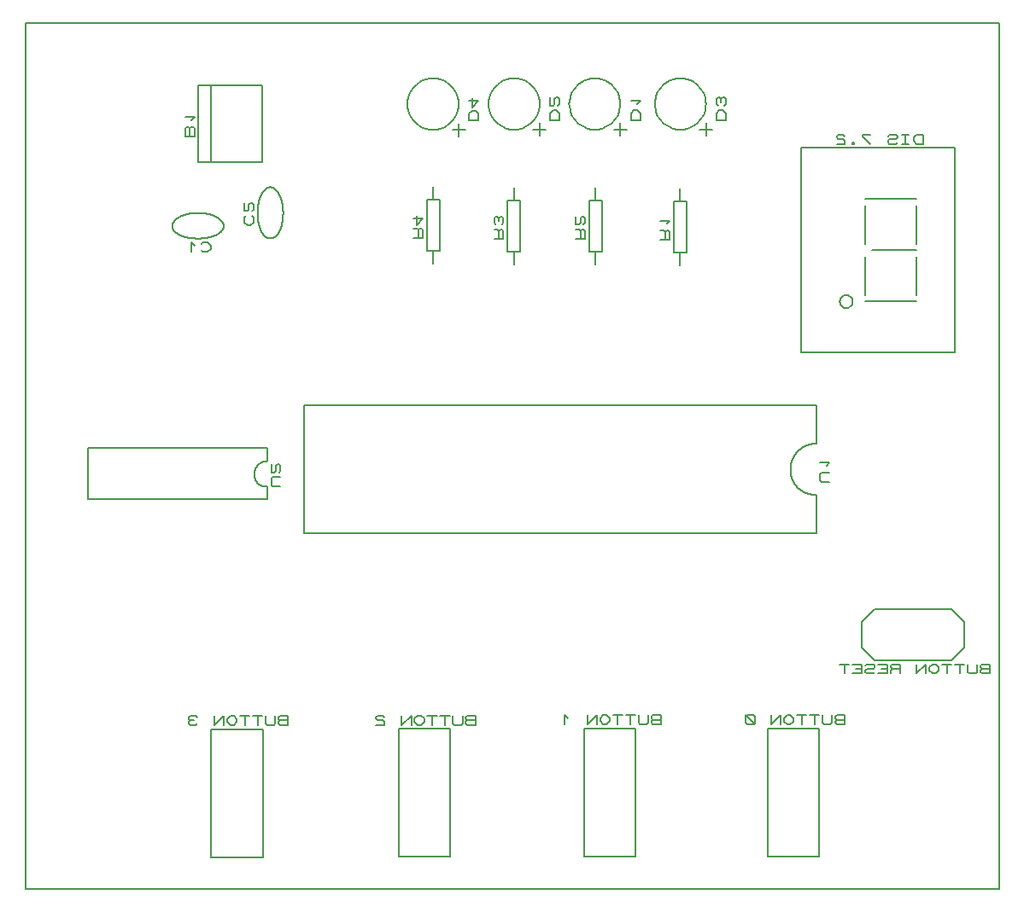
<source format=gbr>
G04 PROTEUS RS274X GERBER FILE*
%FSLAX45Y45*%
%MOMM*%
G01*
%ADD17C,0.203200*%
D17*
X-2116000Y+4219000D02*
X-2115999Y+4219833D01*
X-2115995Y+4220665D01*
X-2115989Y+4221497D01*
X-2115980Y+4222328D01*
X-2115974Y+4222743D01*
X-2115968Y+4223158D01*
X-2115961Y+4223573D01*
X-2115954Y+4223988D01*
X-2115946Y+4224402D01*
X-2115937Y+4224817D01*
X-2115928Y+4225231D01*
X-2115918Y+4225645D01*
X-2115897Y+4226472D01*
X-2115873Y+4227299D01*
X-2115846Y+4228125D01*
X-2115817Y+4228950D01*
X-2115801Y+4229362D01*
X-2115785Y+4229774D01*
X-2115768Y+4230186D01*
X-2115751Y+4230598D01*
X-2115733Y+4231010D01*
X-2115714Y+4231421D01*
X-2115695Y+4231832D01*
X-2115675Y+4232243D01*
X-2115654Y+4232654D01*
X-2115633Y+4233065D01*
X-2115611Y+4233475D01*
X-2115589Y+4233885D01*
X-2115566Y+4234295D01*
X-2115542Y+4234705D01*
X-2115518Y+4235115D01*
X-2115493Y+4235524D01*
X-2115468Y+4235934D01*
X-2115441Y+4236343D01*
X-2115415Y+4236752D01*
X-2115387Y+4237160D01*
X-2115331Y+4237977D01*
X-2115272Y+4238793D01*
X-2115241Y+4239201D01*
X-2115210Y+4239608D01*
X-2115178Y+4240016D01*
X-2115146Y+4240423D01*
X-2115080Y+4241237D01*
X-2115011Y+4242049D01*
X-2114975Y+4242456D01*
X-2114939Y+4242862D01*
X-2114902Y+4243267D01*
X-2114865Y+4243673D01*
X-2114789Y+4244483D01*
X-2114710Y+4245293D01*
X-2114629Y+4246102D01*
X-2114545Y+4246910D01*
X-2114502Y+4247314D01*
X-2114459Y+4247717D01*
X-2114415Y+4248120D01*
X-2114371Y+4248523D01*
X-2114280Y+4249329D01*
X-2114186Y+4250134D01*
X-2114138Y+4250536D01*
X-2114090Y+4250938D01*
X-2114041Y+4251339D01*
X-2113992Y+4251741D01*
X-2113942Y+4252142D01*
X-2113891Y+4252543D01*
X-2113840Y+4252944D01*
X-2113788Y+4253344D01*
X-2113736Y+4253745D01*
X-2113683Y+4254145D01*
X-2113575Y+4254944D01*
X-2113465Y+4255743D01*
X-2113352Y+4256541D01*
X-2113295Y+4256940D01*
X-2113237Y+4257338D01*
X-2113179Y+4257736D01*
X-2113120Y+4258134D01*
X-2113060Y+4258532D01*
X-2113000Y+4258930D01*
X-2112939Y+4259327D01*
X-2112878Y+4259724D01*
X-2112754Y+4260518D01*
X-2112627Y+4261310D01*
X-2112498Y+4262102D01*
X-2112366Y+4262893D01*
X-2112232Y+4263683D01*
X-2112095Y+4264472D01*
X-2112026Y+4264866D01*
X-2111956Y+4265260D01*
X-2111886Y+4265654D01*
X-2111815Y+4266048D01*
X-2111672Y+4266834D01*
X-2111526Y+4267620D01*
X-2111452Y+4268012D01*
X-2111378Y+4268404D01*
X-2111303Y+4268796D01*
X-2111228Y+4269188D01*
X-2111075Y+4269971D01*
X-2110920Y+4270752D01*
X-2110763Y+4271533D01*
X-2110603Y+4272313D01*
X-2110441Y+4273092D01*
X-2110276Y+4273870D01*
X-2110110Y+4274648D01*
X-2109941Y+4275424D01*
X-2109770Y+4276199D01*
X-2109596Y+4276973D01*
X-2109420Y+4277747D01*
X-2109242Y+4278519D01*
X-2109062Y+4279290D01*
X-2108879Y+4280061D01*
X-2108694Y+4280830D01*
X-2108506Y+4281599D01*
X-2108317Y+4282366D01*
X-2108125Y+4283133D01*
X-2107931Y+4283898D01*
X-2107734Y+4284663D01*
X-2107536Y+4285426D01*
X-2107335Y+4286189D01*
X-2107132Y+4286950D01*
X-2106926Y+4287711D01*
X-2106718Y+4288470D01*
X-2106508Y+4289229D01*
X-2106296Y+4289986D01*
X-2106082Y+4290742D01*
X-2105865Y+4291498D01*
X-2105646Y+4292252D01*
X-2105536Y+4292629D01*
X-2105425Y+4293006D01*
X-2105314Y+4293382D01*
X-2105202Y+4293758D01*
X-2104977Y+4294509D01*
X-2104749Y+4295260D01*
X-2104519Y+4296009D01*
X-2104287Y+4296757D01*
X-2104053Y+4297504D01*
X-2103816Y+4298250D01*
X-2103697Y+4298623D01*
X-2103577Y+4298995D01*
X-2103457Y+4299367D01*
X-2103336Y+4299739D01*
X-2103215Y+4300110D01*
X-2103093Y+4300482D01*
X-2102971Y+4300853D01*
X-2102848Y+4301224D01*
X-2102724Y+4301594D01*
X-2102600Y+4301964D01*
X-2102476Y+4302334D01*
X-2102351Y+4302704D01*
X-2102099Y+4303442D01*
X-2101845Y+4304180D01*
X-2101589Y+4304916D01*
X-2101330Y+4305651D01*
X-2101070Y+4306386D01*
X-2100807Y+4307119D01*
X-2100675Y+4307485D01*
X-2100542Y+4307851D01*
X-2100409Y+4308216D01*
X-2100275Y+4308581D01*
X-2100141Y+4308946D01*
X-2100006Y+4309311D01*
X-2099871Y+4309676D01*
X-2099735Y+4310040D01*
X-2099462Y+4310767D01*
X-2099186Y+4311494D01*
X-2098909Y+4312219D01*
X-2098629Y+4312943D01*
X-2098347Y+4313666D01*
X-2098063Y+4314388D01*
X-2097777Y+4315109D01*
X-2097489Y+4315828D01*
X-2097199Y+4316547D01*
X-2096906Y+4317264D01*
X-2096612Y+4317980D01*
X-2096315Y+4318695D01*
X-2096166Y+4319052D01*
X-2096016Y+4319409D01*
X-2095866Y+4319765D01*
X-2095716Y+4320121D01*
X-2095413Y+4320833D01*
X-2095108Y+4321543D01*
X-2094801Y+4322252D01*
X-2094492Y+4322960D01*
X-2094336Y+4323314D01*
X-2094180Y+4323667D01*
X-2094024Y+4324020D01*
X-2093867Y+4324372D01*
X-2093552Y+4325077D01*
X-2093234Y+4325780D01*
X-2092915Y+4326482D01*
X-2092593Y+4327183D01*
X-2092270Y+4327882D01*
X-2091944Y+4328581D01*
X-2091617Y+4329278D01*
X-2091287Y+4329974D01*
X-2091121Y+4330321D01*
X-2090955Y+4330668D01*
X-2090789Y+4331015D01*
X-2090622Y+4331362D01*
X-2090286Y+4332054D01*
X-2089948Y+4332745D01*
X-2089778Y+4333090D01*
X-2089608Y+4333435D01*
X-2089438Y+4333779D01*
X-2089267Y+4334123D01*
X-2088923Y+4334811D01*
X-2088577Y+4335497D01*
X-2088229Y+4336182D01*
X-2087879Y+4336865D01*
X-2087527Y+4337547D01*
X-2087173Y+4338228D01*
X-2086995Y+4338568D01*
X-2086817Y+4338908D01*
X-2086639Y+4339248D01*
X-2086460Y+4339587D01*
X-2086100Y+4340264D01*
X-2085738Y+4340940D01*
X-2085556Y+4341277D01*
X-2085374Y+4341615D01*
X-2085192Y+4341951D01*
X-2085009Y+4342288D01*
X-2084641Y+4342960D01*
X-2084271Y+4343631D01*
X-2083900Y+4344300D01*
X-2083526Y+4344969D01*
X-2083151Y+4345635D01*
X-2082773Y+4346301D01*
X-2082394Y+4346965D01*
X-2082012Y+4347628D01*
X-2081821Y+4347959D01*
X-2081629Y+4348290D01*
X-2081244Y+4348950D01*
X-2080857Y+4349609D01*
X-2080468Y+4350267D01*
X-2080077Y+4350924D01*
X-2079684Y+4351579D01*
X-2079289Y+4352232D01*
X-2078892Y+4352885D01*
X-2078494Y+4353536D01*
X-2078093Y+4354185D01*
X-2077892Y+4354510D01*
X-2077690Y+4354834D01*
X-2077488Y+4355157D01*
X-2077286Y+4355481D01*
X-2077083Y+4355804D01*
X-2076879Y+4356126D01*
X-2076675Y+4356449D01*
X-2076471Y+4356771D01*
X-2076061Y+4357413D01*
X-2075649Y+4358055D01*
X-2075442Y+4358375D01*
X-2075235Y+4358695D01*
X-2075028Y+4359015D01*
X-2074820Y+4359334D01*
X-2074402Y+4359971D01*
X-2073983Y+4360607D01*
X-2073561Y+4361242D01*
X-2073350Y+4361559D01*
X-2073138Y+4361875D01*
X-2072713Y+4362507D01*
X-2072286Y+4363137D01*
X-2071857Y+4363766D01*
X-2071426Y+4364394D01*
X-2070994Y+4365020D01*
X-2070559Y+4365645D01*
X-2070123Y+4366268D01*
X-2069685Y+4366890D01*
X-2069465Y+4367201D01*
X-2069245Y+4367511D01*
X-2069025Y+4367820D01*
X-2068804Y+4368130D01*
X-2068582Y+4368439D01*
X-2068360Y+4368747D01*
X-2068138Y+4369056D01*
X-2067915Y+4369364D01*
X-2067468Y+4369979D01*
X-2067019Y+4370592D01*
X-2066794Y+4370898D01*
X-2066568Y+4371204D01*
X-2066342Y+4371509D01*
X-2066116Y+4371814D01*
X-2065662Y+4372423D01*
X-2065205Y+4373031D01*
X-2064976Y+4373334D01*
X-2064747Y+4373637D01*
X-2064518Y+4373939D01*
X-2064288Y+4374241D01*
X-2063826Y+4374845D01*
X-2063363Y+4375446D01*
X-2062898Y+4376047D01*
X-2062431Y+4376645D01*
X-2061962Y+4377243D01*
X-2061492Y+4377838D01*
X-2061019Y+4378433D01*
X-2060782Y+4378729D01*
X-2060545Y+4379025D01*
X-2060307Y+4379321D01*
X-2060069Y+4379617D01*
X-2059831Y+4379912D01*
X-2059592Y+4380206D01*
X-2059113Y+4380795D01*
X-2058632Y+4381381D01*
X-2058391Y+4381674D01*
X-2058149Y+4381967D01*
X-2057907Y+4382259D01*
X-2057665Y+4382550D01*
X-2057179Y+4383133D01*
X-2056691Y+4383713D01*
X-2056201Y+4384292D01*
X-2055710Y+4384870D01*
X-2055217Y+4385446D01*
X-2054722Y+4386021D01*
X-2054474Y+4386308D01*
X-2054225Y+4386594D01*
X-2053976Y+4386880D01*
X-2053727Y+4387165D01*
X-2053227Y+4387735D01*
X-2052725Y+4388304D01*
X-2052222Y+4388870D01*
X-2051717Y+4389436D01*
X-2051464Y+4389718D01*
X-2051210Y+4389999D01*
X-2050956Y+4390281D01*
X-2050702Y+4390562D01*
X-2050192Y+4391122D01*
X-2049680Y+4391681D01*
X-2049423Y+4391960D01*
X-2049166Y+4392239D01*
X-2048909Y+4392517D01*
X-2048651Y+4392794D01*
X-2048393Y+4393072D01*
X-2048134Y+4393349D01*
X-2047875Y+4393625D01*
X-2047616Y+4393901D01*
X-2047096Y+4394452D01*
X-2046574Y+4395002D01*
X-2046312Y+4395276D01*
X-2046050Y+4395550D01*
X-2045788Y+4395823D01*
X-2045525Y+4396096D01*
X-2045262Y+4396369D01*
X-2044998Y+4396641D01*
X-2044734Y+4396913D01*
X-2044470Y+4397184D01*
X-2043940Y+4397725D01*
X-2043408Y+4398265D01*
X-2042875Y+4398803D01*
X-2042340Y+4399340D01*
X-2042072Y+4399608D01*
X-2041803Y+4399875D01*
X-2041534Y+4400142D01*
X-2041265Y+4400408D01*
X-2040995Y+4400674D01*
X-2040725Y+4400940D01*
X-2040455Y+4401205D01*
X-2040184Y+4401470D01*
X-2039641Y+4401998D01*
X-2039096Y+4402525D01*
X-2038550Y+4403050D01*
X-2038002Y+4403574D01*
X-2037453Y+4404096D01*
X-2036902Y+4404616D01*
X-2036349Y+4405134D01*
X-2035795Y+4405651D01*
X-2035239Y+4406166D01*
X-2034681Y+4406680D01*
X-2034402Y+4406936D01*
X-2034122Y+4407192D01*
X-2033842Y+4407447D01*
X-2033562Y+4407702D01*
X-2033000Y+4408210D01*
X-2032436Y+4408717D01*
X-2031871Y+4409222D01*
X-2031304Y+4409725D01*
X-2031020Y+4409976D01*
X-2030735Y+4410227D01*
X-2030450Y+4410477D01*
X-2030165Y+4410727D01*
X-2029594Y+4411225D01*
X-2029021Y+4411722D01*
X-2028734Y+4411969D01*
X-2028446Y+4412216D01*
X-2028158Y+4412463D01*
X-2027870Y+4412709D01*
X-2027581Y+4412955D01*
X-2027292Y+4413201D01*
X-2027003Y+4413446D01*
X-2026713Y+4413690D01*
X-2026423Y+4413935D01*
X-2026132Y+4414178D01*
X-2025841Y+4414422D01*
X-2025550Y+4414665D01*
X-2025258Y+4414907D01*
X-2024966Y+4415149D01*
X-2024674Y+4415391D01*
X-2024381Y+4415632D01*
X-2023794Y+4416113D01*
X-2023500Y+4416353D01*
X-2023206Y+4416592D01*
X-2022911Y+4416831D01*
X-2022616Y+4417069D01*
X-2022025Y+4417545D01*
X-2021432Y+4418019D01*
X-2020838Y+4418491D01*
X-2020242Y+4418962D01*
X-2019645Y+4419430D01*
X-2019346Y+4419664D01*
X-2019046Y+4419897D01*
X-2018746Y+4420130D01*
X-2018446Y+4420362D01*
X-2018145Y+4420594D01*
X-2017844Y+4420826D01*
X-2017543Y+4421057D01*
X-2017241Y+4421287D01*
X-2016637Y+4421747D01*
X-2016031Y+4422205D01*
X-2015423Y+4422661D01*
X-2014814Y+4423115D01*
X-2014204Y+4423568D01*
X-2013592Y+4424019D01*
X-2012979Y+4424468D01*
X-2012364Y+4424915D01*
X-2011748Y+4425360D01*
X-2011130Y+4425803D01*
X-2010511Y+4426245D01*
X-2009890Y+4426685D01*
X-2009268Y+4427123D01*
X-2008645Y+4427559D01*
X-2008020Y+4427994D01*
X-2007394Y+4428426D01*
X-2007080Y+4428642D01*
X-2006766Y+4428857D01*
X-2006452Y+4429071D01*
X-2006137Y+4429285D01*
X-2005507Y+4429712D01*
X-2004875Y+4430138D01*
X-2004242Y+4430561D01*
X-2003607Y+4430982D01*
X-2002971Y+4431402D01*
X-2002334Y+4431819D01*
X-2001695Y+4432235D01*
X-2001055Y+4432649D01*
X-2000414Y+4433061D01*
X-1999771Y+4433471D01*
X-1999127Y+4433879D01*
X-1998481Y+4434285D01*
X-1997834Y+4434690D01*
X-1997186Y+4435092D01*
X-1996536Y+4435493D01*
X-1995885Y+4435892D01*
X-1995233Y+4436289D01*
X-1994579Y+4436683D01*
X-1993924Y+4437076D01*
X-1993267Y+4437467D01*
X-1992610Y+4437857D01*
X-1991951Y+4438244D01*
X-1991290Y+4438629D01*
X-1990959Y+4438821D01*
X-1990628Y+4439012D01*
X-1990297Y+4439203D01*
X-1989965Y+4439394D01*
X-1989633Y+4439584D01*
X-1989301Y+4439773D01*
X-1988968Y+4439962D01*
X-1988635Y+4440151D01*
X-1988302Y+4440339D01*
X-1987969Y+4440526D01*
X-1987635Y+4440713D01*
X-1987300Y+4440900D01*
X-1986966Y+4441086D01*
X-1986631Y+4441271D01*
X-1985960Y+4441641D01*
X-1985288Y+4442009D01*
X-1984615Y+4442375D01*
X-1983940Y+4442738D01*
X-1983264Y+4443100D01*
X-1982587Y+4443460D01*
X-1981909Y+4443818D01*
X-1981229Y+4444174D01*
X-1980548Y+4444527D01*
X-1979865Y+4444879D01*
X-1979182Y+4445229D01*
X-1978497Y+4445577D01*
X-1977811Y+4445923D01*
X-1977124Y+4446267D01*
X-1976435Y+4446608D01*
X-1975745Y+4446948D01*
X-1975054Y+4447286D01*
X-1974362Y+4447622D01*
X-1973669Y+4447955D01*
X-1972974Y+4448287D01*
X-1972278Y+4448617D01*
X-1971581Y+4448944D01*
X-1970883Y+4449270D01*
X-1970183Y+4449593D01*
X-1969482Y+4449915D01*
X-1968780Y+4450234D01*
X-1968077Y+4450552D01*
X-1967373Y+4450867D01*
X-1966667Y+4451180D01*
X-1965960Y+4451492D01*
X-1965252Y+4451801D01*
X-1964543Y+4452108D01*
X-1963833Y+4452413D01*
X-1963121Y+4452716D01*
X-1962409Y+4453016D01*
X-1961695Y+4453315D01*
X-1960980Y+4453612D01*
X-1960264Y+4453906D01*
X-1959547Y+4454199D01*
X-1958828Y+4454489D01*
X-1958109Y+4454777D01*
X-1957388Y+4455063D01*
X-1956666Y+4455347D01*
X-1955943Y+4455629D01*
X-1955219Y+4455909D01*
X-1954494Y+4456186D01*
X-1953767Y+4456462D01*
X-1953040Y+4456735D01*
X-1952311Y+4457006D01*
X-1951582Y+4457275D01*
X-1950851Y+4457542D01*
X-1950119Y+4457807D01*
X-1949386Y+4458070D01*
X-1948652Y+4458330D01*
X-1947916Y+4458589D01*
X-1947180Y+4458845D01*
X-1946442Y+4459099D01*
X-1945704Y+4459351D01*
X-1944964Y+4459600D01*
X-1944223Y+4459848D01*
X-1943481Y+4460093D01*
X-1942739Y+4460336D01*
X-1941995Y+4460577D01*
X-1941250Y+4460816D01*
X-1940504Y+4461052D01*
X-1939756Y+4461287D01*
X-1939008Y+4461519D01*
X-1938259Y+4461749D01*
X-1937509Y+4461976D01*
X-1936758Y+4462202D01*
X-1936005Y+4462425D01*
X-1935252Y+4462646D01*
X-1934498Y+4462865D01*
X-1933742Y+4463082D01*
X-1932986Y+4463296D01*
X-1932228Y+4463508D01*
X-1931470Y+4463718D01*
X-1930710Y+4463926D01*
X-1929950Y+4464131D01*
X-1929188Y+4464334D01*
X-1928426Y+4464535D01*
X-1927662Y+4464734D01*
X-1926898Y+4464930D01*
X-1926132Y+4465125D01*
X-1925366Y+4465316D01*
X-1924598Y+4465506D01*
X-1923830Y+4465693D01*
X-1923060Y+4465878D01*
X-1922290Y+4466061D01*
X-1921519Y+4466242D01*
X-1920746Y+4466420D01*
X-1919973Y+4466596D01*
X-1919199Y+4466769D01*
X-1918423Y+4466941D01*
X-1917647Y+4467110D01*
X-1916870Y+4467276D01*
X-1916092Y+4467441D01*
X-1915313Y+4467603D01*
X-1914533Y+4467763D01*
X-1913752Y+4467920D01*
X-1912970Y+4468075D01*
X-1912187Y+4468228D01*
X-1911404Y+4468378D01*
X-1910619Y+4468526D01*
X-1909834Y+4468672D01*
X-1909047Y+4468816D01*
X-1908260Y+4468957D01*
X-1907472Y+4469095D01*
X-1906683Y+4469232D01*
X-1905893Y+4469366D01*
X-1905102Y+4469497D01*
X-1904310Y+4469627D01*
X-1903517Y+4469754D01*
X-1902724Y+4469878D01*
X-1901929Y+4470000D01*
X-1901134Y+4470120D01*
X-1900338Y+4470238D01*
X-1899541Y+4470353D01*
X-1898743Y+4470465D01*
X-1897944Y+4470575D01*
X-1897145Y+4470683D01*
X-1896344Y+4470789D01*
X-1895543Y+4470892D01*
X-1894741Y+4470992D01*
X-1893938Y+4471091D01*
X-1893134Y+4471186D01*
X-1892329Y+4471280D01*
X-1891523Y+4471371D01*
X-1890717Y+4471459D01*
X-1889910Y+4471545D01*
X-1889102Y+4471629D01*
X-1888293Y+4471710D01*
X-1887483Y+4471789D01*
X-1886673Y+4471865D01*
X-1885861Y+4471939D01*
X-1885049Y+4472011D01*
X-1884236Y+4472080D01*
X-1883423Y+4472146D01*
X-1882608Y+4472210D01*
X-1881793Y+4472272D01*
X-1880977Y+4472331D01*
X-1880160Y+4472387D01*
X-1879343Y+4472442D01*
X-1878524Y+4472493D01*
X-1877705Y+4472542D01*
X-1876885Y+4472589D01*
X-1876064Y+4472633D01*
X-1875243Y+4472675D01*
X-1874421Y+4472714D01*
X-1873598Y+4472751D01*
X-1872774Y+4472785D01*
X-1871950Y+4472817D01*
X-1871125Y+4472846D01*
X-1870299Y+4472873D01*
X-1869472Y+4472897D01*
X-1868645Y+4472918D01*
X-1867817Y+4472938D01*
X-1866988Y+4472954D01*
X-1866158Y+4472968D01*
X-1865328Y+4472980D01*
X-1864497Y+4472989D01*
X-1863665Y+4472995D01*
X-1862833Y+4472999D01*
X-1862000Y+4473000D01*
X-2116000Y+4219000D02*
X-2115999Y+4218152D01*
X-2115995Y+4217305D01*
X-2115989Y+4216459D01*
X-2115980Y+4215613D01*
X-2115974Y+4215191D01*
X-2115968Y+4214769D01*
X-2115961Y+4214347D01*
X-2115954Y+4213925D01*
X-2115946Y+4213503D01*
X-2115937Y+4213082D01*
X-2115928Y+4212661D01*
X-2115918Y+4212240D01*
X-2115897Y+4211398D01*
X-2115873Y+4210558D01*
X-2115846Y+4209718D01*
X-2115817Y+4208880D01*
X-2115801Y+4208461D01*
X-2115785Y+4208042D01*
X-2115768Y+4207623D01*
X-2115751Y+4207205D01*
X-2115733Y+4206787D01*
X-2115714Y+4206369D01*
X-2115695Y+4205951D01*
X-2115675Y+4205533D01*
X-2115654Y+4205116D01*
X-2115633Y+4204699D01*
X-2115611Y+4204282D01*
X-2115589Y+4203865D01*
X-2115566Y+4203449D01*
X-2115542Y+4203033D01*
X-2115518Y+4202617D01*
X-2115493Y+4202201D01*
X-2115468Y+4201785D01*
X-2115441Y+4201370D01*
X-2115415Y+4200955D01*
X-2115387Y+4200540D01*
X-2115331Y+4199711D01*
X-2115272Y+4198882D01*
X-2115241Y+4198468D01*
X-2115210Y+4198055D01*
X-2115178Y+4197642D01*
X-2115146Y+4197228D01*
X-2115080Y+4196403D01*
X-2115011Y+4195578D01*
X-2114975Y+4195166D01*
X-2114939Y+4194754D01*
X-2114902Y+4194343D01*
X-2114865Y+4193931D01*
X-2114789Y+4193110D01*
X-2114710Y+4192288D01*
X-2114629Y+4191468D01*
X-2114545Y+4190649D01*
X-2114502Y+4190240D01*
X-2114459Y+4189831D01*
X-2114415Y+4189422D01*
X-2114371Y+4189013D01*
X-2114280Y+4188197D01*
X-2114186Y+4187382D01*
X-2114138Y+4186974D01*
X-2114090Y+4186567D01*
X-2114041Y+4186160D01*
X-2113992Y+4185753D01*
X-2113942Y+4185347D01*
X-2113891Y+4184941D01*
X-2113840Y+4184535D01*
X-2113788Y+4184129D01*
X-2113736Y+4183724D01*
X-2113683Y+4183318D01*
X-2113575Y+4182509D01*
X-2113465Y+4181700D01*
X-2113352Y+4180892D01*
X-2113295Y+4180488D01*
X-2113237Y+4180085D01*
X-2113179Y+4179682D01*
X-2113120Y+4179279D01*
X-2113060Y+4178876D01*
X-2113000Y+4178474D01*
X-2112939Y+4178072D01*
X-2112878Y+4177670D01*
X-2112754Y+4176867D01*
X-2112627Y+4176065D01*
X-2112498Y+4175264D01*
X-2112366Y+4174464D01*
X-2112232Y+4173665D01*
X-2112095Y+4172867D01*
X-2112026Y+4172468D01*
X-2111956Y+4172070D01*
X-2111886Y+4171671D01*
X-2111815Y+4171273D01*
X-2111672Y+4170478D01*
X-2111526Y+4169684D01*
X-2111452Y+4169288D01*
X-2111378Y+4168891D01*
X-2111303Y+4168495D01*
X-2111228Y+4168099D01*
X-2111075Y+4167308D01*
X-2110920Y+4166518D01*
X-2110763Y+4165729D01*
X-2110603Y+4164941D01*
X-2110441Y+4164154D01*
X-2110276Y+4163369D01*
X-2110110Y+4162584D01*
X-2109941Y+4161800D01*
X-2109770Y+4161017D01*
X-2109596Y+4160235D01*
X-2109420Y+4159455D01*
X-2109242Y+4158675D01*
X-2109062Y+4157897D01*
X-2108879Y+4157119D01*
X-2108694Y+4156343D01*
X-2108506Y+4155567D01*
X-2108317Y+4154793D01*
X-2108125Y+4154020D01*
X-2107931Y+4153248D01*
X-2107734Y+4152477D01*
X-2107536Y+4151707D01*
X-2107335Y+4150938D01*
X-2107132Y+4150170D01*
X-2106926Y+4149403D01*
X-2106718Y+4148638D01*
X-2106508Y+4147873D01*
X-2106296Y+4147110D01*
X-2106082Y+4146348D01*
X-2105865Y+4145586D01*
X-2105646Y+4144826D01*
X-2105536Y+4144447D01*
X-2105425Y+4144067D01*
X-2105314Y+4143688D01*
X-2105202Y+4143310D01*
X-2104977Y+4142553D01*
X-2104749Y+4141797D01*
X-2104519Y+4141043D01*
X-2104287Y+4140290D01*
X-2104053Y+4139537D01*
X-2103816Y+4138786D01*
X-2103697Y+4138411D01*
X-2103577Y+4138036D01*
X-2103457Y+4137662D01*
X-2103336Y+4137288D01*
X-2103215Y+4136914D01*
X-2103093Y+4136540D01*
X-2102971Y+4136167D01*
X-2102848Y+4135794D01*
X-2102724Y+4135421D01*
X-2102600Y+4135048D01*
X-2102476Y+4134676D01*
X-2102351Y+4134304D01*
X-2102099Y+4133561D01*
X-2101845Y+4132819D01*
X-2101589Y+4132079D01*
X-2101330Y+4131339D01*
X-2101070Y+4130601D01*
X-2100807Y+4129864D01*
X-2100675Y+4129496D01*
X-2100542Y+4129128D01*
X-2100409Y+4128761D01*
X-2100275Y+4128393D01*
X-2100141Y+4128026D01*
X-2100006Y+4127660D01*
X-2099871Y+4127293D01*
X-2099735Y+4126927D01*
X-2099462Y+4126196D01*
X-2099186Y+4125466D01*
X-2098909Y+4124738D01*
X-2098629Y+4124010D01*
X-2098347Y+4123284D01*
X-2098063Y+4122559D01*
X-2097777Y+4121835D01*
X-2097489Y+4121112D01*
X-2097199Y+4120390D01*
X-2096906Y+4119670D01*
X-2096612Y+4118951D01*
X-2096315Y+4118233D01*
X-2096166Y+4117875D01*
X-2096016Y+4117517D01*
X-2095866Y+4117159D01*
X-2095716Y+4116802D01*
X-2095413Y+4116088D01*
X-2095108Y+4115375D01*
X-2094801Y+4114663D01*
X-2094492Y+4113953D01*
X-2094336Y+4113598D01*
X-2094180Y+4113244D01*
X-2094024Y+4112890D01*
X-2093867Y+4112536D01*
X-2093552Y+4111829D01*
X-2093234Y+4111124D01*
X-2092915Y+4110420D01*
X-2092593Y+4109717D01*
X-2092270Y+4109016D01*
X-2091944Y+4108316D01*
X-2091617Y+4107617D01*
X-2091287Y+4106919D01*
X-2091121Y+4106571D01*
X-2090955Y+4106223D01*
X-2090789Y+4105875D01*
X-2090622Y+4105528D01*
X-2090286Y+4104834D01*
X-2089948Y+4104142D01*
X-2089778Y+4103796D01*
X-2089608Y+4103450D01*
X-2089438Y+4103105D01*
X-2089267Y+4102761D01*
X-2088923Y+4102072D01*
X-2088577Y+4101385D01*
X-2088229Y+4100699D01*
X-2087879Y+4100014D01*
X-2087527Y+4099331D01*
X-2087173Y+4098649D01*
X-2086995Y+4098309D01*
X-2086817Y+4097969D01*
X-2086639Y+4097629D01*
X-2086460Y+4097289D01*
X-2086100Y+4096611D01*
X-2085738Y+4095935D01*
X-2085556Y+4095597D01*
X-2085374Y+4095259D01*
X-2085192Y+4094922D01*
X-2085009Y+4094585D01*
X-2084641Y+4093913D01*
X-2084271Y+4093242D01*
X-2083900Y+4092572D01*
X-2083526Y+4091903D01*
X-2083151Y+4091236D01*
X-2082773Y+4090570D01*
X-2082394Y+4089906D01*
X-2082012Y+4089243D01*
X-2081821Y+4088912D01*
X-2081629Y+4088581D01*
X-2081244Y+4087921D01*
X-2080857Y+4087262D01*
X-2080468Y+4086604D01*
X-2080077Y+4085948D01*
X-2079684Y+4085293D01*
X-2079289Y+4084640D01*
X-2078892Y+4083988D01*
X-2078494Y+4083337D01*
X-2078093Y+4082688D01*
X-2077892Y+4082364D01*
X-2077690Y+4082040D01*
X-2077488Y+4081717D01*
X-2077286Y+4081394D01*
X-2077083Y+4081071D01*
X-2076879Y+4080749D01*
X-2076675Y+4080427D01*
X-2076471Y+4080106D01*
X-2076061Y+4079464D01*
X-2075649Y+4078823D01*
X-2075442Y+4078503D01*
X-2075235Y+4078184D01*
X-2075028Y+4077864D01*
X-2074820Y+4077546D01*
X-2074402Y+4076909D01*
X-2073983Y+4076274D01*
X-2073561Y+4075641D01*
X-2073350Y+4075325D01*
X-2073138Y+4075009D01*
X-2072713Y+4074378D01*
X-2072286Y+4073749D01*
X-2071857Y+4073121D01*
X-2071426Y+4072495D01*
X-2070994Y+4071870D01*
X-2070559Y+4071247D01*
X-2070123Y+4070625D01*
X-2069685Y+4070004D01*
X-2069465Y+4069695D01*
X-2069245Y+4069386D01*
X-2069025Y+4069077D01*
X-2068804Y+4068768D01*
X-2068582Y+4068460D01*
X-2068360Y+4068152D01*
X-2068138Y+4067845D01*
X-2067915Y+4067538D01*
X-2067468Y+4066925D01*
X-2067019Y+4066313D01*
X-2066794Y+4066008D01*
X-2066568Y+4065703D01*
X-2066342Y+4065399D01*
X-2066116Y+4065094D01*
X-2065662Y+4064487D01*
X-2065205Y+4063882D01*
X-2064976Y+4063580D01*
X-2064747Y+4063278D01*
X-2064518Y+4062976D01*
X-2064288Y+4062675D01*
X-2063826Y+4062074D01*
X-2063363Y+4061475D01*
X-2062898Y+4060877D01*
X-2062431Y+4060280D01*
X-2061962Y+4059685D01*
X-2061492Y+4059092D01*
X-2061019Y+4058500D01*
X-2060782Y+4058205D01*
X-2060545Y+4057910D01*
X-2060307Y+4057615D01*
X-2060069Y+4057321D01*
X-2059831Y+4057027D01*
X-2059592Y+4056734D01*
X-2059113Y+4056148D01*
X-2058632Y+4055564D01*
X-2058391Y+4055272D01*
X-2058149Y+4054981D01*
X-2057907Y+4054690D01*
X-2057665Y+4054400D01*
X-2057179Y+4053821D01*
X-2056691Y+4053243D01*
X-2056201Y+4052666D01*
X-2055710Y+4052091D01*
X-2055217Y+4051518D01*
X-2054722Y+4050947D01*
X-2054474Y+4050661D01*
X-2054225Y+4050376D01*
X-2053976Y+4050092D01*
X-2053727Y+4049808D01*
X-2053227Y+4049241D01*
X-2052725Y+4048676D01*
X-2052222Y+4048112D01*
X-2051717Y+4047550D01*
X-2051464Y+4047269D01*
X-2051210Y+4046989D01*
X-2050956Y+4046710D01*
X-2050702Y+4046430D01*
X-2050192Y+4045873D01*
X-2049680Y+4045317D01*
X-2049423Y+4045040D01*
X-2049166Y+4044763D01*
X-2048909Y+4044487D01*
X-2048651Y+4044211D01*
X-2048393Y+4043935D01*
X-2048134Y+4043660D01*
X-2047875Y+4043385D01*
X-2047616Y+4043110D01*
X-2047096Y+4042563D01*
X-2046574Y+4042017D01*
X-2046312Y+4041744D01*
X-2046050Y+4041472D01*
X-2045788Y+4041201D01*
X-2045525Y+4040930D01*
X-2045262Y+4040659D01*
X-2044998Y+4040388D01*
X-2044734Y+4040118D01*
X-2044470Y+4039849D01*
X-2043940Y+4039311D01*
X-2043408Y+4038775D01*
X-2042875Y+4038240D01*
X-2042340Y+4037708D01*
X-2042072Y+4037442D01*
X-2041803Y+4037176D01*
X-2041534Y+4036911D01*
X-2041265Y+4036647D01*
X-2040995Y+4036383D01*
X-2040725Y+4036119D01*
X-2040455Y+4035855D01*
X-2040184Y+4035593D01*
X-2039641Y+4035068D01*
X-2039096Y+4034545D01*
X-2038550Y+4034024D01*
X-2038002Y+4033504D01*
X-2037453Y+4032986D01*
X-2036902Y+4032470D01*
X-2036349Y+4031956D01*
X-2035795Y+4031443D01*
X-2035239Y+4030932D01*
X-2034681Y+4030423D01*
X-2034402Y+4030168D01*
X-2034122Y+4029915D01*
X-2033842Y+4029662D01*
X-2033562Y+4029409D01*
X-2033000Y+4028905D01*
X-2032436Y+4028402D01*
X-2031871Y+4027901D01*
X-2031304Y+4027402D01*
X-2031020Y+4027153D01*
X-2030735Y+4026905D01*
X-2030450Y+4026657D01*
X-2030165Y+4026409D01*
X-2029594Y+4025915D01*
X-2029021Y+4025423D01*
X-2028734Y+4025177D01*
X-2028446Y+4024932D01*
X-2028158Y+4024688D01*
X-2027870Y+4024444D01*
X-2027581Y+4024200D01*
X-2027292Y+4023957D01*
X-2027003Y+4023714D01*
X-2026713Y+4023471D01*
X-2026423Y+4023229D01*
X-2026132Y+4022988D01*
X-2025841Y+4022747D01*
X-2025550Y+4022506D01*
X-2025258Y+4022266D01*
X-2024966Y+4022026D01*
X-2024674Y+4021787D01*
X-2024381Y+4021548D01*
X-2024088Y+4021309D01*
X-2023794Y+4021071D01*
X-2023500Y+4020834D01*
X-2023206Y+4020597D01*
X-2022911Y+4020360D01*
X-2022616Y+4020124D01*
X-2022321Y+4019888D01*
X-2022025Y+4019653D01*
X-2021432Y+4019183D01*
X-2020838Y+4018716D01*
X-2020242Y+4018250D01*
X-2019645Y+4017786D01*
X-2019346Y+4017554D01*
X-2019046Y+4017323D01*
X-2018746Y+4017093D01*
X-2018446Y+4016863D01*
X-2018145Y+4016633D01*
X-2017844Y+4016404D01*
X-2017543Y+4016176D01*
X-2017241Y+4015947D01*
X-2016637Y+4015492D01*
X-2016031Y+4015039D01*
X-2015423Y+4014588D01*
X-2014814Y+4014138D01*
X-2014204Y+4013690D01*
X-2013592Y+4013244D01*
X-2012979Y+4012800D01*
X-2012364Y+4012358D01*
X-2011748Y+4011917D01*
X-2011130Y+4011478D01*
X-2010511Y+4011042D01*
X-2009890Y+4010606D01*
X-2009268Y+4010173D01*
X-2008645Y+4009742D01*
X-2008020Y+4009312D01*
X-2007394Y+4008885D01*
X-2007080Y+4008672D01*
X-2006766Y+4008459D01*
X-2006452Y+4008247D01*
X-2006137Y+4008035D01*
X-2005507Y+4007613D01*
X-2004875Y+4007193D01*
X-2004242Y+4006774D01*
X-2003607Y+4006358D01*
X-2002971Y+4005943D01*
X-2002334Y+4005531D01*
X-2001695Y+4005120D01*
X-2001055Y+4004711D01*
X-2000414Y+4004304D01*
X-1999771Y+4003899D01*
X-1999127Y+4003495D01*
X-1998481Y+4003094D01*
X-1997834Y+4002694D01*
X-1997186Y+4002297D01*
X-1996536Y+4001901D01*
X-1995885Y+4001507D01*
X-1995233Y+4001116D01*
X-1994579Y+4000726D01*
X-1993924Y+4000338D01*
X-1993267Y+3999952D01*
X-1992610Y+3999567D01*
X-1991951Y+3999185D01*
X-1991290Y+3998805D01*
X-1990959Y+3998615D01*
X-1990628Y+3998426D01*
X-1990297Y+3998238D01*
X-1989965Y+3998050D01*
X-1989633Y+3997863D01*
X-1989301Y+3997676D01*
X-1988968Y+3997489D01*
X-1988635Y+3997303D01*
X-1988302Y+3997118D01*
X-1987969Y+3996932D01*
X-1987635Y+3996748D01*
X-1987300Y+3996564D01*
X-1986966Y+3996380D01*
X-1986631Y+3996197D01*
X-1985960Y+3995832D01*
X-1985288Y+3995470D01*
X-1984615Y+3995109D01*
X-1983940Y+3994750D01*
X-1983264Y+3994393D01*
X-1982587Y+3994038D01*
X-1981909Y+3993686D01*
X-1981229Y+3993335D01*
X-1980548Y+3992986D01*
X-1979865Y+3992639D01*
X-1979182Y+3992294D01*
X-1978497Y+3991951D01*
X-1977811Y+3991610D01*
X-1977124Y+3991271D01*
X-1976435Y+3990934D01*
X-1975745Y+3990599D01*
X-1975054Y+3990266D01*
X-1974362Y+3989935D01*
X-1973669Y+3989607D01*
X-1972974Y+3989280D01*
X-1972278Y+3988955D01*
X-1971581Y+3988632D01*
X-1970883Y+3988311D01*
X-1970183Y+3987993D01*
X-1969482Y+3987676D01*
X-1968780Y+3987361D01*
X-1968077Y+3987049D01*
X-1967373Y+3986738D01*
X-1966667Y+3986430D01*
X-1965960Y+3986123D01*
X-1965252Y+3985819D01*
X-1964543Y+3985516D01*
X-1963833Y+3985216D01*
X-1963121Y+3984918D01*
X-1962409Y+3984622D01*
X-1961695Y+3984328D01*
X-1960980Y+3984036D01*
X-1960264Y+3983746D01*
X-1959547Y+3983458D01*
X-1958828Y+3983172D01*
X-1958109Y+3982889D01*
X-1957388Y+3982607D01*
X-1956666Y+3982328D01*
X-1955943Y+3982051D01*
X-1955219Y+3981775D01*
X-1954494Y+3981502D01*
X-1953767Y+3981231D01*
X-1953040Y+3980962D01*
X-1952311Y+3980696D01*
X-1951582Y+3980431D01*
X-1950851Y+3980168D01*
X-1950119Y+3979908D01*
X-1949386Y+3979650D01*
X-1948652Y+3979394D01*
X-1947916Y+3979140D01*
X-1947180Y+3978888D01*
X-1946442Y+3978638D01*
X-1945704Y+3978391D01*
X-1944964Y+3978145D01*
X-1944223Y+3977902D01*
X-1943481Y+3977661D01*
X-1942739Y+3977422D01*
X-1941995Y+3977185D01*
X-1941250Y+3976950D01*
X-1940504Y+3976718D01*
X-1939756Y+3976488D01*
X-1939008Y+3976260D01*
X-1938259Y+3976034D01*
X-1937509Y+3975810D01*
X-1936758Y+3975588D01*
X-1936005Y+3975369D01*
X-1935252Y+3975152D01*
X-1934498Y+3974937D01*
X-1933742Y+3974724D01*
X-1932986Y+3974514D01*
X-1932228Y+3974305D01*
X-1931470Y+3974099D01*
X-1930710Y+3973895D01*
X-1929950Y+3973694D01*
X-1929188Y+3973494D01*
X-1928426Y+3973297D01*
X-1927662Y+3973102D01*
X-1926898Y+3972909D01*
X-1926132Y+3972719D01*
X-1925366Y+3972530D01*
X-1924598Y+3972344D01*
X-1923830Y+3972160D01*
X-1923060Y+3971979D01*
X-1922290Y+3971799D01*
X-1921519Y+3971622D01*
X-1920746Y+3971447D01*
X-1919973Y+3971275D01*
X-1919199Y+3971104D01*
X-1918423Y+3970936D01*
X-1917647Y+3970771D01*
X-1916870Y+3970607D01*
X-1916092Y+3970446D01*
X-1915313Y+3970287D01*
X-1914533Y+3970130D01*
X-1913752Y+3969976D01*
X-1912970Y+3969824D01*
X-1912187Y+3969674D01*
X-1911404Y+3969526D01*
X-1910619Y+3969381D01*
X-1909834Y+3969238D01*
X-1909047Y+3969098D01*
X-1908260Y+3968959D01*
X-1907472Y+3968823D01*
X-1906683Y+3968690D01*
X-1905893Y+3968558D01*
X-1905102Y+3968429D01*
X-1904310Y+3968303D01*
X-1903517Y+3968178D01*
X-1902724Y+3968056D01*
X-1901929Y+3967936D01*
X-1901134Y+3967819D01*
X-1900338Y+3967704D01*
X-1899541Y+3967591D01*
X-1898743Y+3967481D01*
X-1897944Y+3967373D01*
X-1897145Y+3967267D01*
X-1896344Y+3967164D01*
X-1895543Y+3967063D01*
X-1894741Y+3966965D01*
X-1893938Y+3966869D01*
X-1893134Y+3966775D01*
X-1892329Y+3966683D01*
X-1891523Y+3966594D01*
X-1890717Y+3966508D01*
X-1889910Y+3966423D01*
X-1889102Y+3966341D01*
X-1888293Y+3966262D01*
X-1887483Y+3966185D01*
X-1886673Y+3966110D01*
X-1885861Y+3966038D01*
X-1885049Y+3965968D01*
X-1884236Y+3965900D01*
X-1883423Y+3965835D01*
X-1882608Y+3965773D01*
X-1881793Y+3965712D01*
X-1880977Y+3965655D01*
X-1880160Y+3965599D01*
X-1879343Y+3965546D01*
X-1878524Y+3965496D01*
X-1877705Y+3965447D01*
X-1876885Y+3965402D01*
X-1876064Y+3965359D01*
X-1875243Y+3965318D01*
X-1874421Y+3965279D01*
X-1873598Y+3965243D01*
X-1872774Y+3965210D01*
X-1871950Y+3965179D01*
X-1871125Y+3965151D01*
X-1870299Y+3965124D01*
X-1869472Y+3965101D01*
X-1868645Y+3965080D01*
X-1867817Y+3965061D01*
X-1866988Y+3965045D01*
X-1866158Y+3965031D01*
X-1865328Y+3965020D01*
X-1864497Y+3965011D01*
X-1863665Y+3965005D01*
X-1862833Y+3965001D01*
X-1862000Y+3965000D01*
X-1862000Y+4473000D02*
X-1862000Y+4854000D01*
X-6942000Y+4854000D02*
X-6942000Y+3584000D01*
X-1862000Y+3584000D02*
X-1862000Y+3965000D01*
X-1862000Y+4854000D02*
X-6942000Y+4854000D01*
X-1862000Y+3584000D02*
X-6942000Y+3584000D01*
X-1729920Y+4092000D02*
X-1806120Y+4092000D01*
X-1821360Y+4107875D01*
X-1821360Y+4171375D01*
X-1806120Y+4187250D01*
X-1729920Y+4187250D01*
X-1760400Y+4250750D02*
X-1729920Y+4282500D01*
X-1821360Y+4282500D01*
X-2008000Y+5375000D02*
X-484000Y+5375000D01*
X-484000Y+7407000D01*
X-2008000Y+7407000D01*
X-2008000Y+5375000D01*
X-865000Y+6835500D02*
X-865000Y+6454500D01*
X-1373000Y+6835500D02*
X-1373000Y+6454500D01*
X-1373000Y+6327500D02*
X-1373000Y+5946500D01*
X-865000Y+6327500D02*
X-865000Y+5946500D01*
X-865000Y+5883000D02*
X-1373000Y+5883000D01*
X-865000Y+6391000D02*
X-1309500Y+6391000D01*
X-865000Y+6899000D02*
X-1373000Y+6899000D01*
X-1500000Y+5883000D02*
X-1500225Y+5888335D01*
X-1502051Y+5899007D01*
X-1505876Y+5909679D01*
X-1512147Y+5920351D01*
X-1521720Y+5930819D01*
X-1532392Y+5938358D01*
X-1543064Y+5943122D01*
X-1553736Y+5945745D01*
X-1563500Y+5946500D01*
X-1627000Y+5883000D02*
X-1626775Y+5888335D01*
X-1624949Y+5899007D01*
X-1621124Y+5909679D01*
X-1614853Y+5920351D01*
X-1605280Y+5930819D01*
X-1594608Y+5938358D01*
X-1583936Y+5943122D01*
X-1573264Y+5945745D01*
X-1563500Y+5946500D01*
X-1627000Y+5883000D02*
X-1626775Y+5877665D01*
X-1624949Y+5866993D01*
X-1621124Y+5856321D01*
X-1614853Y+5845649D01*
X-1605280Y+5835181D01*
X-1594608Y+5827642D01*
X-1583936Y+5822878D01*
X-1573264Y+5820255D01*
X-1563500Y+5819500D01*
X-1500000Y+5883000D02*
X-1500225Y+5877665D01*
X-1502051Y+5866993D01*
X-1505876Y+5856321D01*
X-1512147Y+5845649D01*
X-1521720Y+5835181D01*
X-1532392Y+5827642D01*
X-1543064Y+5822878D01*
X-1553736Y+5820255D01*
X-1563500Y+5819500D01*
X-801500Y+7447640D02*
X-801500Y+7539080D01*
X-865000Y+7539080D01*
X-896750Y+7508600D01*
X-896750Y+7478120D01*
X-865000Y+7447640D01*
X-801500Y+7447640D01*
X-944375Y+7539080D02*
X-1007875Y+7539080D01*
X-976125Y+7539080D02*
X-976125Y+7447640D01*
X-944375Y+7447640D02*
X-1007875Y+7447640D01*
X-1055500Y+7462880D02*
X-1071375Y+7447640D01*
X-1134875Y+7447640D01*
X-1150750Y+7462880D01*
X-1150750Y+7478120D01*
X-1134875Y+7493360D01*
X-1071375Y+7493360D01*
X-1055500Y+7508600D01*
X-1055500Y+7523840D01*
X-1071375Y+7539080D01*
X-1134875Y+7539080D01*
X-1150750Y+7523840D01*
X-1325375Y+7539080D02*
X-1404750Y+7539080D01*
X-1404750Y+7523840D01*
X-1325375Y+7447640D01*
X-1484125Y+7462880D02*
X-1500000Y+7462880D01*
X-1500000Y+7447640D01*
X-1484125Y+7447640D01*
X-1484125Y+7462880D01*
X-1579375Y+7523840D02*
X-1595250Y+7539080D01*
X-1642875Y+7539080D01*
X-1658750Y+7523840D01*
X-1658750Y+7508600D01*
X-1642875Y+7493360D01*
X-1595250Y+7493360D01*
X-1579375Y+7478120D01*
X-1579375Y+7447640D01*
X-1658750Y+7447640D01*
X-7304000Y+4299000D02*
X-7304000Y+4426000D01*
X-7304000Y+3918000D02*
X-7304000Y+4045000D01*
X-7431000Y+4172000D02*
X-7430999Y+4172417D01*
X-7430998Y+4172833D01*
X-7430994Y+4173249D01*
X-7430990Y+4173664D01*
X-7430985Y+4174079D01*
X-7430978Y+4174494D01*
X-7430970Y+4174908D01*
X-7430961Y+4175322D01*
X-7430951Y+4175736D01*
X-7430939Y+4176149D01*
X-7430927Y+4176562D01*
X-7430913Y+4176975D01*
X-7430898Y+4177387D01*
X-7430881Y+4177799D01*
X-7430864Y+4178211D01*
X-7430845Y+4178622D01*
X-7430825Y+4179032D01*
X-7430804Y+4179443D01*
X-7430782Y+4179853D01*
X-7430758Y+4180262D01*
X-7430733Y+4180671D01*
X-7430707Y+4181080D01*
X-7430680Y+4181489D01*
X-7430652Y+4181897D01*
X-7430637Y+4182100D01*
X-7430622Y+4182304D01*
X-7430592Y+4182711D01*
X-7430560Y+4183118D01*
X-7430527Y+4183525D01*
X-7430493Y+4183931D01*
X-7430457Y+4184336D01*
X-7430421Y+4184742D01*
X-7430383Y+4185146D01*
X-7430344Y+4185551D01*
X-7430304Y+4185955D01*
X-7430263Y+4186359D01*
X-7430220Y+4186762D01*
X-7430177Y+4187164D01*
X-7430132Y+4187567D01*
X-7430086Y+4187969D01*
X-7430039Y+4188370D01*
X-7429991Y+4188771D01*
X-7429941Y+4189172D01*
X-7429891Y+4189572D01*
X-7429839Y+4189972D01*
X-7429786Y+4190372D01*
X-7429732Y+4190771D01*
X-7429677Y+4191169D01*
X-7429621Y+4191567D01*
X-7429592Y+4191766D01*
X-7429563Y+4191965D01*
X-7429505Y+4192362D01*
X-7429445Y+4192759D01*
X-7429384Y+4193155D01*
X-7429322Y+4193551D01*
X-7429259Y+4193947D01*
X-7429194Y+4194342D01*
X-7429129Y+4194736D01*
X-7429062Y+4195130D01*
X-7428994Y+4195524D01*
X-7428925Y+4195917D01*
X-7428855Y+4196310D01*
X-7428784Y+4196702D01*
X-7428712Y+4197094D01*
X-7428639Y+4197485D01*
X-7428564Y+4197876D01*
X-7428488Y+4198267D01*
X-7428412Y+4198657D01*
X-7428334Y+4199046D01*
X-7428255Y+4199435D01*
X-7428175Y+4199824D01*
X-7428093Y+4200212D01*
X-7428011Y+4200599D01*
X-7427927Y+4200987D01*
X-7427842Y+4201373D01*
X-7427757Y+4201759D01*
X-7427670Y+4202145D01*
X-7427582Y+4202530D01*
X-7427493Y+4202915D01*
X-7427403Y+4203299D01*
X-7427311Y+4203683D01*
X-7427219Y+4204066D01*
X-7427126Y+4204449D01*
X-7427031Y+4204831D01*
X-7426935Y+4205213D01*
X-7426838Y+4205594D01*
X-7426740Y+4205975D01*
X-7426641Y+4206355D01*
X-7426541Y+4206735D01*
X-7426440Y+4207114D01*
X-7426338Y+4207493D01*
X-7426235Y+4207871D01*
X-7426130Y+4208249D01*
X-7426025Y+4208626D01*
X-7425918Y+4209003D01*
X-7425811Y+4209379D01*
X-7425702Y+4209755D01*
X-7425592Y+4210130D01*
X-7425481Y+4210504D01*
X-7425369Y+4210878D01*
X-7425256Y+4211252D01*
X-7425142Y+4211625D01*
X-7425027Y+4211997D01*
X-7424911Y+4212369D01*
X-7424793Y+4212741D01*
X-7424675Y+4213112D01*
X-7424555Y+4213482D01*
X-7424435Y+4213852D01*
X-7424313Y+4214221D01*
X-7424190Y+4214590D01*
X-7424066Y+4214958D01*
X-7423942Y+4215326D01*
X-7423816Y+4215693D01*
X-7423689Y+4216059D01*
X-7423561Y+4216425D01*
X-7423432Y+4216791D01*
X-7423302Y+4217156D01*
X-7423170Y+4217520D01*
X-7423038Y+4217884D01*
X-7422905Y+4218247D01*
X-7422770Y+4218609D01*
X-7422635Y+4218972D01*
X-7422499Y+4219333D01*
X-7422361Y+4219694D01*
X-7422223Y+4220054D01*
X-7422083Y+4220414D01*
X-7421943Y+4220773D01*
X-7421801Y+4221132D01*
X-7421659Y+4221490D01*
X-7421515Y+4221848D01*
X-7421370Y+4222204D01*
X-7421225Y+4222561D01*
X-7421078Y+4222916D01*
X-7420930Y+4223272D01*
X-7420781Y+4223626D01*
X-7420632Y+4223980D01*
X-7420481Y+4224333D01*
X-7420329Y+4224686D01*
X-7420176Y+4225038D01*
X-7420022Y+4225390D01*
X-7419867Y+4225741D01*
X-7419711Y+4226091D01*
X-7419554Y+4226441D01*
X-7419396Y+4226790D01*
X-7419237Y+4227139D01*
X-7419077Y+4227487D01*
X-7418916Y+4227834D01*
X-7418754Y+4228181D01*
X-7418591Y+4228527D01*
X-7418427Y+4228873D01*
X-7418262Y+4229217D01*
X-7418096Y+4229562D01*
X-7417929Y+4229905D01*
X-7417761Y+4230248D01*
X-7417592Y+4230591D01*
X-7417422Y+4230933D01*
X-7417251Y+4231274D01*
X-7417079Y+4231614D01*
X-7416906Y+4231954D01*
X-7416732Y+4232293D01*
X-7416557Y+4232632D01*
X-7416381Y+4232970D01*
X-7416204Y+4233307D01*
X-7416026Y+4233644D01*
X-7415847Y+4233980D01*
X-7415667Y+4234315D01*
X-7415486Y+4234650D01*
X-7415305Y+4234984D01*
X-7415122Y+4235318D01*
X-7414938Y+4235651D01*
X-7414753Y+4235983D01*
X-7414567Y+4236314D01*
X-7414381Y+4236645D01*
X-7414193Y+4236975D01*
X-7414004Y+4237305D01*
X-7413814Y+4237634D01*
X-7413624Y+4237962D01*
X-7413432Y+4238289D01*
X-7413240Y+4238616D01*
X-7413046Y+4238942D01*
X-7412852Y+4239268D01*
X-7412657Y+4239593D01*
X-7412460Y+4239917D01*
X-7412263Y+4240240D01*
X-7412065Y+4240563D01*
X-7411866Y+4240885D01*
X-7411666Y+4241207D01*
X-7411464Y+4241527D01*
X-7411262Y+4241848D01*
X-7411059Y+4242167D01*
X-7410855Y+4242486D01*
X-7410651Y+4242804D01*
X-7410445Y+4243121D01*
X-7410238Y+4243438D01*
X-7410030Y+4243753D01*
X-7409822Y+4244069D01*
X-7409612Y+4244383D01*
X-7409402Y+4244697D01*
X-7409191Y+4245010D01*
X-7408978Y+4245322D01*
X-7408765Y+4245634D01*
X-7408551Y+4245945D01*
X-7408336Y+4246255D01*
X-7408120Y+4246565D01*
X-7407903Y+4246874D01*
X-7407685Y+4247182D01*
X-7407466Y+4247489D01*
X-7407246Y+4247796D01*
X-7407026Y+4248102D01*
X-7406804Y+4248407D01*
X-7406582Y+4248712D01*
X-7406358Y+4249015D01*
X-7406134Y+4249318D01*
X-7405909Y+4249621D01*
X-7405683Y+4249922D01*
X-7405456Y+4250223D01*
X-7405228Y+4250523D01*
X-7404999Y+4250823D01*
X-7404769Y+4251121D01*
X-7404539Y+4251419D01*
X-7404307Y+4251716D01*
X-7404075Y+4252013D01*
X-7403841Y+4252308D01*
X-7403607Y+4252603D01*
X-7403372Y+4252897D01*
X-7403136Y+4253191D01*
X-7402899Y+4253483D01*
X-7402661Y+4253775D01*
X-7402423Y+4254066D01*
X-7402183Y+4254357D01*
X-7401943Y+4254646D01*
X-7401701Y+4254935D01*
X-7401459Y+4255223D01*
X-7401216Y+4255510D01*
X-7400972Y+4255797D01*
X-7400727Y+4256083D01*
X-7400482Y+4256368D01*
X-7400235Y+4256652D01*
X-7399988Y+4256935D01*
X-7399739Y+4257218D01*
X-7399490Y+4257500D01*
X-7399240Y+4257781D01*
X-7398989Y+4258061D01*
X-7398737Y+4258341D01*
X-7398485Y+4258619D01*
X-7398231Y+4258897D01*
X-7397977Y+4259174D01*
X-7397721Y+4259451D01*
X-7397465Y+4259726D01*
X-7397208Y+4260001D01*
X-7396950Y+4260275D01*
X-7396692Y+4260548D01*
X-7396432Y+4260820D01*
X-7396172Y+4261092D01*
X-7395911Y+4261363D01*
X-7395649Y+4261633D01*
X-7395386Y+4261902D01*
X-7395122Y+4262170D01*
X-7394857Y+4262437D01*
X-7394592Y+4262704D01*
X-7394326Y+4262970D01*
X-7394059Y+4263235D01*
X-7393791Y+4263499D01*
X-7393522Y+4263763D01*
X-7393252Y+4264025D01*
X-7392982Y+4264287D01*
X-7392711Y+4264548D01*
X-7392438Y+4264808D01*
X-7392166Y+4265067D01*
X-7391892Y+4265326D01*
X-7391617Y+4265583D01*
X-7391341Y+4265840D01*
X-7391065Y+4266096D01*
X-7390788Y+4266351D01*
X-7390510Y+4266605D01*
X-7390232Y+4266858D01*
X-7389952Y+4267111D01*
X-7389672Y+4267363D01*
X-7389391Y+4267613D01*
X-7389109Y+4267863D01*
X-7388826Y+4268113D01*
X-7388543Y+4268361D01*
X-7388258Y+4268608D01*
X-7387973Y+4268855D01*
X-7387687Y+4269100D01*
X-7387400Y+4269345D01*
X-7387112Y+4269589D01*
X-7386824Y+4269832D01*
X-7386535Y+4270075D01*
X-7386245Y+4270316D01*
X-7385954Y+4270556D01*
X-7385663Y+4270796D01*
X-7385370Y+4271035D01*
X-7385077Y+4271273D01*
X-7384783Y+4271509D01*
X-7384489Y+4271746D01*
X-7384193Y+4271981D01*
X-7383897Y+4272215D01*
X-7383600Y+4272449D01*
X-7383302Y+4272681D01*
X-7383003Y+4272913D01*
X-7382704Y+4273144D01*
X-7382404Y+4273373D01*
X-7382102Y+4273602D01*
X-7381801Y+4273830D01*
X-7381498Y+4274058D01*
X-7381195Y+4274284D01*
X-7380891Y+4274509D01*
X-7380586Y+4274734D01*
X-7380280Y+4274957D01*
X-7379974Y+4275180D01*
X-7379667Y+4275402D01*
X-7379359Y+4275623D01*
X-7379050Y+4275842D01*
X-7378741Y+4276062D01*
X-7378431Y+4276280D01*
X-7378120Y+4276497D01*
X-7377808Y+4276713D01*
X-7377496Y+4276928D01*
X-7377183Y+4277143D01*
X-7376869Y+4277356D01*
X-7376554Y+4277569D01*
X-7376238Y+4277780D01*
X-7375922Y+4277991D01*
X-7375605Y+4278201D01*
X-7375288Y+4278410D01*
X-7374969Y+4278617D01*
X-7374650Y+4278824D01*
X-7374330Y+4279030D01*
X-7374009Y+4279235D01*
X-7373688Y+4279440D01*
X-7373365Y+4279643D01*
X-7373043Y+4279845D01*
X-7372719Y+4280046D01*
X-7372395Y+4280247D01*
X-7372069Y+4280446D01*
X-7371744Y+4280644D01*
X-7371417Y+4280842D01*
X-7371090Y+4281038D01*
X-7370762Y+4281234D01*
X-7370433Y+4281428D01*
X-7370104Y+4281622D01*
X-7369774Y+4281815D01*
X-7369443Y+4282006D01*
X-7369111Y+4282197D01*
X-7368779Y+4282387D01*
X-7368446Y+4282575D01*
X-7368112Y+4282763D01*
X-7367778Y+4282950D01*
X-7367443Y+4283136D01*
X-7367107Y+4283321D01*
X-7366770Y+4283504D01*
X-7366433Y+4283687D01*
X-7366095Y+4283869D01*
X-7365756Y+4284050D01*
X-7365417Y+4284230D01*
X-7365077Y+4284409D01*
X-7364736Y+4284587D01*
X-7364395Y+4284764D01*
X-7364053Y+4284940D01*
X-7363710Y+4285115D01*
X-7363367Y+4285288D01*
X-7363023Y+4285461D01*
X-7362678Y+4285633D01*
X-7362332Y+4285804D01*
X-7361986Y+4285974D01*
X-7361639Y+4286143D01*
X-7361291Y+4286311D01*
X-7360943Y+4286478D01*
X-7360594Y+4286644D01*
X-7360244Y+4286808D01*
X-7359894Y+4286972D01*
X-7359543Y+4287135D01*
X-7359191Y+4287297D01*
X-7358839Y+4287457D01*
X-7358486Y+4287617D01*
X-7358132Y+4287776D01*
X-7357778Y+4287934D01*
X-7357423Y+4288090D01*
X-7357067Y+4288246D01*
X-7356711Y+4288400D01*
X-7356354Y+4288554D01*
X-7355996Y+4288706D01*
X-7355638Y+4288858D01*
X-7355279Y+4289008D01*
X-7354919Y+4289158D01*
X-7354559Y+4289306D01*
X-7354198Y+4289453D01*
X-7353836Y+4289599D01*
X-7353474Y+4289744D01*
X-7353111Y+4289889D01*
X-7352747Y+4290032D01*
X-7352383Y+4290174D01*
X-7352018Y+4290314D01*
X-7351653Y+4290454D01*
X-7351287Y+4290593D01*
X-7350920Y+4290731D01*
X-7350553Y+4290868D01*
X-7350185Y+4291003D01*
X-7349816Y+4291138D01*
X-7349447Y+4291271D01*
X-7349077Y+4291404D01*
X-7348706Y+4291535D01*
X-7348335Y+4291665D01*
X-7347963Y+4291794D01*
X-7347591Y+4291922D01*
X-7347218Y+4292049D01*
X-7346844Y+4292175D01*
X-7346470Y+4292300D01*
X-7346095Y+4292424D01*
X-7345719Y+4292546D01*
X-7345343Y+4292668D01*
X-7344966Y+4292788D01*
X-7344589Y+4292908D01*
X-7344211Y+4293026D01*
X-7343832Y+4293143D01*
X-7343453Y+4293259D01*
X-7343073Y+4293374D01*
X-7342693Y+4293488D01*
X-7342312Y+4293601D01*
X-7341930Y+4293713D01*
X-7341548Y+4293823D01*
X-7341165Y+4293933D01*
X-7340781Y+4294041D01*
X-7340397Y+4294148D01*
X-7340013Y+4294254D01*
X-7339628Y+4294359D01*
X-7339242Y+4294463D01*
X-7338855Y+4294566D01*
X-7338468Y+4294667D01*
X-7338080Y+4294768D01*
X-7337692Y+4294867D01*
X-7337303Y+4294965D01*
X-7336914Y+4295062D01*
X-7336524Y+4295158D01*
X-7336134Y+4295253D01*
X-7335743Y+4295347D01*
X-7335351Y+4295439D01*
X-7334959Y+4295531D01*
X-7334566Y+4295621D01*
X-7334172Y+4295710D01*
X-7333778Y+4295798D01*
X-7333384Y+4295885D01*
X-7332989Y+4295970D01*
X-7332593Y+4296055D01*
X-7332197Y+4296138D01*
X-7331800Y+4296220D01*
X-7331402Y+4296301D01*
X-7331004Y+4296381D01*
X-7330606Y+4296460D01*
X-7330207Y+4296538D01*
X-7329807Y+4296614D01*
X-7329407Y+4296689D01*
X-7329006Y+4296763D01*
X-7328605Y+4296836D01*
X-7328203Y+4296908D01*
X-7327801Y+4296978D01*
X-7327398Y+4297048D01*
X-7326994Y+4297116D01*
X-7326590Y+4297183D01*
X-7326185Y+4297249D01*
X-7325780Y+4297313D01*
X-7325374Y+4297377D01*
X-7324968Y+4297439D01*
X-7324561Y+4297500D01*
X-7324154Y+4297560D01*
X-7323746Y+4297619D01*
X-7323338Y+4297676D01*
X-7322929Y+4297733D01*
X-7322519Y+4297788D01*
X-7322109Y+4297842D01*
X-7321699Y+4297894D01*
X-7321288Y+4297946D01*
X-7320876Y+4297996D01*
X-7320464Y+4298045D01*
X-7320051Y+4298093D01*
X-7319638Y+4298140D01*
X-7319225Y+4298185D01*
X-7318811Y+4298230D01*
X-7318396Y+4298273D01*
X-7317981Y+4298314D01*
X-7317565Y+4298355D01*
X-7317149Y+4298394D01*
X-7316732Y+4298433D01*
X-7316315Y+4298470D01*
X-7315897Y+4298505D01*
X-7315479Y+4298540D01*
X-7315060Y+4298573D01*
X-7314641Y+4298605D01*
X-7314221Y+4298636D01*
X-7313801Y+4298665D01*
X-7313380Y+4298694D01*
X-7312959Y+4298721D01*
X-7312537Y+4298747D01*
X-7312115Y+4298771D01*
X-7311692Y+4298795D01*
X-7311269Y+4298817D01*
X-7310845Y+4298838D01*
X-7310421Y+4298857D01*
X-7309996Y+4298875D01*
X-7309571Y+4298893D01*
X-7309145Y+4298908D01*
X-7308719Y+4298923D01*
X-7308293Y+4298936D01*
X-7307866Y+4298948D01*
X-7307438Y+4298959D01*
X-7307010Y+4298969D01*
X-7306581Y+4298977D01*
X-7306152Y+4298984D01*
X-7305723Y+4298990D01*
X-7305293Y+4298994D01*
X-7304862Y+4298997D01*
X-7304431Y+4298999D01*
X-7304000Y+4299000D01*
X-7431000Y+4172000D02*
X-7430999Y+4171569D01*
X-7430998Y+4171138D01*
X-7430994Y+4170707D01*
X-7430990Y+4170277D01*
X-7430985Y+4169848D01*
X-7430978Y+4169419D01*
X-7430970Y+4168990D01*
X-7430961Y+4168562D01*
X-7430951Y+4168135D01*
X-7430939Y+4167707D01*
X-7430927Y+4167281D01*
X-7430913Y+4166855D01*
X-7430898Y+4166429D01*
X-7430881Y+4166004D01*
X-7430864Y+4165579D01*
X-7430845Y+4165155D01*
X-7430825Y+4164731D01*
X-7430804Y+4164308D01*
X-7430782Y+4163885D01*
X-7430758Y+4163463D01*
X-7430733Y+4163041D01*
X-7430707Y+4162620D01*
X-7430680Y+4162199D01*
X-7430652Y+4161779D01*
X-7430637Y+4161569D01*
X-7430622Y+4161359D01*
X-7430592Y+4160940D01*
X-7430560Y+4160521D01*
X-7430527Y+4160103D01*
X-7430493Y+4159685D01*
X-7430457Y+4159268D01*
X-7430421Y+4158851D01*
X-7430383Y+4158435D01*
X-7430344Y+4158019D01*
X-7430304Y+4157604D01*
X-7430263Y+4157189D01*
X-7430220Y+4156775D01*
X-7430177Y+4156362D01*
X-7430132Y+4155948D01*
X-7430086Y+4155536D01*
X-7430039Y+4155124D01*
X-7429991Y+4154712D01*
X-7429941Y+4154301D01*
X-7429891Y+4153891D01*
X-7429839Y+4153481D01*
X-7429786Y+4153071D01*
X-7429732Y+4152662D01*
X-7429677Y+4152254D01*
X-7429621Y+4151846D01*
X-7429592Y+4151642D01*
X-7429563Y+4151439D01*
X-7429505Y+4151032D01*
X-7429445Y+4150626D01*
X-7429384Y+4150220D01*
X-7429322Y+4149815D01*
X-7429259Y+4149410D01*
X-7429194Y+4149006D01*
X-7429129Y+4148603D01*
X-7429062Y+4148200D01*
X-7428994Y+4147797D01*
X-7428925Y+4147396D01*
X-7428855Y+4146994D01*
X-7428784Y+4146593D01*
X-7428712Y+4146193D01*
X-7428639Y+4145794D01*
X-7428564Y+4145394D01*
X-7428488Y+4144996D01*
X-7428412Y+4144598D01*
X-7428334Y+4144201D01*
X-7428255Y+4143804D01*
X-7428175Y+4143407D01*
X-7428093Y+4143012D01*
X-7428011Y+4142617D01*
X-7427927Y+4142222D01*
X-7427842Y+4141828D01*
X-7427757Y+4141435D01*
X-7427670Y+4141042D01*
X-7427582Y+4140649D01*
X-7427493Y+4140258D01*
X-7427403Y+4139867D01*
X-7427311Y+4139476D01*
X-7427219Y+4139086D01*
X-7427126Y+4138697D01*
X-7427031Y+4138308D01*
X-7426935Y+4137920D01*
X-7426838Y+4137532D01*
X-7426740Y+4137145D01*
X-7426641Y+4136759D01*
X-7426541Y+4136373D01*
X-7426440Y+4135988D01*
X-7426338Y+4135603D01*
X-7426235Y+4135219D01*
X-7426130Y+4134835D01*
X-7426025Y+4134452D01*
X-7425918Y+4134070D01*
X-7425811Y+4133689D01*
X-7425702Y+4133307D01*
X-7425592Y+4132927D01*
X-7425481Y+4132547D01*
X-7425369Y+4132168D01*
X-7425256Y+4131789D01*
X-7425142Y+4131411D01*
X-7425027Y+4131034D01*
X-7424911Y+4130657D01*
X-7424793Y+4130281D01*
X-7424675Y+4129905D01*
X-7424555Y+4129530D01*
X-7424435Y+4129156D01*
X-7424313Y+4128782D01*
X-7424190Y+4128409D01*
X-7424066Y+4128037D01*
X-7423942Y+4127665D01*
X-7423816Y+4127294D01*
X-7423689Y+4126923D01*
X-7423561Y+4126553D01*
X-7423432Y+4126184D01*
X-7423302Y+4125815D01*
X-7423170Y+4125447D01*
X-7423038Y+4125080D01*
X-7422905Y+4124713D01*
X-7422770Y+4124347D01*
X-7422635Y+4123982D01*
X-7422499Y+4123617D01*
X-7422361Y+4123253D01*
X-7422223Y+4122889D01*
X-7422083Y+4122526D01*
X-7421943Y+4122164D01*
X-7421801Y+4121802D01*
X-7421659Y+4121441D01*
X-7421515Y+4121081D01*
X-7421370Y+4120721D01*
X-7421225Y+4120362D01*
X-7421078Y+4120004D01*
X-7420930Y+4119646D01*
X-7420781Y+4119289D01*
X-7420632Y+4118933D01*
X-7420481Y+4118577D01*
X-7420329Y+4118222D01*
X-7420176Y+4117868D01*
X-7420022Y+4117514D01*
X-7419867Y+4117161D01*
X-7419711Y+4116809D01*
X-7419554Y+4116457D01*
X-7419396Y+4116106D01*
X-7419237Y+4115756D01*
X-7419077Y+4115406D01*
X-7418916Y+4115057D01*
X-7418754Y+4114709D01*
X-7418591Y+4114361D01*
X-7418427Y+4114014D01*
X-7418262Y+4113668D01*
X-7418096Y+4113322D01*
X-7417929Y+4112977D01*
X-7417761Y+4112633D01*
X-7417592Y+4112290D01*
X-7417422Y+4111947D01*
X-7417251Y+4111605D01*
X-7417079Y+4111263D01*
X-7416906Y+4110923D01*
X-7416732Y+4110583D01*
X-7416557Y+4110243D01*
X-7416381Y+4109905D01*
X-7416204Y+4109567D01*
X-7416026Y+4109229D01*
X-7415847Y+4108893D01*
X-7415667Y+4108557D01*
X-7415486Y+4108222D01*
X-7415305Y+4107887D01*
X-7415122Y+4107554D01*
X-7414938Y+4107221D01*
X-7414753Y+4106889D01*
X-7414567Y+4106557D01*
X-7414381Y+4106226D01*
X-7414193Y+4105896D01*
X-7414004Y+4105567D01*
X-7413814Y+4105238D01*
X-7413624Y+4104910D01*
X-7413432Y+4104583D01*
X-7413240Y+4104256D01*
X-7413046Y+4103930D01*
X-7412852Y+4103605D01*
X-7412657Y+4103281D01*
X-7412460Y+4102957D01*
X-7412263Y+4102634D01*
X-7412065Y+4102312D01*
X-7411866Y+4101991D01*
X-7411666Y+4101670D01*
X-7411464Y+4101350D01*
X-7411262Y+4101031D01*
X-7411059Y+4100713D01*
X-7410855Y+4100395D01*
X-7410651Y+4100078D01*
X-7410445Y+4099762D01*
X-7410238Y+4099446D01*
X-7410030Y+4099132D01*
X-7409822Y+4098818D01*
X-7409612Y+4098504D01*
X-7409402Y+4098192D01*
X-7409191Y+4097880D01*
X-7408978Y+4097569D01*
X-7408765Y+4097259D01*
X-7408551Y+4096950D01*
X-7408336Y+4096641D01*
X-7408120Y+4096333D01*
X-7407903Y+4096026D01*
X-7407685Y+4095719D01*
X-7407466Y+4095414D01*
X-7407246Y+4095109D01*
X-7407026Y+4094805D01*
X-7406804Y+4094502D01*
X-7406582Y+4094199D01*
X-7406358Y+4093897D01*
X-7406134Y+4093596D01*
X-7405909Y+4093296D01*
X-7405683Y+4092997D01*
X-7405456Y+4092698D01*
X-7405228Y+4092400D01*
X-7404999Y+4092103D01*
X-7404769Y+4091807D01*
X-7404539Y+4091511D01*
X-7404307Y+4091216D01*
X-7404075Y+4090922D01*
X-7403841Y+4090629D01*
X-7403607Y+4090337D01*
X-7403372Y+4090045D01*
X-7403136Y+4089754D01*
X-7402899Y+4089464D01*
X-7402661Y+4089175D01*
X-7402423Y+4088887D01*
X-7402183Y+4088599D01*
X-7401943Y+4088313D01*
X-7401701Y+4088027D01*
X-7401459Y+4087741D01*
X-7401216Y+4087457D01*
X-7400972Y+4087173D01*
X-7400727Y+4086891D01*
X-7400482Y+4086609D01*
X-7400235Y+4086328D01*
X-7399988Y+4086047D01*
X-7399739Y+4085768D01*
X-7399490Y+4085489D01*
X-7399240Y+4085211D01*
X-7398989Y+4084934D01*
X-7398737Y+4084658D01*
X-7398485Y+4084382D01*
X-7398231Y+4084108D01*
X-7397977Y+4083834D01*
X-7397721Y+4083561D01*
X-7397465Y+4083289D01*
X-7397208Y+4083018D01*
X-7396950Y+4082747D01*
X-7396692Y+4082478D01*
X-7396432Y+4082209D01*
X-7396172Y+4081941D01*
X-7395911Y+4081674D01*
X-7395649Y+4081408D01*
X-7395386Y+4081142D01*
X-7395122Y+4080878D01*
X-7394857Y+4080614D01*
X-7394592Y+4080351D01*
X-7394326Y+4080089D01*
X-7394059Y+4079828D01*
X-7393791Y+4079567D01*
X-7393522Y+4079308D01*
X-7393252Y+4079049D01*
X-7392982Y+4078791D01*
X-7392711Y+4078534D01*
X-7392438Y+4078278D01*
X-7392166Y+4078023D01*
X-7391892Y+4077769D01*
X-7391617Y+4077515D01*
X-7391341Y+4077262D01*
X-7391065Y+4077011D01*
X-7390788Y+4076760D01*
X-7390510Y+4076510D01*
X-7390232Y+4076260D01*
X-7389952Y+4076012D01*
X-7389672Y+4075765D01*
X-7389391Y+4075518D01*
X-7389109Y+4075272D01*
X-7388826Y+4075028D01*
X-7388543Y+4074784D01*
X-7388258Y+4074541D01*
X-7387973Y+4074298D01*
X-7387687Y+4074057D01*
X-7387400Y+4073817D01*
X-7387112Y+4073577D01*
X-7386824Y+4073338D01*
X-7386535Y+4073101D01*
X-7386245Y+4072864D01*
X-7385954Y+4072628D01*
X-7385663Y+4072393D01*
X-7385370Y+4072158D01*
X-7385077Y+4071925D01*
X-7384783Y+4071693D01*
X-7384489Y+4071461D01*
X-7384193Y+4071231D01*
X-7383897Y+4071001D01*
X-7383600Y+4070772D01*
X-7383302Y+4070544D01*
X-7383003Y+4070317D01*
X-7382704Y+4070091D01*
X-7382404Y+4069866D01*
X-7382102Y+4069641D01*
X-7381801Y+4069418D01*
X-7381498Y+4069196D01*
X-7381195Y+4068974D01*
X-7380891Y+4068753D01*
X-7380586Y+4068534D01*
X-7380280Y+4068315D01*
X-7379974Y+4068097D01*
X-7379667Y+4067880D01*
X-7379359Y+4067664D01*
X-7379050Y+4067449D01*
X-7378741Y+4067235D01*
X-7378431Y+4067022D01*
X-7378120Y+4066809D01*
X-7377808Y+4066598D01*
X-7377496Y+4066387D01*
X-7377183Y+4066178D01*
X-7376869Y+4065969D01*
X-7376554Y+4065762D01*
X-7376238Y+4065555D01*
X-7375922Y+4065349D01*
X-7375605Y+4065144D01*
X-7375288Y+4064940D01*
X-7374969Y+4064737D01*
X-7374650Y+4064535D01*
X-7374330Y+4064334D01*
X-7374009Y+4064134D01*
X-7373688Y+4063935D01*
X-7373365Y+4063737D01*
X-7373043Y+4063539D01*
X-7372719Y+4063343D01*
X-7372395Y+4063148D01*
X-7372069Y+4062953D01*
X-7371744Y+4062760D01*
X-7371417Y+4062567D01*
X-7371090Y+4062376D01*
X-7370762Y+4062185D01*
X-7370433Y+4061996D01*
X-7370104Y+4061807D01*
X-7369774Y+4061619D01*
X-7369443Y+4061433D01*
X-7369111Y+4061247D01*
X-7368779Y+4061062D01*
X-7368446Y+4060878D01*
X-7368112Y+4060696D01*
X-7367778Y+4060514D01*
X-7367443Y+4060333D01*
X-7367107Y+4060153D01*
X-7366770Y+4059974D01*
X-7366433Y+4059796D01*
X-7366095Y+4059619D01*
X-7365756Y+4059443D01*
X-7365417Y+4059268D01*
X-7365077Y+4059094D01*
X-7364736Y+4058921D01*
X-7364395Y+4058749D01*
X-7364053Y+4058578D01*
X-7363710Y+4058408D01*
X-7363367Y+4058239D01*
X-7363023Y+4058071D01*
X-7362678Y+4057904D01*
X-7362332Y+4057738D01*
X-7361986Y+4057573D01*
X-7361639Y+4057409D01*
X-7361291Y+4057246D01*
X-7360943Y+4057084D01*
X-7360594Y+4056923D01*
X-7360244Y+4056763D01*
X-7359894Y+4056604D01*
X-7359543Y+4056446D01*
X-7359191Y+4056289D01*
X-7358839Y+4056133D01*
X-7358486Y+4055978D01*
X-7358132Y+4055825D01*
X-7357778Y+4055672D01*
X-7357423Y+4055520D01*
X-7357067Y+4055369D01*
X-7356711Y+4055219D01*
X-7356354Y+4055070D01*
X-7355996Y+4054922D01*
X-7355638Y+4054776D01*
X-7355279Y+4054630D01*
X-7354919Y+4054485D01*
X-7354559Y+4054342D01*
X-7354198Y+4054199D01*
X-7353836Y+4054057D01*
X-7353474Y+4053917D01*
X-7353111Y+4053777D01*
X-7352747Y+4053639D01*
X-7352383Y+4053501D01*
X-7352018Y+4053365D01*
X-7351653Y+4053230D01*
X-7351287Y+4053095D01*
X-7350920Y+4052962D01*
X-7350553Y+4052830D01*
X-7350185Y+4052699D01*
X-7349816Y+4052569D01*
X-7349447Y+4052440D01*
X-7349077Y+4052312D01*
X-7348706Y+4052185D01*
X-7348335Y+4052059D01*
X-7347963Y+4051934D01*
X-7347591Y+4051810D01*
X-7347218Y+4051687D01*
X-7346844Y+4051566D01*
X-7346470Y+4051445D01*
X-7346095Y+4051326D01*
X-7345719Y+4051207D01*
X-7345343Y+4051090D01*
X-7344966Y+4050974D01*
X-7344589Y+4050858D01*
X-7344211Y+4050744D01*
X-7343832Y+4050631D01*
X-7343453Y+4050519D01*
X-7343073Y+4050408D01*
X-7342693Y+4050298D01*
X-7342312Y+4050189D01*
X-7341930Y+4050082D01*
X-7341548Y+4049975D01*
X-7341165Y+4049870D01*
X-7340781Y+4049765D01*
X-7340397Y+4049662D01*
X-7340013Y+4049559D01*
X-7339628Y+4049458D01*
X-7339242Y+4049358D01*
X-7338855Y+4049259D01*
X-7338468Y+4049161D01*
X-7338080Y+4049065D01*
X-7337692Y+4048969D01*
X-7337303Y+4048874D01*
X-7336914Y+4048781D01*
X-7336524Y+4048688D01*
X-7336134Y+4048597D01*
X-7335743Y+4048507D01*
X-7335351Y+4048418D01*
X-7334959Y+4048330D01*
X-7334566Y+4048243D01*
X-7334172Y+4048157D01*
X-7333778Y+4048073D01*
X-7333384Y+4047989D01*
X-7332989Y+4047907D01*
X-7332593Y+4047825D01*
X-7332197Y+4047745D01*
X-7331800Y+4047666D01*
X-7331402Y+4047588D01*
X-7331004Y+4047511D01*
X-7330606Y+4047436D01*
X-7330207Y+4047361D01*
X-7329807Y+4047288D01*
X-7329407Y+4047216D01*
X-7329006Y+4047144D01*
X-7328605Y+4047074D01*
X-7328203Y+4047005D01*
X-7327801Y+4046938D01*
X-7327398Y+4046871D01*
X-7326994Y+4046806D01*
X-7326590Y+4046741D01*
X-7326185Y+4046678D01*
X-7325780Y+4046616D01*
X-7325374Y+4046555D01*
X-7324968Y+4046495D01*
X-7324561Y+4046437D01*
X-7324154Y+4046379D01*
X-7323746Y+4046323D01*
X-7323338Y+4046268D01*
X-7322929Y+4046214D01*
X-7322519Y+4046161D01*
X-7322109Y+4046109D01*
X-7321699Y+4046059D01*
X-7321288Y+4046009D01*
X-7320876Y+4045961D01*
X-7320464Y+4045914D01*
X-7320051Y+4045868D01*
X-7319638Y+4045823D01*
X-7319225Y+4045780D01*
X-7318811Y+4045737D01*
X-7318396Y+4045696D01*
X-7317981Y+4045656D01*
X-7317565Y+4045617D01*
X-7317149Y+4045579D01*
X-7316732Y+4045543D01*
X-7316315Y+4045507D01*
X-7315897Y+4045473D01*
X-7315479Y+4045440D01*
X-7315060Y+4045408D01*
X-7314641Y+4045378D01*
X-7314221Y+4045348D01*
X-7313801Y+4045320D01*
X-7313380Y+4045293D01*
X-7312959Y+4045267D01*
X-7312537Y+4045242D01*
X-7312115Y+4045219D01*
X-7311692Y+4045196D01*
X-7311269Y+4045175D01*
X-7310845Y+4045155D01*
X-7310421Y+4045137D01*
X-7309996Y+4045119D01*
X-7309571Y+4045103D01*
X-7309145Y+4045087D01*
X-7308719Y+4045074D01*
X-7308293Y+4045061D01*
X-7307866Y+4045049D01*
X-7307438Y+4045039D01*
X-7307010Y+4045030D01*
X-7306581Y+4045022D01*
X-7306152Y+4045015D01*
X-7305723Y+4045010D01*
X-7305293Y+4045005D01*
X-7304862Y+4045002D01*
X-7304431Y+4045001D01*
X-7304000Y+4045000D01*
X-7304000Y+3918000D02*
X-9082000Y+3918000D01*
X-9082000Y+4426000D01*
X-7304000Y+4426000D01*
X-7171920Y+4045000D02*
X-7248120Y+4045000D01*
X-7263360Y+4060875D01*
X-7263360Y+4124375D01*
X-7248120Y+4140250D01*
X-7171920Y+4140250D01*
X-7187160Y+4187875D02*
X-7171920Y+4203750D01*
X-7171920Y+4251375D01*
X-7187160Y+4267250D01*
X-7202400Y+4267250D01*
X-7217640Y+4251375D01*
X-7217640Y+4203750D01*
X-7232880Y+4187875D01*
X-7263360Y+4187875D01*
X-7263360Y+4267250D01*
X-7985000Y+7268000D02*
X-7350000Y+7268000D01*
X-7350000Y+8030000D01*
X-7985000Y+8030000D01*
X-7985000Y+7268000D01*
X-7858000Y+8030000D02*
X-7858000Y+7268000D01*
X-8117080Y+7522000D02*
X-8025640Y+7522000D01*
X-8025640Y+7601375D01*
X-8040880Y+7617250D01*
X-8056120Y+7617250D01*
X-8071360Y+7601375D01*
X-8086600Y+7617250D01*
X-8101840Y+7617250D01*
X-8117080Y+7601375D01*
X-8117080Y+7522000D01*
X-8071360Y+7522000D02*
X-8071360Y+7601375D01*
X-8056120Y+7680750D02*
X-8025640Y+7712500D01*
X-8117080Y+7712500D01*
X-2340000Y+375000D02*
X-1830000Y+375000D01*
X-1830000Y+1645000D01*
X-2340000Y+1645000D01*
X-2340000Y+375000D01*
X-1577000Y+1685640D02*
X-1577000Y+1777080D01*
X-1656375Y+1777080D01*
X-1672250Y+1761840D01*
X-1672250Y+1746600D01*
X-1656375Y+1731360D01*
X-1672250Y+1716120D01*
X-1672250Y+1700880D01*
X-1656375Y+1685640D01*
X-1577000Y+1685640D01*
X-1577000Y+1731360D02*
X-1656375Y+1731360D01*
X-1704000Y+1777080D02*
X-1704000Y+1700880D01*
X-1719875Y+1685640D01*
X-1783375Y+1685640D01*
X-1799250Y+1700880D01*
X-1799250Y+1777080D01*
X-1831000Y+1777080D02*
X-1926250Y+1777080D01*
X-1878625Y+1777080D02*
X-1878625Y+1685640D01*
X-1958000Y+1777080D02*
X-2053250Y+1777080D01*
X-2005625Y+1777080D02*
X-2005625Y+1685640D01*
X-2085000Y+1746600D02*
X-2116750Y+1777080D01*
X-2148500Y+1777080D01*
X-2180250Y+1746600D01*
X-2180250Y+1716120D01*
X-2148500Y+1685640D01*
X-2116750Y+1685640D01*
X-2085000Y+1716120D01*
X-2085000Y+1746600D01*
X-2212000Y+1685640D02*
X-2212000Y+1777080D01*
X-2307250Y+1685640D01*
X-2307250Y+1777080D01*
X-2466000Y+1700880D02*
X-2466000Y+1761840D01*
X-2481875Y+1777080D01*
X-2545375Y+1777080D01*
X-2561250Y+1761840D01*
X-2561250Y+1700880D01*
X-2545375Y+1685640D01*
X-2481875Y+1685640D01*
X-2466000Y+1700880D01*
X-2466000Y+1685640D02*
X-2561250Y+1777080D01*
X-4163000Y+377000D02*
X-3653000Y+377000D01*
X-3653000Y+1647000D01*
X-4163000Y+1647000D01*
X-4163000Y+377000D01*
X-3400000Y+1687640D02*
X-3400000Y+1779080D01*
X-3479375Y+1779080D01*
X-3495250Y+1763840D01*
X-3495250Y+1748600D01*
X-3479375Y+1733360D01*
X-3495250Y+1718120D01*
X-3495250Y+1702880D01*
X-3479375Y+1687640D01*
X-3400000Y+1687640D01*
X-3400000Y+1733360D02*
X-3479375Y+1733360D01*
X-3527000Y+1779080D02*
X-3527000Y+1702880D01*
X-3542875Y+1687640D01*
X-3606375Y+1687640D01*
X-3622250Y+1702880D01*
X-3622250Y+1779080D01*
X-3654000Y+1779080D02*
X-3749250Y+1779080D01*
X-3701625Y+1779080D02*
X-3701625Y+1687640D01*
X-3781000Y+1779080D02*
X-3876250Y+1779080D01*
X-3828625Y+1779080D02*
X-3828625Y+1687640D01*
X-3908000Y+1748600D02*
X-3939750Y+1779080D01*
X-3971500Y+1779080D01*
X-4003250Y+1748600D01*
X-4003250Y+1718120D01*
X-3971500Y+1687640D01*
X-3939750Y+1687640D01*
X-3908000Y+1718120D01*
X-3908000Y+1748600D01*
X-4035000Y+1687640D02*
X-4035000Y+1779080D01*
X-4130250Y+1687640D01*
X-4130250Y+1779080D01*
X-4320750Y+1748600D02*
X-4352500Y+1779080D01*
X-4352500Y+1687640D01*
X-6002000Y+371000D02*
X-5492000Y+371000D01*
X-5492000Y+1641000D01*
X-6002000Y+1641000D01*
X-6002000Y+371000D01*
X-5239000Y+1681640D02*
X-5239000Y+1773080D01*
X-5318375Y+1773080D01*
X-5334250Y+1757840D01*
X-5334250Y+1742600D01*
X-5318375Y+1727360D01*
X-5334250Y+1712120D01*
X-5334250Y+1696880D01*
X-5318375Y+1681640D01*
X-5239000Y+1681640D01*
X-5239000Y+1727360D02*
X-5318375Y+1727360D01*
X-5366000Y+1773080D02*
X-5366000Y+1696880D01*
X-5381875Y+1681640D01*
X-5445375Y+1681640D01*
X-5461250Y+1696880D01*
X-5461250Y+1773080D01*
X-5493000Y+1773080D02*
X-5588250Y+1773080D01*
X-5540625Y+1773080D02*
X-5540625Y+1681640D01*
X-5620000Y+1773080D02*
X-5715250Y+1773080D01*
X-5667625Y+1773080D02*
X-5667625Y+1681640D01*
X-5747000Y+1742600D02*
X-5778750Y+1773080D01*
X-5810500Y+1773080D01*
X-5842250Y+1742600D01*
X-5842250Y+1712120D01*
X-5810500Y+1681640D01*
X-5778750Y+1681640D01*
X-5747000Y+1712120D01*
X-5747000Y+1742600D01*
X-5874000Y+1681640D02*
X-5874000Y+1773080D01*
X-5969250Y+1681640D01*
X-5969250Y+1773080D01*
X-6143875Y+1757840D02*
X-6159750Y+1773080D01*
X-6207375Y+1773080D01*
X-6223250Y+1757840D01*
X-6223250Y+1742600D01*
X-6207375Y+1727360D01*
X-6159750Y+1727360D01*
X-6143875Y+1712120D01*
X-6143875Y+1681640D01*
X-6223250Y+1681640D01*
X-7858000Y+370000D02*
X-7348000Y+370000D01*
X-7348000Y+1640000D01*
X-7858000Y+1640000D01*
X-7858000Y+370000D01*
X-7095000Y+1680640D02*
X-7095000Y+1772080D01*
X-7174375Y+1772080D01*
X-7190250Y+1756840D01*
X-7190250Y+1741600D01*
X-7174375Y+1726360D01*
X-7190250Y+1711120D01*
X-7190250Y+1695880D01*
X-7174375Y+1680640D01*
X-7095000Y+1680640D01*
X-7095000Y+1726360D02*
X-7174375Y+1726360D01*
X-7222000Y+1772080D02*
X-7222000Y+1695880D01*
X-7237875Y+1680640D01*
X-7301375Y+1680640D01*
X-7317250Y+1695880D01*
X-7317250Y+1772080D01*
X-7349000Y+1772080D02*
X-7444250Y+1772080D01*
X-7396625Y+1772080D02*
X-7396625Y+1680640D01*
X-7476000Y+1772080D02*
X-7571250Y+1772080D01*
X-7523625Y+1772080D02*
X-7523625Y+1680640D01*
X-7603000Y+1741600D02*
X-7634750Y+1772080D01*
X-7666500Y+1772080D01*
X-7698250Y+1741600D01*
X-7698250Y+1711120D01*
X-7666500Y+1680640D01*
X-7634750Y+1680640D01*
X-7603000Y+1711120D01*
X-7603000Y+1741600D01*
X-7730000Y+1680640D02*
X-7730000Y+1772080D01*
X-7825250Y+1680640D01*
X-7825250Y+1772080D01*
X-7999875Y+1756840D02*
X-8015750Y+1772080D01*
X-8063375Y+1772080D01*
X-8079250Y+1756840D01*
X-8079250Y+1741600D01*
X-8063375Y+1726360D01*
X-8079250Y+1711120D01*
X-8079250Y+1695880D01*
X-8063375Y+1680640D01*
X-8015750Y+1680640D01*
X-7999875Y+1695880D01*
X-8031625Y+1726360D02*
X-8063375Y+1726360D01*
X-1278000Y+2324000D02*
X-516000Y+2324000D01*
X-389000Y+2451000D01*
X-389000Y+2705000D01*
X-516000Y+2832000D01*
X-1278000Y+2832000D01*
X-1405000Y+2705000D01*
X-1405000Y+2451000D01*
X-1278000Y+2324000D01*
X-135000Y+2191920D02*
X-135000Y+2283360D01*
X-214375Y+2283360D01*
X-230250Y+2268120D01*
X-230250Y+2252880D01*
X-214375Y+2237640D01*
X-230250Y+2222400D01*
X-230250Y+2207160D01*
X-214375Y+2191920D01*
X-135000Y+2191920D01*
X-135000Y+2237640D02*
X-214375Y+2237640D01*
X-262000Y+2283360D02*
X-262000Y+2207160D01*
X-277875Y+2191920D01*
X-341375Y+2191920D01*
X-357250Y+2207160D01*
X-357250Y+2283360D01*
X-389000Y+2283360D02*
X-484250Y+2283360D01*
X-436625Y+2283360D02*
X-436625Y+2191920D01*
X-516000Y+2283360D02*
X-611250Y+2283360D01*
X-563625Y+2283360D02*
X-563625Y+2191920D01*
X-643000Y+2252880D02*
X-674750Y+2283360D01*
X-706500Y+2283360D01*
X-738250Y+2252880D01*
X-738250Y+2222400D01*
X-706500Y+2191920D01*
X-674750Y+2191920D01*
X-643000Y+2222400D01*
X-643000Y+2252880D01*
X-770000Y+2191920D02*
X-770000Y+2283360D01*
X-865250Y+2191920D01*
X-865250Y+2283360D01*
X-1024000Y+2191920D02*
X-1024000Y+2283360D01*
X-1103375Y+2283360D01*
X-1119250Y+2268120D01*
X-1119250Y+2252880D01*
X-1103375Y+2237640D01*
X-1024000Y+2237640D01*
X-1103375Y+2237640D02*
X-1119250Y+2222400D01*
X-1119250Y+2191920D01*
X-1246250Y+2191920D02*
X-1151000Y+2191920D01*
X-1151000Y+2283360D01*
X-1246250Y+2283360D01*
X-1151000Y+2237640D02*
X-1214500Y+2237640D01*
X-1278000Y+2207160D02*
X-1293875Y+2191920D01*
X-1357375Y+2191920D01*
X-1373250Y+2207160D01*
X-1373250Y+2222400D01*
X-1357375Y+2237640D01*
X-1293875Y+2237640D01*
X-1278000Y+2252880D01*
X-1278000Y+2268120D01*
X-1293875Y+2283360D01*
X-1357375Y+2283360D01*
X-1373250Y+2268120D01*
X-1500250Y+2191920D02*
X-1405000Y+2191920D01*
X-1405000Y+2283360D01*
X-1500250Y+2283360D01*
X-1405000Y+2237640D02*
X-1468500Y+2237640D01*
X-1532000Y+2283360D02*
X-1627250Y+2283360D01*
X-1579625Y+2283360D02*
X-1579625Y+2191920D01*
X-3801000Y+7843000D02*
X-3801946Y+7864896D01*
X-3809641Y+7908689D01*
X-3825806Y+7952482D01*
X-3852459Y+7996275D01*
X-3892858Y+8038515D01*
X-3936651Y+8067743D01*
X-3980444Y+8085811D01*
X-4024237Y+8095130D01*
X-4055000Y+8097000D01*
X-4309000Y+7843000D02*
X-4308054Y+7864896D01*
X-4300359Y+7908689D01*
X-4284194Y+7952482D01*
X-4257541Y+7996275D01*
X-4217142Y+8038515D01*
X-4173349Y+8067743D01*
X-4129556Y+8085811D01*
X-4085763Y+8095130D01*
X-4055000Y+8097000D01*
X-4309000Y+7843000D02*
X-4308054Y+7821104D01*
X-4300359Y+7777311D01*
X-4284194Y+7733518D01*
X-4257541Y+7689725D01*
X-4217142Y+7647485D01*
X-4173349Y+7618257D01*
X-4129556Y+7600189D01*
X-4085763Y+7590870D01*
X-4055000Y+7589000D01*
X-3801000Y+7843000D02*
X-3801946Y+7821104D01*
X-3809641Y+7777311D01*
X-3825806Y+7733518D01*
X-3852459Y+7689725D01*
X-3892858Y+7647485D01*
X-3936651Y+7618257D01*
X-3980444Y+7600189D01*
X-4024237Y+7590870D01*
X-4055000Y+7589000D01*
X-3801000Y+7525500D02*
X-3801000Y+7652500D01*
X-3737500Y+7589000D02*
X-3864500Y+7589000D01*
X-3696860Y+7684250D02*
X-3605420Y+7684250D01*
X-3605420Y+7747750D01*
X-3635900Y+7779500D01*
X-3666380Y+7779500D01*
X-3696860Y+7747750D01*
X-3696860Y+7684250D01*
X-3635900Y+7843000D02*
X-3605420Y+7874750D01*
X-3696860Y+7874750D01*
X-4049000Y+7012000D02*
X-4049000Y+6885000D01*
X-4112500Y+6377000D02*
X-3985500Y+6377000D01*
X-3985500Y+6885000D01*
X-4112500Y+6885000D01*
X-4112500Y+6377000D01*
X-4049000Y+6377000D02*
X-4049000Y+6250000D01*
X-4244580Y+6504000D02*
X-4153140Y+6504000D01*
X-4153140Y+6583375D01*
X-4168380Y+6599250D01*
X-4183620Y+6599250D01*
X-4198860Y+6583375D01*
X-4198860Y+6504000D01*
X-4198860Y+6583375D02*
X-4214100Y+6599250D01*
X-4244580Y+6599250D01*
X-4168380Y+6646875D02*
X-4153140Y+6662750D01*
X-4153140Y+6710375D01*
X-4168380Y+6726250D01*
X-4183620Y+6726250D01*
X-4198860Y+6710375D01*
X-4198860Y+6662750D01*
X-4214100Y+6646875D01*
X-4244580Y+6646875D01*
X-4244580Y+6726250D01*
X-4603000Y+7843000D02*
X-4603946Y+7864896D01*
X-4611641Y+7908689D01*
X-4627806Y+7952482D01*
X-4654459Y+7996275D01*
X-4694858Y+8038515D01*
X-4738651Y+8067743D01*
X-4782444Y+8085811D01*
X-4826237Y+8095130D01*
X-4857000Y+8097000D01*
X-5111000Y+7843000D02*
X-5110054Y+7864896D01*
X-5102359Y+7908689D01*
X-5086194Y+7952482D01*
X-5059541Y+7996275D01*
X-5019142Y+8038515D01*
X-4975349Y+8067743D01*
X-4931556Y+8085811D01*
X-4887763Y+8095130D01*
X-4857000Y+8097000D01*
X-5111000Y+7843000D02*
X-5110054Y+7821104D01*
X-5102359Y+7777311D01*
X-5086194Y+7733518D01*
X-5059541Y+7689725D01*
X-5019142Y+7647485D01*
X-4975349Y+7618257D01*
X-4931556Y+7600189D01*
X-4887763Y+7590870D01*
X-4857000Y+7589000D01*
X-4603000Y+7843000D02*
X-4603946Y+7821104D01*
X-4611641Y+7777311D01*
X-4627806Y+7733518D01*
X-4654459Y+7689725D01*
X-4694858Y+7647485D01*
X-4738651Y+7618257D01*
X-4782444Y+7600189D01*
X-4826237Y+7590870D01*
X-4857000Y+7589000D01*
X-4603000Y+7525500D02*
X-4603000Y+7652500D01*
X-4539500Y+7589000D02*
X-4666500Y+7589000D01*
X-4498860Y+7684250D02*
X-4407420Y+7684250D01*
X-4407420Y+7747750D01*
X-4437900Y+7779500D01*
X-4468380Y+7779500D01*
X-4498860Y+7747750D01*
X-4498860Y+7684250D01*
X-4422660Y+7827125D02*
X-4407420Y+7843000D01*
X-4407420Y+7890625D01*
X-4422660Y+7906500D01*
X-4437900Y+7906500D01*
X-4453140Y+7890625D01*
X-4453140Y+7843000D01*
X-4468380Y+7827125D01*
X-4498860Y+7827125D01*
X-4498860Y+7906500D01*
X-4858000Y+7012000D02*
X-4858000Y+6885000D01*
X-4921500Y+6377000D02*
X-4794500Y+6377000D01*
X-4794500Y+6885000D01*
X-4921500Y+6885000D01*
X-4921500Y+6377000D01*
X-4858000Y+6377000D02*
X-4858000Y+6250000D01*
X-5053580Y+6504000D02*
X-4962140Y+6504000D01*
X-4962140Y+6583375D01*
X-4977380Y+6599250D01*
X-4992620Y+6599250D01*
X-5007860Y+6583375D01*
X-5007860Y+6504000D01*
X-5007860Y+6583375D02*
X-5023100Y+6599250D01*
X-5053580Y+6599250D01*
X-4977380Y+6646875D02*
X-4962140Y+6662750D01*
X-4962140Y+6710375D01*
X-4977380Y+6726250D01*
X-4992620Y+6726250D01*
X-5007860Y+6710375D01*
X-5023100Y+6726250D01*
X-5038340Y+6726250D01*
X-5053580Y+6710375D01*
X-5053580Y+6662750D01*
X-5038340Y+6646875D01*
X-5007860Y+6678625D02*
X-5007860Y+6710375D01*
X-2954000Y+7843000D02*
X-2954946Y+7864896D01*
X-2962641Y+7908689D01*
X-2978806Y+7952482D01*
X-3005459Y+7996275D01*
X-3045858Y+8038515D01*
X-3089651Y+8067743D01*
X-3133444Y+8085811D01*
X-3177237Y+8095130D01*
X-3208000Y+8097000D01*
X-3462000Y+7843000D02*
X-3461054Y+7864896D01*
X-3453359Y+7908689D01*
X-3437194Y+7952482D01*
X-3410541Y+7996275D01*
X-3370142Y+8038515D01*
X-3326349Y+8067743D01*
X-3282556Y+8085811D01*
X-3238763Y+8095130D01*
X-3208000Y+8097000D01*
X-3462000Y+7843000D02*
X-3461054Y+7821104D01*
X-3453359Y+7777311D01*
X-3437194Y+7733518D01*
X-3410541Y+7689725D01*
X-3370142Y+7647485D01*
X-3326349Y+7618257D01*
X-3282556Y+7600189D01*
X-3238763Y+7590870D01*
X-3208000Y+7589000D01*
X-2954000Y+7843000D02*
X-2954946Y+7821104D01*
X-2962641Y+7777311D01*
X-2978806Y+7733518D01*
X-3005459Y+7689725D01*
X-3045858Y+7647485D01*
X-3089651Y+7618257D01*
X-3133444Y+7600189D01*
X-3177237Y+7590870D01*
X-3208000Y+7589000D01*
X-2954000Y+7525500D02*
X-2954000Y+7652500D01*
X-2890500Y+7589000D02*
X-3017500Y+7589000D01*
X-2849860Y+7684250D02*
X-2758420Y+7684250D01*
X-2758420Y+7747750D01*
X-2788900Y+7779500D01*
X-2819380Y+7779500D01*
X-2849860Y+7747750D01*
X-2849860Y+7684250D01*
X-2773660Y+7827125D02*
X-2758420Y+7843000D01*
X-2758420Y+7890625D01*
X-2773660Y+7906500D01*
X-2788900Y+7906500D01*
X-2804140Y+7890625D01*
X-2819380Y+7906500D01*
X-2834620Y+7906500D01*
X-2849860Y+7890625D01*
X-2849860Y+7843000D01*
X-2834620Y+7827125D01*
X-2804140Y+7858875D02*
X-2804140Y+7890625D01*
X-3209000Y+7002000D02*
X-3209000Y+6875000D01*
X-3272500Y+6367000D02*
X-3145500Y+6367000D01*
X-3145500Y+6875000D01*
X-3272500Y+6875000D01*
X-3272500Y+6367000D01*
X-3209000Y+6367000D02*
X-3209000Y+6240000D01*
X-3404580Y+6494000D02*
X-3313140Y+6494000D01*
X-3313140Y+6573375D01*
X-3328380Y+6589250D01*
X-3343620Y+6589250D01*
X-3358860Y+6573375D01*
X-3358860Y+6494000D01*
X-3358860Y+6573375D02*
X-3374100Y+6589250D01*
X-3404580Y+6589250D01*
X-3343620Y+6652750D02*
X-3313140Y+6684500D01*
X-3404580Y+6684500D01*
X-5404000Y+7842000D02*
X-5404946Y+7863896D01*
X-5412641Y+7907689D01*
X-5428806Y+7951482D01*
X-5455459Y+7995275D01*
X-5495858Y+8037515D01*
X-5539651Y+8066743D01*
X-5583444Y+8084811D01*
X-5627237Y+8094130D01*
X-5658000Y+8096000D01*
X-5912000Y+7842000D02*
X-5911054Y+7863896D01*
X-5903359Y+7907689D01*
X-5887194Y+7951482D01*
X-5860541Y+7995275D01*
X-5820142Y+8037515D01*
X-5776349Y+8066743D01*
X-5732556Y+8084811D01*
X-5688763Y+8094130D01*
X-5658000Y+8096000D01*
X-5912000Y+7842000D02*
X-5911054Y+7820104D01*
X-5903359Y+7776311D01*
X-5887194Y+7732518D01*
X-5860541Y+7688725D01*
X-5820142Y+7646485D01*
X-5776349Y+7617257D01*
X-5732556Y+7599189D01*
X-5688763Y+7589870D01*
X-5658000Y+7588000D01*
X-5404000Y+7842000D02*
X-5404946Y+7820104D01*
X-5412641Y+7776311D01*
X-5428806Y+7732518D01*
X-5455459Y+7688725D01*
X-5495858Y+7646485D01*
X-5539651Y+7617257D01*
X-5583444Y+7599189D01*
X-5627237Y+7589870D01*
X-5658000Y+7588000D01*
X-5404000Y+7524500D02*
X-5404000Y+7651500D01*
X-5340500Y+7588000D02*
X-5467500Y+7588000D01*
X-5299860Y+7683250D02*
X-5208420Y+7683250D01*
X-5208420Y+7746750D01*
X-5238900Y+7778500D01*
X-5269380Y+7778500D01*
X-5299860Y+7746750D01*
X-5299860Y+7683250D01*
X-5269380Y+7905500D02*
X-5269380Y+7810250D01*
X-5208420Y+7873750D01*
X-5299860Y+7873750D01*
X-5657000Y+7022000D02*
X-5657000Y+6895000D01*
X-5720500Y+6387000D02*
X-5593500Y+6387000D01*
X-5593500Y+6895000D01*
X-5720500Y+6895000D01*
X-5720500Y+6387000D01*
X-5657000Y+6387000D02*
X-5657000Y+6260000D01*
X-5852580Y+6514000D02*
X-5761140Y+6514000D01*
X-5761140Y+6593375D01*
X-5776380Y+6609250D01*
X-5791620Y+6609250D01*
X-5806860Y+6593375D01*
X-5806860Y+6514000D01*
X-5806860Y+6593375D02*
X-5822100Y+6609250D01*
X-5852580Y+6609250D01*
X-5822100Y+6736250D02*
X-5822100Y+6641000D01*
X-5761140Y+6704500D01*
X-5852580Y+6704500D01*
X-8243000Y+6635000D02*
X-8242999Y+6634583D01*
X-8242995Y+6634167D01*
X-8242989Y+6633751D01*
X-8242980Y+6633336D01*
X-8242974Y+6633128D01*
X-8242968Y+6632921D01*
X-8242961Y+6632713D01*
X-8242954Y+6632506D01*
X-8242946Y+6632299D01*
X-8242937Y+6632092D01*
X-8242928Y+6631885D01*
X-8242918Y+6631678D01*
X-8242897Y+6631264D01*
X-8242873Y+6630851D01*
X-8242846Y+6630438D01*
X-8242817Y+6630025D01*
X-8242801Y+6629819D01*
X-8242785Y+6629613D01*
X-8242768Y+6629407D01*
X-8242751Y+6629201D01*
X-8242733Y+6628995D01*
X-8242714Y+6628789D01*
X-8242695Y+6628584D01*
X-8242675Y+6628378D01*
X-8242654Y+6628173D01*
X-8242633Y+6627968D01*
X-8242611Y+6627762D01*
X-8242589Y+6627557D01*
X-8242566Y+6627352D01*
X-8242542Y+6627147D01*
X-8242518Y+6626943D01*
X-8242493Y+6626738D01*
X-8242468Y+6626533D01*
X-8242441Y+6626329D01*
X-8242415Y+6626124D01*
X-8242387Y+6625920D01*
X-8242331Y+6625511D01*
X-8242272Y+6625103D01*
X-8242241Y+6624900D01*
X-8242210Y+6624696D01*
X-8242178Y+6624492D01*
X-8242146Y+6624289D01*
X-8242080Y+6623882D01*
X-8242011Y+6623475D01*
X-8241975Y+6623272D01*
X-8241939Y+6623069D01*
X-8241902Y+6622866D01*
X-8241865Y+6622664D01*
X-8241789Y+6622258D01*
X-8241710Y+6621854D01*
X-8241629Y+6621449D01*
X-8241545Y+6621045D01*
X-8241502Y+6620843D01*
X-8241459Y+6620641D01*
X-8241415Y+6620440D01*
X-8241371Y+6620238D01*
X-8241280Y+6619836D01*
X-8241186Y+6619433D01*
X-8241138Y+6619232D01*
X-8241090Y+6619031D01*
X-8241041Y+6618830D01*
X-8240992Y+6618630D01*
X-8240942Y+6618429D01*
X-8240891Y+6618229D01*
X-8240840Y+6618028D01*
X-8240788Y+6617828D01*
X-8240683Y+6617428D01*
X-8240575Y+6617028D01*
X-8240465Y+6616628D01*
X-8240352Y+6616229D01*
X-8240295Y+6616030D01*
X-8240237Y+6615831D01*
X-8240179Y+6615632D01*
X-8240120Y+6615433D01*
X-8240060Y+6615234D01*
X-8240000Y+6615035D01*
X-8239939Y+6614836D01*
X-8239878Y+6614638D01*
X-8239754Y+6614241D01*
X-8239627Y+6613845D01*
X-8239498Y+6613449D01*
X-8239366Y+6613053D01*
X-8239232Y+6612658D01*
X-8239095Y+6612264D01*
X-8239026Y+6612067D01*
X-8238956Y+6611870D01*
X-8238886Y+6611673D01*
X-8238815Y+6611476D01*
X-8238672Y+6611083D01*
X-8238526Y+6610690D01*
X-8238452Y+6610494D01*
X-8238378Y+6610298D01*
X-8238228Y+6609906D01*
X-8238075Y+6609515D01*
X-8237920Y+6609124D01*
X-8237763Y+6608733D01*
X-8237603Y+6608343D01*
X-8237441Y+6607954D01*
X-8237276Y+6607565D01*
X-8237110Y+6607176D01*
X-8236941Y+6606788D01*
X-8236770Y+6606401D01*
X-8236596Y+6606013D01*
X-8236420Y+6605627D01*
X-8236242Y+6605241D01*
X-8236062Y+6604855D01*
X-8235879Y+6604470D01*
X-8235694Y+6604085D01*
X-8235506Y+6603701D01*
X-8235317Y+6603317D01*
X-8235125Y+6602934D01*
X-8234931Y+6602551D01*
X-8234734Y+6602169D01*
X-8234536Y+6601787D01*
X-8234335Y+6601406D01*
X-8234132Y+6601025D01*
X-8233926Y+6600645D01*
X-8233718Y+6600265D01*
X-8233508Y+6599886D01*
X-8233296Y+6599507D01*
X-8233082Y+6599129D01*
X-8232865Y+6598751D01*
X-8232646Y+6598374D01*
X-8232536Y+6598185D01*
X-8232425Y+6597997D01*
X-8232314Y+6597809D01*
X-8232202Y+6597621D01*
X-8231977Y+6597245D01*
X-8231749Y+6596870D01*
X-8231519Y+6596496D01*
X-8231287Y+6596122D01*
X-8231053Y+6595748D01*
X-8230816Y+6595375D01*
X-8230577Y+6595003D01*
X-8230457Y+6594816D01*
X-8230336Y+6594631D01*
X-8230215Y+6594445D01*
X-8230093Y+6594259D01*
X-8229848Y+6593888D01*
X-8229724Y+6593703D01*
X-8229600Y+6593518D01*
X-8229476Y+6593333D01*
X-8229351Y+6593148D01*
X-8229099Y+6592779D01*
X-8228845Y+6592410D01*
X-8228589Y+6592042D01*
X-8228330Y+6591674D01*
X-8228070Y+6591307D01*
X-8227807Y+6590941D01*
X-8227542Y+6590575D01*
X-8227275Y+6590209D01*
X-8227006Y+6589844D01*
X-8226735Y+6589480D01*
X-8226462Y+6589116D01*
X-8226186Y+6588753D01*
X-8225909Y+6588391D01*
X-8225629Y+6588028D01*
X-8225347Y+6587667D01*
X-8225063Y+6587306D01*
X-8224777Y+6586946D01*
X-8224489Y+6586586D01*
X-8224199Y+6586227D01*
X-8223906Y+6585868D01*
X-8223612Y+6585510D01*
X-8223315Y+6585152D01*
X-8223016Y+6584796D01*
X-8222716Y+6584439D01*
X-8222413Y+6584084D01*
X-8222108Y+6583728D01*
X-8221801Y+6583374D01*
X-8221492Y+6583020D01*
X-8221180Y+6582667D01*
X-8220867Y+6582314D01*
X-8220552Y+6581962D01*
X-8220234Y+6581610D01*
X-8219915Y+6581259D01*
X-8219593Y+6580909D01*
X-8219270Y+6580559D01*
X-8218944Y+6580210D01*
X-8218617Y+6579861D01*
X-8218287Y+6579513D01*
X-8217955Y+6579166D01*
X-8217622Y+6578819D01*
X-8217286Y+6578473D01*
X-8216948Y+6578127D01*
X-8216608Y+6577783D01*
X-8216267Y+6577438D01*
X-8215923Y+6577095D01*
X-8215577Y+6576752D01*
X-8215229Y+6576409D01*
X-8214879Y+6576067D01*
X-8214527Y+6575726D01*
X-8214173Y+6575386D01*
X-8213817Y+6575046D01*
X-8213460Y+6574707D01*
X-8213100Y+6574368D01*
X-8212738Y+6574030D01*
X-8212374Y+6573693D01*
X-8212009Y+6573356D01*
X-8211641Y+6573020D01*
X-8211271Y+6572685D01*
X-8210900Y+6572350D01*
X-8210526Y+6572016D01*
X-8210151Y+6571682D01*
X-8209773Y+6571349D01*
X-8209394Y+6571017D01*
X-8209012Y+6570686D01*
X-8208629Y+6570355D01*
X-8208244Y+6570025D01*
X-8207857Y+6569695D01*
X-8207468Y+6569366D01*
X-8207077Y+6569038D01*
X-8206684Y+6568711D01*
X-8206289Y+6568384D01*
X-8205892Y+6568058D01*
X-8205494Y+6567732D01*
X-8205093Y+6567407D01*
X-8204690Y+6567083D01*
X-8204286Y+6566760D01*
X-8203879Y+6566437D01*
X-8203471Y+6566115D01*
X-8203061Y+6565793D01*
X-8202649Y+6565473D01*
X-8202235Y+6565152D01*
X-8201820Y+6564833D01*
X-8201402Y+6564514D01*
X-8200983Y+6564196D01*
X-8200561Y+6563879D01*
X-8200138Y+6563562D01*
X-8199713Y+6563247D01*
X-8199286Y+6562931D01*
X-8198857Y+6562617D01*
X-8198426Y+6562303D01*
X-8197994Y+6561990D01*
X-8197559Y+6561678D01*
X-8197123Y+6561366D01*
X-8196685Y+6561055D01*
X-8196245Y+6560745D01*
X-8195804Y+6560435D01*
X-8195360Y+6560126D01*
X-8194915Y+6559818D01*
X-8194468Y+6559511D01*
X-8194019Y+6559204D01*
X-8193568Y+6558898D01*
X-8193116Y+6558593D01*
X-8192662Y+6558288D01*
X-8192205Y+6557985D01*
X-8191747Y+6557682D01*
X-8191288Y+6557379D01*
X-8190826Y+6557078D01*
X-8190363Y+6556777D01*
X-8189898Y+6556477D01*
X-8189431Y+6556177D01*
X-8188962Y+6555879D01*
X-8188492Y+6555581D01*
X-8188019Y+6555284D01*
X-8187545Y+6554987D01*
X-8187069Y+6554692D01*
X-8186592Y+6554397D01*
X-8186113Y+6554103D01*
X-8185632Y+6553809D01*
X-8185149Y+6553517D01*
X-8184665Y+6553225D01*
X-8184179Y+6552934D01*
X-8183691Y+6552643D01*
X-8183201Y+6552354D01*
X-8182710Y+6552065D01*
X-8182217Y+6551777D01*
X-8181722Y+6551490D01*
X-8181225Y+6551203D01*
X-8180727Y+6550917D01*
X-8180227Y+6550632D01*
X-8179725Y+6550348D01*
X-8179222Y+6550065D01*
X-8178717Y+6549782D01*
X-8178210Y+6549500D01*
X-8177702Y+6549219D01*
X-8177192Y+6548939D01*
X-8176680Y+6548659D01*
X-8176166Y+6548381D01*
X-8175651Y+6548103D01*
X-8175134Y+6547826D01*
X-8174616Y+6547549D01*
X-8174096Y+6547274D01*
X-8173574Y+6546999D01*
X-8173050Y+6546725D01*
X-8172525Y+6546452D01*
X-8171998Y+6546180D01*
X-8171470Y+6545908D01*
X-8170940Y+6545637D01*
X-8170408Y+6545367D01*
X-8169875Y+6545098D01*
X-8169340Y+6544830D01*
X-8168803Y+6544563D01*
X-8168265Y+6544296D01*
X-8167725Y+6544030D01*
X-8167184Y+6543765D01*
X-8166641Y+6543501D01*
X-8166096Y+6543237D01*
X-8165550Y+6542975D01*
X-8165002Y+6542713D01*
X-8164453Y+6542452D01*
X-8163902Y+6542192D01*
X-8163349Y+6541933D01*
X-8162795Y+6541674D01*
X-8162239Y+6541417D01*
X-8161681Y+6541160D01*
X-8161122Y+6540904D01*
X-8160562Y+6540649D01*
X-8160000Y+6540395D01*
X-8159436Y+6540142D01*
X-8158871Y+6539889D01*
X-8158304Y+6539637D01*
X-8157735Y+6539387D01*
X-8157165Y+6539137D01*
X-8156594Y+6538887D01*
X-8156021Y+6538639D01*
X-8155446Y+6538392D01*
X-8154870Y+6538145D01*
X-8154292Y+6537900D01*
X-8153713Y+6537655D01*
X-8153132Y+6537411D01*
X-8152550Y+6537168D01*
X-8151966Y+6536925D01*
X-8151381Y+6536684D01*
X-8150794Y+6536444D01*
X-8150206Y+6536204D01*
X-8149616Y+6535965D01*
X-8149025Y+6535727D01*
X-8148432Y+6535491D01*
X-8147838Y+6535254D01*
X-8147242Y+6535019D01*
X-8146645Y+6534785D01*
X-8146046Y+6534551D01*
X-8145446Y+6534319D01*
X-8144844Y+6534087D01*
X-8144241Y+6533856D01*
X-8143637Y+6533627D01*
X-8143031Y+6533398D01*
X-8142423Y+6533170D01*
X-8141814Y+6532942D01*
X-8141204Y+6532716D01*
X-8140592Y+6532491D01*
X-8139979Y+6532266D01*
X-8139364Y+6532043D01*
X-8138748Y+6531820D01*
X-8138130Y+6531598D01*
X-8137511Y+6531377D01*
X-8136890Y+6531158D01*
X-8136268Y+6530938D01*
X-8135645Y+6530720D01*
X-8135020Y+6530503D01*
X-8134394Y+6530287D01*
X-8133766Y+6530072D01*
X-8133137Y+6529857D01*
X-8132507Y+6529644D01*
X-8131875Y+6529431D01*
X-8131242Y+6529220D01*
X-8130607Y+6529009D01*
X-8129971Y+6528799D01*
X-8129334Y+6528590D01*
X-8128695Y+6528383D01*
X-8128055Y+6528176D01*
X-8127414Y+6527970D01*
X-8126771Y+6527765D01*
X-8126127Y+6527560D01*
X-8125481Y+6527357D01*
X-8124834Y+6527155D01*
X-8124186Y+6526954D01*
X-8123536Y+6526753D01*
X-8122885Y+6526554D01*
X-8122233Y+6526356D01*
X-8121579Y+6526158D01*
X-8120924Y+6525962D01*
X-8120267Y+6525766D01*
X-8119610Y+6525572D01*
X-8118951Y+6525378D01*
X-8118290Y+6525185D01*
X-8117628Y+6524994D01*
X-8116965Y+6524803D01*
X-8116301Y+6524613D01*
X-8115635Y+6524425D01*
X-8114969Y+6524237D01*
X-8114300Y+6524050D01*
X-8113631Y+6523864D01*
X-8112960Y+6523679D01*
X-8112288Y+6523496D01*
X-8111615Y+6523313D01*
X-8110940Y+6523131D01*
X-8110264Y+6522950D01*
X-8109587Y+6522770D01*
X-8108909Y+6522591D01*
X-8108229Y+6522413D01*
X-8107548Y+6522236D01*
X-8106865Y+6522060D01*
X-8106182Y+6521885D01*
X-8105497Y+6521712D01*
X-8104811Y+6521539D01*
X-8104124Y+6521367D01*
X-8103435Y+6521196D01*
X-8102745Y+6521026D01*
X-8102054Y+6520857D01*
X-8101362Y+6520689D01*
X-8100669Y+6520522D01*
X-8099974Y+6520356D01*
X-8099278Y+6520192D01*
X-8098581Y+6520028D01*
X-8097883Y+6519865D01*
X-8097183Y+6519703D01*
X-8096482Y+6519543D01*
X-8095780Y+6519383D01*
X-8095077Y+6519224D01*
X-8094373Y+6519066D01*
X-8093667Y+6518910D01*
X-8092960Y+6518754D01*
X-8092252Y+6518600D01*
X-8091543Y+6518446D01*
X-8090833Y+6518294D01*
X-8090121Y+6518142D01*
X-8089409Y+6517992D01*
X-8088695Y+6517842D01*
X-8087980Y+6517694D01*
X-8087264Y+6517547D01*
X-8086547Y+6517401D01*
X-8085828Y+6517256D01*
X-8085109Y+6517111D01*
X-8084388Y+6516968D01*
X-8083666Y+6516826D01*
X-8082943Y+6516686D01*
X-8082219Y+6516546D01*
X-8081494Y+6516407D01*
X-8080767Y+6516269D01*
X-8080040Y+6516132D01*
X-8079311Y+6515997D01*
X-8078582Y+6515862D01*
X-8077851Y+6515729D01*
X-8077119Y+6515596D01*
X-8076386Y+6515465D01*
X-8075652Y+6515335D01*
X-8074916Y+6515206D01*
X-8074180Y+6515078D01*
X-8073442Y+6514951D01*
X-8072704Y+6514825D01*
X-8071964Y+6514700D01*
X-8071223Y+6514576D01*
X-8070481Y+6514454D01*
X-8069739Y+6514332D01*
X-8068995Y+6514212D01*
X-8068250Y+6514092D01*
X-8067504Y+6513974D01*
X-8066756Y+6513857D01*
X-8066008Y+6513741D01*
X-8065259Y+6513626D01*
X-8064509Y+6513512D01*
X-8063758Y+6513399D01*
X-8063005Y+6513287D01*
X-8062252Y+6513177D01*
X-8061498Y+6513067D01*
X-8060742Y+6512959D01*
X-8059986Y+6512852D01*
X-8059228Y+6512746D01*
X-8058470Y+6512641D01*
X-8057710Y+6512537D01*
X-8056950Y+6512434D01*
X-8056188Y+6512333D01*
X-8055426Y+6512232D01*
X-8054662Y+6512133D01*
X-8053898Y+6512035D01*
X-8053132Y+6511938D01*
X-8052366Y+6511842D01*
X-8051598Y+6511747D01*
X-8050830Y+6511653D01*
X-8050060Y+6511561D01*
X-8049290Y+6511469D01*
X-8048519Y+6511379D01*
X-8047746Y+6511290D01*
X-8046973Y+6511202D01*
X-8046199Y+6511115D01*
X-8045423Y+6511030D01*
X-8044647Y+6510945D01*
X-8043870Y+6510862D01*
X-8043092Y+6510780D01*
X-8042313Y+6510699D01*
X-8041533Y+6510619D01*
X-8040752Y+6510540D01*
X-8039970Y+6510462D01*
X-8039187Y+6510386D01*
X-8038404Y+6510311D01*
X-8037619Y+6510237D01*
X-8036834Y+6510164D01*
X-8036047Y+6510092D01*
X-8035260Y+6510022D01*
X-8034472Y+6509952D01*
X-8033683Y+6509884D01*
X-8032893Y+6509817D01*
X-8032102Y+6509751D01*
X-8031310Y+6509687D01*
X-8030517Y+6509623D01*
X-8029724Y+6509561D01*
X-8028929Y+6509500D01*
X-8028134Y+6509440D01*
X-8027338Y+6509381D01*
X-8026541Y+6509324D01*
X-8025743Y+6509267D01*
X-8024944Y+6509212D01*
X-8024145Y+6509158D01*
X-8023344Y+6509106D01*
X-8022543Y+6509054D01*
X-8021741Y+6509004D01*
X-8020938Y+6508955D01*
X-8020134Y+6508907D01*
X-8019329Y+6508860D01*
X-8018523Y+6508815D01*
X-8017717Y+6508770D01*
X-8016910Y+6508727D01*
X-8016102Y+6508686D01*
X-8015293Y+6508645D01*
X-8014483Y+6508606D01*
X-8013673Y+6508567D01*
X-8012861Y+6508530D01*
X-8012049Y+6508495D01*
X-8011236Y+6508460D01*
X-8010423Y+6508427D01*
X-8009608Y+6508395D01*
X-8008793Y+6508364D01*
X-8007977Y+6508335D01*
X-8007160Y+6508306D01*
X-8006343Y+6508279D01*
X-8005524Y+6508253D01*
X-8004705Y+6508229D01*
X-8003885Y+6508205D01*
X-8003064Y+6508183D01*
X-8002243Y+6508162D01*
X-8001421Y+6508143D01*
X-8000598Y+6508125D01*
X-7999774Y+6508107D01*
X-7998950Y+6508092D01*
X-7998125Y+6508077D01*
X-7997299Y+6508064D01*
X-7996472Y+6508052D01*
X-7995645Y+6508041D01*
X-7994817Y+6508031D01*
X-7993988Y+6508023D01*
X-7993158Y+6508016D01*
X-7992328Y+6508010D01*
X-7991497Y+6508006D01*
X-7990665Y+6508003D01*
X-7989833Y+6508001D01*
X-7989000Y+6508000D01*
X-7735000Y+6635000D02*
X-7735001Y+6634583D01*
X-7735005Y+6634167D01*
X-7735011Y+6633751D01*
X-7735020Y+6633336D01*
X-7735026Y+6633128D01*
X-7735032Y+6632921D01*
X-7735039Y+6632713D01*
X-7735046Y+6632506D01*
X-7735054Y+6632299D01*
X-7735063Y+6632092D01*
X-7735072Y+6631885D01*
X-7735082Y+6631678D01*
X-7735103Y+6631264D01*
X-7735127Y+6630851D01*
X-7735154Y+6630438D01*
X-7735183Y+6630025D01*
X-7735199Y+6629819D01*
X-7735215Y+6629613D01*
X-7735232Y+6629407D01*
X-7735249Y+6629201D01*
X-7735267Y+6628995D01*
X-7735286Y+6628789D01*
X-7735305Y+6628584D01*
X-7735325Y+6628378D01*
X-7735346Y+6628173D01*
X-7735367Y+6627968D01*
X-7735389Y+6627762D01*
X-7735411Y+6627557D01*
X-7735434Y+6627352D01*
X-7735458Y+6627147D01*
X-7735482Y+6626943D01*
X-7735507Y+6626738D01*
X-7735532Y+6626533D01*
X-7735559Y+6626329D01*
X-7735585Y+6626124D01*
X-7735613Y+6625920D01*
X-7735669Y+6625511D01*
X-7735728Y+6625103D01*
X-7735759Y+6624900D01*
X-7735790Y+6624696D01*
X-7735822Y+6624492D01*
X-7735854Y+6624289D01*
X-7735920Y+6623882D01*
X-7735989Y+6623475D01*
X-7736025Y+6623272D01*
X-7736061Y+6623069D01*
X-7736098Y+6622866D01*
X-7736135Y+6622664D01*
X-7736211Y+6622258D01*
X-7736290Y+6621854D01*
X-7736371Y+6621449D01*
X-7736455Y+6621045D01*
X-7736498Y+6620843D01*
X-7736541Y+6620641D01*
X-7736585Y+6620440D01*
X-7736629Y+6620238D01*
X-7736720Y+6619836D01*
X-7736814Y+6619433D01*
X-7736862Y+6619232D01*
X-7736910Y+6619031D01*
X-7736959Y+6618830D01*
X-7737008Y+6618630D01*
X-7737058Y+6618429D01*
X-7737109Y+6618229D01*
X-7737160Y+6618028D01*
X-7737212Y+6617828D01*
X-7737317Y+6617428D01*
X-7737425Y+6617028D01*
X-7737535Y+6616628D01*
X-7737648Y+6616229D01*
X-7737705Y+6616030D01*
X-7737763Y+6615831D01*
X-7737821Y+6615632D01*
X-7737880Y+6615433D01*
X-7737940Y+6615234D01*
X-7738000Y+6615035D01*
X-7738061Y+6614836D01*
X-7738122Y+6614638D01*
X-7738246Y+6614241D01*
X-7738373Y+6613845D01*
X-7738502Y+6613449D01*
X-7738634Y+6613053D01*
X-7738768Y+6612658D01*
X-7738905Y+6612264D01*
X-7738974Y+6612067D01*
X-7739044Y+6611870D01*
X-7739114Y+6611673D01*
X-7739185Y+6611476D01*
X-7739328Y+6611083D01*
X-7739474Y+6610690D01*
X-7739548Y+6610494D01*
X-7739622Y+6610298D01*
X-7739772Y+6609906D01*
X-7739925Y+6609515D01*
X-7740080Y+6609124D01*
X-7740237Y+6608733D01*
X-7740397Y+6608343D01*
X-7740559Y+6607954D01*
X-7740724Y+6607565D01*
X-7740890Y+6607176D01*
X-7741059Y+6606788D01*
X-7741230Y+6606401D01*
X-7741404Y+6606013D01*
X-7741580Y+6605627D01*
X-7741758Y+6605241D01*
X-7741938Y+6604855D01*
X-7742121Y+6604470D01*
X-7742306Y+6604085D01*
X-7742494Y+6603701D01*
X-7742683Y+6603317D01*
X-7742875Y+6602934D01*
X-7743069Y+6602551D01*
X-7743266Y+6602169D01*
X-7743464Y+6601787D01*
X-7743665Y+6601406D01*
X-7743868Y+6601025D01*
X-7744074Y+6600645D01*
X-7744282Y+6600265D01*
X-7744492Y+6599886D01*
X-7744704Y+6599507D01*
X-7744918Y+6599129D01*
X-7745135Y+6598751D01*
X-7745354Y+6598374D01*
X-7745464Y+6598185D01*
X-7745575Y+6597997D01*
X-7745686Y+6597809D01*
X-7745798Y+6597621D01*
X-7746023Y+6597245D01*
X-7746251Y+6596870D01*
X-7746481Y+6596496D01*
X-7746713Y+6596122D01*
X-7746947Y+6595748D01*
X-7747184Y+6595375D01*
X-7747423Y+6595003D01*
X-7747543Y+6594816D01*
X-7747664Y+6594631D01*
X-7747785Y+6594445D01*
X-7747907Y+6594259D01*
X-7748152Y+6593888D01*
X-7748276Y+6593703D01*
X-7748400Y+6593518D01*
X-7748524Y+6593333D01*
X-7748649Y+6593148D01*
X-7748901Y+6592779D01*
X-7749155Y+6592410D01*
X-7749411Y+6592042D01*
X-7749670Y+6591674D01*
X-7749930Y+6591307D01*
X-7750193Y+6590941D01*
X-7750458Y+6590575D01*
X-7750725Y+6590209D01*
X-7750994Y+6589844D01*
X-7751265Y+6589480D01*
X-7751538Y+6589116D01*
X-7751814Y+6588753D01*
X-7752091Y+6588391D01*
X-7752371Y+6588028D01*
X-7752653Y+6587667D01*
X-7752937Y+6587306D01*
X-7753223Y+6586946D01*
X-7753511Y+6586586D01*
X-7753801Y+6586227D01*
X-7754094Y+6585868D01*
X-7754388Y+6585510D01*
X-7754685Y+6585152D01*
X-7754984Y+6584796D01*
X-7755284Y+6584439D01*
X-7755587Y+6584084D01*
X-7755892Y+6583728D01*
X-7756199Y+6583374D01*
X-7756508Y+6583020D01*
X-7756820Y+6582667D01*
X-7757133Y+6582314D01*
X-7757448Y+6581962D01*
X-7757766Y+6581610D01*
X-7758085Y+6581259D01*
X-7758407Y+6580909D01*
X-7758730Y+6580559D01*
X-7759056Y+6580210D01*
X-7759383Y+6579861D01*
X-7759713Y+6579513D01*
X-7760045Y+6579166D01*
X-7760378Y+6578819D01*
X-7760714Y+6578473D01*
X-7761052Y+6578127D01*
X-7761392Y+6577783D01*
X-7761733Y+6577438D01*
X-7762077Y+6577095D01*
X-7762423Y+6576752D01*
X-7762771Y+6576409D01*
X-7763121Y+6576067D01*
X-7763473Y+6575726D01*
X-7763827Y+6575386D01*
X-7764183Y+6575046D01*
X-7764540Y+6574707D01*
X-7764900Y+6574368D01*
X-7765262Y+6574030D01*
X-7765626Y+6573693D01*
X-7765991Y+6573356D01*
X-7766359Y+6573020D01*
X-7766729Y+6572685D01*
X-7767100Y+6572350D01*
X-7767474Y+6572016D01*
X-7767849Y+6571682D01*
X-7768227Y+6571349D01*
X-7768606Y+6571017D01*
X-7768988Y+6570686D01*
X-7769371Y+6570355D01*
X-7769756Y+6570025D01*
X-7770143Y+6569695D01*
X-7770532Y+6569366D01*
X-7770923Y+6569038D01*
X-7771316Y+6568711D01*
X-7771711Y+6568384D01*
X-7772108Y+6568058D01*
X-7772506Y+6567732D01*
X-7772907Y+6567407D01*
X-7773310Y+6567083D01*
X-7773714Y+6566760D01*
X-7774121Y+6566437D01*
X-7774529Y+6566115D01*
X-7774939Y+6565793D01*
X-7775351Y+6565473D01*
X-7775765Y+6565152D01*
X-7776180Y+6564833D01*
X-7776598Y+6564514D01*
X-7777017Y+6564196D01*
X-7777439Y+6563879D01*
X-7777862Y+6563562D01*
X-7778287Y+6563247D01*
X-7778714Y+6562931D01*
X-7779143Y+6562617D01*
X-7779574Y+6562303D01*
X-7780006Y+6561990D01*
X-7780441Y+6561678D01*
X-7780877Y+6561366D01*
X-7781315Y+6561055D01*
X-7781755Y+6560745D01*
X-7782196Y+6560435D01*
X-7782640Y+6560126D01*
X-7783085Y+6559818D01*
X-7783532Y+6559511D01*
X-7783981Y+6559204D01*
X-7784432Y+6558898D01*
X-7784884Y+6558593D01*
X-7785338Y+6558288D01*
X-7785795Y+6557985D01*
X-7786253Y+6557682D01*
X-7786712Y+6557379D01*
X-7787174Y+6557078D01*
X-7787637Y+6556777D01*
X-7788102Y+6556477D01*
X-7788569Y+6556177D01*
X-7789038Y+6555879D01*
X-7789508Y+6555581D01*
X-7789981Y+6555284D01*
X-7790455Y+6554987D01*
X-7790931Y+6554692D01*
X-7791408Y+6554397D01*
X-7791887Y+6554103D01*
X-7792368Y+6553809D01*
X-7792851Y+6553517D01*
X-7793335Y+6553225D01*
X-7793821Y+6552934D01*
X-7794309Y+6552643D01*
X-7794799Y+6552354D01*
X-7795290Y+6552065D01*
X-7795783Y+6551777D01*
X-7796278Y+6551490D01*
X-7796775Y+6551203D01*
X-7797273Y+6550917D01*
X-7797773Y+6550632D01*
X-7798275Y+6550348D01*
X-7798778Y+6550065D01*
X-7799283Y+6549782D01*
X-7799790Y+6549500D01*
X-7800298Y+6549219D01*
X-7800808Y+6548939D01*
X-7801320Y+6548659D01*
X-7801834Y+6548381D01*
X-7802349Y+6548103D01*
X-7802866Y+6547826D01*
X-7803384Y+6547549D01*
X-7803904Y+6547274D01*
X-7804426Y+6546999D01*
X-7804950Y+6546725D01*
X-7805475Y+6546452D01*
X-7806002Y+6546180D01*
X-7806530Y+6545908D01*
X-7807060Y+6545637D01*
X-7807592Y+6545367D01*
X-7808125Y+6545098D01*
X-7808660Y+6544830D01*
X-7809197Y+6544563D01*
X-7809735Y+6544296D01*
X-7810275Y+6544030D01*
X-7810816Y+6543765D01*
X-7811359Y+6543501D01*
X-7811904Y+6543237D01*
X-7812450Y+6542975D01*
X-7812998Y+6542713D01*
X-7813547Y+6542452D01*
X-7814098Y+6542192D01*
X-7814651Y+6541933D01*
X-7815205Y+6541674D01*
X-7815761Y+6541417D01*
X-7816319Y+6541160D01*
X-7816878Y+6540904D01*
X-7817438Y+6540649D01*
X-7818000Y+6540395D01*
X-7818564Y+6540142D01*
X-7819129Y+6539889D01*
X-7819696Y+6539637D01*
X-7820265Y+6539387D01*
X-7820835Y+6539137D01*
X-7821406Y+6538887D01*
X-7821979Y+6538639D01*
X-7822554Y+6538392D01*
X-7823130Y+6538145D01*
X-7823708Y+6537900D01*
X-7824287Y+6537655D01*
X-7824868Y+6537411D01*
X-7825450Y+6537168D01*
X-7826034Y+6536925D01*
X-7826619Y+6536684D01*
X-7827206Y+6536444D01*
X-7827794Y+6536204D01*
X-7828384Y+6535965D01*
X-7828975Y+6535727D01*
X-7829568Y+6535491D01*
X-7830162Y+6535254D01*
X-7830758Y+6535019D01*
X-7831355Y+6534785D01*
X-7831954Y+6534551D01*
X-7832554Y+6534319D01*
X-7833156Y+6534087D01*
X-7833759Y+6533856D01*
X-7834363Y+6533627D01*
X-7834969Y+6533398D01*
X-7835577Y+6533170D01*
X-7836186Y+6532942D01*
X-7836796Y+6532716D01*
X-7837408Y+6532491D01*
X-7838021Y+6532266D01*
X-7838636Y+6532043D01*
X-7839252Y+6531820D01*
X-7839870Y+6531598D01*
X-7840489Y+6531377D01*
X-7841110Y+6531158D01*
X-7841732Y+6530938D01*
X-7842355Y+6530720D01*
X-7842980Y+6530503D01*
X-7843606Y+6530287D01*
X-7844234Y+6530072D01*
X-7844863Y+6529857D01*
X-7845493Y+6529644D01*
X-7846125Y+6529431D01*
X-7846758Y+6529220D01*
X-7847393Y+6529009D01*
X-7848029Y+6528799D01*
X-7848666Y+6528590D01*
X-7849305Y+6528383D01*
X-7849945Y+6528176D01*
X-7850586Y+6527970D01*
X-7851229Y+6527765D01*
X-7851873Y+6527560D01*
X-7852519Y+6527357D01*
X-7853166Y+6527155D01*
X-7853814Y+6526954D01*
X-7854464Y+6526753D01*
X-7855115Y+6526554D01*
X-7855767Y+6526356D01*
X-7856421Y+6526158D01*
X-7857076Y+6525962D01*
X-7857733Y+6525766D01*
X-7858390Y+6525572D01*
X-7859049Y+6525378D01*
X-7859710Y+6525185D01*
X-7860372Y+6524994D01*
X-7861035Y+6524803D01*
X-7861699Y+6524613D01*
X-7862365Y+6524425D01*
X-7863031Y+6524237D01*
X-7863700Y+6524050D01*
X-7864369Y+6523864D01*
X-7865040Y+6523679D01*
X-7865712Y+6523496D01*
X-7866385Y+6523313D01*
X-7867060Y+6523131D01*
X-7867736Y+6522950D01*
X-7868413Y+6522770D01*
X-7869091Y+6522591D01*
X-7869771Y+6522413D01*
X-7870452Y+6522236D01*
X-7871135Y+6522060D01*
X-7871818Y+6521885D01*
X-7872503Y+6521712D01*
X-7873189Y+6521539D01*
X-7873876Y+6521367D01*
X-7874565Y+6521196D01*
X-7875255Y+6521026D01*
X-7875946Y+6520857D01*
X-7876638Y+6520689D01*
X-7877331Y+6520522D01*
X-7878026Y+6520356D01*
X-7878722Y+6520192D01*
X-7879419Y+6520028D01*
X-7880117Y+6519865D01*
X-7880817Y+6519703D01*
X-7881518Y+6519543D01*
X-7882220Y+6519383D01*
X-7882923Y+6519224D01*
X-7883627Y+6519066D01*
X-7884333Y+6518910D01*
X-7885040Y+6518754D01*
X-7885748Y+6518600D01*
X-7886457Y+6518446D01*
X-7887167Y+6518294D01*
X-7887879Y+6518142D01*
X-7888591Y+6517992D01*
X-7889305Y+6517842D01*
X-7890020Y+6517694D01*
X-7890736Y+6517547D01*
X-7891453Y+6517401D01*
X-7892172Y+6517256D01*
X-7892891Y+6517111D01*
X-7893612Y+6516968D01*
X-7894334Y+6516826D01*
X-7895057Y+6516686D01*
X-7895781Y+6516546D01*
X-7896506Y+6516407D01*
X-7897233Y+6516269D01*
X-7897960Y+6516132D01*
X-7898689Y+6515997D01*
X-7899418Y+6515862D01*
X-7900149Y+6515729D01*
X-7900881Y+6515596D01*
X-7901614Y+6515465D01*
X-7902348Y+6515335D01*
X-7903084Y+6515206D01*
X-7903820Y+6515078D01*
X-7904558Y+6514951D01*
X-7905296Y+6514825D01*
X-7906036Y+6514700D01*
X-7906777Y+6514576D01*
X-7907519Y+6514454D01*
X-7908261Y+6514332D01*
X-7909005Y+6514212D01*
X-7909750Y+6514092D01*
X-7910496Y+6513974D01*
X-7911244Y+6513857D01*
X-7911992Y+6513741D01*
X-7912741Y+6513626D01*
X-7913491Y+6513512D01*
X-7914242Y+6513399D01*
X-7914995Y+6513287D01*
X-7915748Y+6513177D01*
X-7916502Y+6513067D01*
X-7917258Y+6512959D01*
X-7918014Y+6512852D01*
X-7918772Y+6512746D01*
X-7919530Y+6512641D01*
X-7920290Y+6512537D01*
X-7921050Y+6512434D01*
X-7921812Y+6512333D01*
X-7922574Y+6512232D01*
X-7923338Y+6512133D01*
X-7924102Y+6512035D01*
X-7924868Y+6511938D01*
X-7925634Y+6511842D01*
X-7926402Y+6511747D01*
X-7927170Y+6511653D01*
X-7927940Y+6511561D01*
X-7928710Y+6511469D01*
X-7929481Y+6511379D01*
X-7930254Y+6511290D01*
X-7931027Y+6511202D01*
X-7931801Y+6511115D01*
X-7932577Y+6511030D01*
X-7933353Y+6510945D01*
X-7934130Y+6510862D01*
X-7934908Y+6510780D01*
X-7935687Y+6510699D01*
X-7936467Y+6510619D01*
X-7937248Y+6510540D01*
X-7938030Y+6510462D01*
X-7938813Y+6510386D01*
X-7939596Y+6510311D01*
X-7940381Y+6510237D01*
X-7941166Y+6510164D01*
X-7941953Y+6510092D01*
X-7942740Y+6510022D01*
X-7943528Y+6509952D01*
X-7944317Y+6509884D01*
X-7945107Y+6509817D01*
X-7945898Y+6509751D01*
X-7946690Y+6509687D01*
X-7947483Y+6509623D01*
X-7948276Y+6509561D01*
X-7949071Y+6509500D01*
X-7949866Y+6509440D01*
X-7950662Y+6509381D01*
X-7951459Y+6509324D01*
X-7952257Y+6509267D01*
X-7953056Y+6509212D01*
X-7953855Y+6509158D01*
X-7954656Y+6509106D01*
X-7955457Y+6509054D01*
X-7956259Y+6509004D01*
X-7957062Y+6508955D01*
X-7957866Y+6508907D01*
X-7958671Y+6508860D01*
X-7959477Y+6508815D01*
X-7960283Y+6508770D01*
X-7961090Y+6508727D01*
X-7961898Y+6508686D01*
X-7962707Y+6508645D01*
X-7963517Y+6508606D01*
X-7964327Y+6508567D01*
X-7965139Y+6508530D01*
X-7965951Y+6508495D01*
X-7966764Y+6508460D01*
X-7967577Y+6508427D01*
X-7968392Y+6508395D01*
X-7969207Y+6508364D01*
X-7970023Y+6508335D01*
X-7970840Y+6508306D01*
X-7971657Y+6508279D01*
X-7972476Y+6508253D01*
X-7973295Y+6508229D01*
X-7974115Y+6508205D01*
X-7974936Y+6508183D01*
X-7975757Y+6508162D01*
X-7976579Y+6508143D01*
X-7977402Y+6508125D01*
X-7978226Y+6508107D01*
X-7979050Y+6508092D01*
X-7979875Y+6508077D01*
X-7980701Y+6508064D01*
X-7981528Y+6508052D01*
X-7982355Y+6508041D01*
X-7983183Y+6508031D01*
X-7984012Y+6508023D01*
X-7984842Y+6508016D01*
X-7985672Y+6508010D01*
X-7986503Y+6508006D01*
X-7987335Y+6508003D01*
X-7988167Y+6508001D01*
X-7989000Y+6508000D01*
X-8243000Y+6635000D02*
X-8242999Y+6635417D01*
X-8242995Y+6635833D01*
X-8242989Y+6636249D01*
X-8242980Y+6636664D01*
X-8242974Y+6636872D01*
X-8242968Y+6637079D01*
X-8242961Y+6637287D01*
X-8242954Y+6637494D01*
X-8242946Y+6637701D01*
X-8242937Y+6637908D01*
X-8242928Y+6638115D01*
X-8242918Y+6638322D01*
X-8242897Y+6638736D01*
X-8242873Y+6639149D01*
X-8242846Y+6639562D01*
X-8242817Y+6639975D01*
X-8242801Y+6640181D01*
X-8242785Y+6640387D01*
X-8242768Y+6640593D01*
X-8242751Y+6640799D01*
X-8242733Y+6641005D01*
X-8242714Y+6641211D01*
X-8242695Y+6641416D01*
X-8242675Y+6641622D01*
X-8242654Y+6641827D01*
X-8242633Y+6642032D01*
X-8242611Y+6642238D01*
X-8242589Y+6642443D01*
X-8242566Y+6642648D01*
X-8242542Y+6642853D01*
X-8242518Y+6643057D01*
X-8242493Y+6643262D01*
X-8242468Y+6643467D01*
X-8242441Y+6643671D01*
X-8242415Y+6643876D01*
X-8242387Y+6644080D01*
X-8242331Y+6644489D01*
X-8242272Y+6644897D01*
X-8242241Y+6645100D01*
X-8242210Y+6645304D01*
X-8242178Y+6645508D01*
X-8242146Y+6645711D01*
X-8242080Y+6646118D01*
X-8242011Y+6646525D01*
X-8241975Y+6646728D01*
X-8241939Y+6646931D01*
X-8241902Y+6647134D01*
X-8241865Y+6647336D01*
X-8241789Y+6647742D01*
X-8241710Y+6648146D01*
X-8241629Y+6648551D01*
X-8241545Y+6648955D01*
X-8241502Y+6649157D01*
X-8241459Y+6649359D01*
X-8241415Y+6649560D01*
X-8241371Y+6649762D01*
X-8241280Y+6650164D01*
X-8241186Y+6650567D01*
X-8241138Y+6650768D01*
X-8241090Y+6650969D01*
X-8241041Y+6651170D01*
X-8240992Y+6651370D01*
X-8240942Y+6651571D01*
X-8240891Y+6651771D01*
X-8240840Y+6651972D01*
X-8240788Y+6652172D01*
X-8240683Y+6652572D01*
X-8240575Y+6652972D01*
X-8240465Y+6653372D01*
X-8240352Y+6653771D01*
X-8240295Y+6653970D01*
X-8240237Y+6654169D01*
X-8240179Y+6654368D01*
X-8240120Y+6654567D01*
X-8240060Y+6654766D01*
X-8240000Y+6654965D01*
X-8239939Y+6655164D01*
X-8239878Y+6655362D01*
X-8239754Y+6655759D01*
X-8239627Y+6656155D01*
X-8239498Y+6656551D01*
X-8239366Y+6656947D01*
X-8239232Y+6657342D01*
X-8239095Y+6657736D01*
X-8239026Y+6657933D01*
X-8238956Y+6658130D01*
X-8238886Y+6658327D01*
X-8238815Y+6658524D01*
X-8238672Y+6658917D01*
X-8238526Y+6659310D01*
X-8238452Y+6659506D01*
X-8238378Y+6659702D01*
X-8238228Y+6660094D01*
X-8238075Y+6660485D01*
X-8237920Y+6660876D01*
X-8237763Y+6661267D01*
X-8237603Y+6661657D01*
X-8237441Y+6662046D01*
X-8237276Y+6662435D01*
X-8237110Y+6662824D01*
X-8236941Y+6663212D01*
X-8236770Y+6663599D01*
X-8236596Y+6663987D01*
X-8236420Y+6664373D01*
X-8236242Y+6664759D01*
X-8236062Y+6665145D01*
X-8235879Y+6665530D01*
X-8235694Y+6665915D01*
X-8235506Y+6666299D01*
X-8235317Y+6666683D01*
X-8235125Y+6667066D01*
X-8234931Y+6667449D01*
X-8234734Y+6667831D01*
X-8234536Y+6668213D01*
X-8234335Y+6668594D01*
X-8234132Y+6668975D01*
X-8233926Y+6669355D01*
X-8233718Y+6669735D01*
X-8233508Y+6670114D01*
X-8233296Y+6670493D01*
X-8233082Y+6670871D01*
X-8232865Y+6671249D01*
X-8232646Y+6671626D01*
X-8232536Y+6671815D01*
X-8232425Y+6672003D01*
X-8232314Y+6672191D01*
X-8232202Y+6672379D01*
X-8231977Y+6672755D01*
X-8231749Y+6673130D01*
X-8231519Y+6673504D01*
X-8231287Y+6673878D01*
X-8231053Y+6674252D01*
X-8230816Y+6674625D01*
X-8230577Y+6674997D01*
X-8230457Y+6675184D01*
X-8230336Y+6675369D01*
X-8230215Y+6675555D01*
X-8230093Y+6675741D01*
X-8229848Y+6676112D01*
X-8229724Y+6676297D01*
X-8229600Y+6676482D01*
X-8229476Y+6676667D01*
X-8229351Y+6676852D01*
X-8229099Y+6677221D01*
X-8228845Y+6677590D01*
X-8228589Y+6677958D01*
X-8228330Y+6678326D01*
X-8228070Y+6678693D01*
X-8227807Y+6679059D01*
X-8227542Y+6679425D01*
X-8227275Y+6679791D01*
X-8227006Y+6680156D01*
X-8226735Y+6680520D01*
X-8226462Y+6680884D01*
X-8226186Y+6681247D01*
X-8225909Y+6681609D01*
X-8225629Y+6681972D01*
X-8225347Y+6682333D01*
X-8225063Y+6682694D01*
X-8224777Y+6683054D01*
X-8224489Y+6683414D01*
X-8224199Y+6683773D01*
X-8223906Y+6684132D01*
X-8223612Y+6684490D01*
X-8223315Y+6684848D01*
X-8223016Y+6685204D01*
X-8222716Y+6685561D01*
X-8222413Y+6685916D01*
X-8222108Y+6686272D01*
X-8221801Y+6686626D01*
X-8221492Y+6686980D01*
X-8221180Y+6687333D01*
X-8220867Y+6687686D01*
X-8220552Y+6688038D01*
X-8220234Y+6688390D01*
X-8219915Y+6688741D01*
X-8219593Y+6689091D01*
X-8219270Y+6689441D01*
X-8218944Y+6689790D01*
X-8218617Y+6690139D01*
X-8218287Y+6690487D01*
X-8217955Y+6690834D01*
X-8217622Y+6691181D01*
X-8217286Y+6691527D01*
X-8216948Y+6691873D01*
X-8216608Y+6692217D01*
X-8216267Y+6692562D01*
X-8215923Y+6692905D01*
X-8215577Y+6693248D01*
X-8215229Y+6693591D01*
X-8214879Y+6693933D01*
X-8214527Y+6694274D01*
X-8214173Y+6694614D01*
X-8213817Y+6694954D01*
X-8213460Y+6695293D01*
X-8213100Y+6695632D01*
X-8212738Y+6695970D01*
X-8212374Y+6696307D01*
X-8212009Y+6696644D01*
X-8211641Y+6696980D01*
X-8211271Y+6697315D01*
X-8210900Y+6697650D01*
X-8210526Y+6697984D01*
X-8210151Y+6698318D01*
X-8209773Y+6698651D01*
X-8209394Y+6698983D01*
X-8209012Y+6699314D01*
X-8208629Y+6699645D01*
X-8208244Y+6699975D01*
X-8207857Y+6700305D01*
X-8207468Y+6700634D01*
X-8207077Y+6700962D01*
X-8206684Y+6701289D01*
X-8206289Y+6701616D01*
X-8205892Y+6701942D01*
X-8205494Y+6702268D01*
X-8205093Y+6702593D01*
X-8204690Y+6702917D01*
X-8204286Y+6703240D01*
X-8203879Y+6703563D01*
X-8203471Y+6703885D01*
X-8203061Y+6704207D01*
X-8202649Y+6704527D01*
X-8202235Y+6704848D01*
X-8201820Y+6705167D01*
X-8201402Y+6705486D01*
X-8200983Y+6705804D01*
X-8200561Y+6706121D01*
X-8200138Y+6706438D01*
X-8199713Y+6706753D01*
X-8199286Y+6707069D01*
X-8198857Y+6707383D01*
X-8198426Y+6707697D01*
X-8197994Y+6708010D01*
X-8197559Y+6708322D01*
X-8197123Y+6708634D01*
X-8196685Y+6708945D01*
X-8196245Y+6709255D01*
X-8195804Y+6709565D01*
X-8195360Y+6709874D01*
X-8194915Y+6710182D01*
X-8194468Y+6710489D01*
X-8194019Y+6710796D01*
X-8193568Y+6711102D01*
X-8193116Y+6711407D01*
X-8192662Y+6711712D01*
X-8192205Y+6712015D01*
X-8191747Y+6712318D01*
X-8191288Y+6712621D01*
X-8190826Y+6712922D01*
X-8190363Y+6713223D01*
X-8189898Y+6713523D01*
X-8189431Y+6713823D01*
X-8188962Y+6714121D01*
X-8188492Y+6714419D01*
X-8188019Y+6714716D01*
X-8187545Y+6715013D01*
X-8187069Y+6715308D01*
X-8186592Y+6715603D01*
X-8186113Y+6715897D01*
X-8185632Y+6716191D01*
X-8185149Y+6716483D01*
X-8184665Y+6716775D01*
X-8184179Y+6717066D01*
X-8183691Y+6717357D01*
X-8183201Y+6717646D01*
X-8182710Y+6717935D01*
X-8182217Y+6718223D01*
X-8181722Y+6718510D01*
X-8181225Y+6718797D01*
X-8180727Y+6719083D01*
X-8180227Y+6719368D01*
X-8179725Y+6719652D01*
X-8179222Y+6719935D01*
X-8178717Y+6720218D01*
X-8178210Y+6720500D01*
X-8177702Y+6720781D01*
X-8177192Y+6721061D01*
X-8176680Y+6721341D01*
X-8176166Y+6721619D01*
X-8175651Y+6721897D01*
X-8175134Y+6722174D01*
X-8174616Y+6722451D01*
X-8174096Y+6722726D01*
X-8173574Y+6723001D01*
X-8173050Y+6723275D01*
X-8172525Y+6723548D01*
X-8171998Y+6723820D01*
X-8171470Y+6724092D01*
X-8170940Y+6724363D01*
X-8170408Y+6724633D01*
X-8169875Y+6724902D01*
X-8169340Y+6725170D01*
X-8168803Y+6725437D01*
X-8168265Y+6725704D01*
X-8167725Y+6725970D01*
X-8167184Y+6726235D01*
X-8166641Y+6726499D01*
X-8166096Y+6726763D01*
X-8165550Y+6727025D01*
X-8165002Y+6727287D01*
X-8164453Y+6727548D01*
X-8163902Y+6727808D01*
X-8163349Y+6728067D01*
X-8162795Y+6728326D01*
X-8162239Y+6728583D01*
X-8161681Y+6728840D01*
X-8161122Y+6729096D01*
X-8160562Y+6729351D01*
X-8160000Y+6729605D01*
X-8159436Y+6729858D01*
X-8158871Y+6730111D01*
X-8158304Y+6730363D01*
X-8157735Y+6730613D01*
X-8157165Y+6730863D01*
X-8156594Y+6731113D01*
X-8156021Y+6731361D01*
X-8155446Y+6731608D01*
X-8154870Y+6731855D01*
X-8154292Y+6732100D01*
X-8153713Y+6732345D01*
X-8153132Y+6732589D01*
X-8152550Y+6732832D01*
X-8151966Y+6733075D01*
X-8151381Y+6733316D01*
X-8150794Y+6733556D01*
X-8150206Y+6733796D01*
X-8149616Y+6734035D01*
X-8149025Y+6734273D01*
X-8148432Y+6734509D01*
X-8147838Y+6734746D01*
X-8147242Y+6734981D01*
X-8146645Y+6735215D01*
X-8146046Y+6735449D01*
X-8145446Y+6735681D01*
X-8144844Y+6735913D01*
X-8144241Y+6736144D01*
X-8143637Y+6736373D01*
X-8143031Y+6736602D01*
X-8142423Y+6736830D01*
X-8141814Y+6737058D01*
X-8141204Y+6737284D01*
X-8140592Y+6737509D01*
X-8139979Y+6737734D01*
X-8139364Y+6737957D01*
X-8138748Y+6738180D01*
X-8138130Y+6738402D01*
X-8137511Y+6738623D01*
X-8136890Y+6738842D01*
X-8136268Y+6739062D01*
X-8135645Y+6739280D01*
X-8135020Y+6739497D01*
X-8134394Y+6739713D01*
X-8133766Y+6739928D01*
X-8133137Y+6740143D01*
X-8132507Y+6740356D01*
X-8131875Y+6740569D01*
X-8131242Y+6740780D01*
X-8130607Y+6740991D01*
X-8129971Y+6741201D01*
X-8129334Y+6741410D01*
X-8128695Y+6741617D01*
X-8128055Y+6741824D01*
X-8127414Y+6742030D01*
X-8126771Y+6742235D01*
X-8126127Y+6742440D01*
X-8125481Y+6742643D01*
X-8124834Y+6742845D01*
X-8124186Y+6743046D01*
X-8123536Y+6743247D01*
X-8122885Y+6743446D01*
X-8122233Y+6743644D01*
X-8121579Y+6743842D01*
X-8120924Y+6744038D01*
X-8120267Y+6744234D01*
X-8119610Y+6744428D01*
X-8118951Y+6744622D01*
X-8118290Y+6744815D01*
X-8117628Y+6745006D01*
X-8116965Y+6745197D01*
X-8116301Y+6745387D01*
X-8115635Y+6745575D01*
X-8114969Y+6745763D01*
X-8114300Y+6745950D01*
X-8113631Y+6746136D01*
X-8112960Y+6746321D01*
X-8112288Y+6746504D01*
X-8111615Y+6746687D01*
X-8110940Y+6746869D01*
X-8110264Y+6747050D01*
X-8109587Y+6747230D01*
X-8108909Y+6747409D01*
X-8108229Y+6747587D01*
X-8107548Y+6747764D01*
X-8106865Y+6747940D01*
X-8106182Y+6748115D01*
X-8105497Y+6748288D01*
X-8104811Y+6748461D01*
X-8104124Y+6748633D01*
X-8103435Y+6748804D01*
X-8102745Y+6748974D01*
X-8102054Y+6749143D01*
X-8101362Y+6749311D01*
X-8100669Y+6749478D01*
X-8099974Y+6749644D01*
X-8099278Y+6749808D01*
X-8098581Y+6749972D01*
X-8097883Y+6750135D01*
X-8097183Y+6750297D01*
X-8096482Y+6750457D01*
X-8095780Y+6750617D01*
X-8095077Y+6750776D01*
X-8094373Y+6750934D01*
X-8093667Y+6751090D01*
X-8092960Y+6751246D01*
X-8092252Y+6751400D01*
X-8091543Y+6751554D01*
X-8090833Y+6751706D01*
X-8090121Y+6751858D01*
X-8089409Y+6752008D01*
X-8088695Y+6752158D01*
X-8087980Y+6752306D01*
X-8087264Y+6752453D01*
X-8086547Y+6752599D01*
X-8085828Y+6752744D01*
X-8085109Y+6752889D01*
X-8084388Y+6753032D01*
X-8083666Y+6753174D01*
X-8082943Y+6753314D01*
X-8082219Y+6753454D01*
X-8081494Y+6753593D01*
X-8080767Y+6753731D01*
X-8080040Y+6753868D01*
X-8079311Y+6754003D01*
X-8078582Y+6754138D01*
X-8077851Y+6754271D01*
X-8077119Y+6754404D01*
X-8076386Y+6754535D01*
X-8075652Y+6754665D01*
X-8074916Y+6754794D01*
X-8074180Y+6754922D01*
X-8073442Y+6755049D01*
X-8072704Y+6755175D01*
X-8071964Y+6755300D01*
X-8071223Y+6755424D01*
X-8070481Y+6755546D01*
X-8069739Y+6755668D01*
X-8068995Y+6755788D01*
X-8068250Y+6755908D01*
X-8067504Y+6756026D01*
X-8066756Y+6756143D01*
X-8066008Y+6756259D01*
X-8065259Y+6756374D01*
X-8064509Y+6756488D01*
X-8063758Y+6756601D01*
X-8063005Y+6756713D01*
X-8062252Y+6756823D01*
X-8061498Y+6756933D01*
X-8060742Y+6757041D01*
X-8059986Y+6757148D01*
X-8059228Y+6757254D01*
X-8058470Y+6757359D01*
X-8057710Y+6757463D01*
X-8056950Y+6757566D01*
X-8056188Y+6757667D01*
X-8055426Y+6757768D01*
X-8054662Y+6757867D01*
X-8053898Y+6757965D01*
X-8053132Y+6758062D01*
X-8052366Y+6758158D01*
X-8051598Y+6758253D01*
X-8050830Y+6758347D01*
X-8050060Y+6758439D01*
X-8049290Y+6758531D01*
X-8048519Y+6758621D01*
X-8047746Y+6758710D01*
X-8046973Y+6758798D01*
X-8046199Y+6758885D01*
X-8045423Y+6758970D01*
X-8044647Y+6759055D01*
X-8043870Y+6759138D01*
X-8043092Y+6759220D01*
X-8042313Y+6759301D01*
X-8041533Y+6759381D01*
X-8040752Y+6759460D01*
X-8039970Y+6759538D01*
X-8039187Y+6759614D01*
X-8038404Y+6759689D01*
X-8037619Y+6759763D01*
X-8036834Y+6759836D01*
X-8036047Y+6759908D01*
X-8035260Y+6759978D01*
X-8034472Y+6760048D01*
X-8033683Y+6760116D01*
X-8032893Y+6760183D01*
X-8032102Y+6760249D01*
X-8031310Y+6760313D01*
X-8030517Y+6760377D01*
X-8029724Y+6760439D01*
X-8028929Y+6760500D01*
X-8028134Y+6760560D01*
X-8027338Y+6760619D01*
X-8026541Y+6760676D01*
X-8025743Y+6760733D01*
X-8024944Y+6760788D01*
X-8024145Y+6760842D01*
X-8023344Y+6760894D01*
X-8022543Y+6760946D01*
X-8021741Y+6760996D01*
X-8020938Y+6761045D01*
X-8020134Y+6761093D01*
X-8019329Y+6761140D01*
X-8018523Y+6761185D01*
X-8017717Y+6761230D01*
X-8016910Y+6761273D01*
X-8016102Y+6761314D01*
X-8015293Y+6761355D01*
X-8014483Y+6761394D01*
X-8013673Y+6761433D01*
X-8012861Y+6761470D01*
X-8012049Y+6761505D01*
X-8011236Y+6761540D01*
X-8010423Y+6761573D01*
X-8009608Y+6761605D01*
X-8008793Y+6761636D01*
X-8007977Y+6761665D01*
X-8007160Y+6761694D01*
X-8006343Y+6761721D01*
X-8005524Y+6761747D01*
X-8004705Y+6761771D01*
X-8003885Y+6761795D01*
X-8003064Y+6761817D01*
X-8002243Y+6761838D01*
X-8001421Y+6761857D01*
X-8000598Y+6761875D01*
X-7999774Y+6761893D01*
X-7998950Y+6761908D01*
X-7998125Y+6761923D01*
X-7997299Y+6761936D01*
X-7996472Y+6761948D01*
X-7995645Y+6761959D01*
X-7994817Y+6761969D01*
X-7993988Y+6761977D01*
X-7993158Y+6761984D01*
X-7992328Y+6761990D01*
X-7991497Y+6761994D01*
X-7990665Y+6761997D01*
X-7989833Y+6761999D01*
X-7989000Y+6762000D01*
X-7735000Y+6635000D02*
X-7735001Y+6635417D01*
X-7735005Y+6635833D01*
X-7735011Y+6636249D01*
X-7735020Y+6636664D01*
X-7735026Y+6636872D01*
X-7735032Y+6637079D01*
X-7735039Y+6637287D01*
X-7735046Y+6637494D01*
X-7735054Y+6637701D01*
X-7735063Y+6637908D01*
X-7735072Y+6638115D01*
X-7735082Y+6638322D01*
X-7735103Y+6638736D01*
X-7735127Y+6639149D01*
X-7735154Y+6639562D01*
X-7735183Y+6639975D01*
X-7735199Y+6640181D01*
X-7735215Y+6640387D01*
X-7735232Y+6640593D01*
X-7735249Y+6640799D01*
X-7735267Y+6641005D01*
X-7735286Y+6641211D01*
X-7735305Y+6641416D01*
X-7735325Y+6641622D01*
X-7735346Y+6641827D01*
X-7735367Y+6642032D01*
X-7735389Y+6642238D01*
X-7735411Y+6642443D01*
X-7735434Y+6642648D01*
X-7735458Y+6642853D01*
X-7735482Y+6643057D01*
X-7735507Y+6643262D01*
X-7735532Y+6643467D01*
X-7735559Y+6643671D01*
X-7735585Y+6643876D01*
X-7735613Y+6644080D01*
X-7735669Y+6644489D01*
X-7735728Y+6644897D01*
X-7735759Y+6645100D01*
X-7735790Y+6645304D01*
X-7735822Y+6645508D01*
X-7735854Y+6645711D01*
X-7735920Y+6646118D01*
X-7735989Y+6646525D01*
X-7736025Y+6646728D01*
X-7736061Y+6646931D01*
X-7736098Y+6647134D01*
X-7736135Y+6647336D01*
X-7736211Y+6647742D01*
X-7736290Y+6648146D01*
X-7736371Y+6648551D01*
X-7736455Y+6648955D01*
X-7736498Y+6649157D01*
X-7736541Y+6649359D01*
X-7736585Y+6649560D01*
X-7736629Y+6649762D01*
X-7736720Y+6650164D01*
X-7736814Y+6650567D01*
X-7736862Y+6650768D01*
X-7736910Y+6650969D01*
X-7736959Y+6651170D01*
X-7737008Y+6651370D01*
X-7737058Y+6651571D01*
X-7737109Y+6651771D01*
X-7737160Y+6651972D01*
X-7737212Y+6652172D01*
X-7737317Y+6652572D01*
X-7737425Y+6652972D01*
X-7737535Y+6653372D01*
X-7737648Y+6653771D01*
X-7737705Y+6653970D01*
X-7737763Y+6654169D01*
X-7737821Y+6654368D01*
X-7737880Y+6654567D01*
X-7737940Y+6654766D01*
X-7738000Y+6654965D01*
X-7738061Y+6655164D01*
X-7738122Y+6655362D01*
X-7738246Y+6655759D01*
X-7738373Y+6656155D01*
X-7738502Y+6656551D01*
X-7738634Y+6656947D01*
X-7738768Y+6657342D01*
X-7738905Y+6657736D01*
X-7738974Y+6657933D01*
X-7739044Y+6658130D01*
X-7739114Y+6658327D01*
X-7739185Y+6658524D01*
X-7739328Y+6658917D01*
X-7739474Y+6659310D01*
X-7739548Y+6659506D01*
X-7739622Y+6659702D01*
X-7739772Y+6660094D01*
X-7739925Y+6660485D01*
X-7740080Y+6660876D01*
X-7740237Y+6661267D01*
X-7740397Y+6661657D01*
X-7740559Y+6662046D01*
X-7740724Y+6662435D01*
X-7740890Y+6662824D01*
X-7741059Y+6663212D01*
X-7741230Y+6663599D01*
X-7741404Y+6663987D01*
X-7741580Y+6664373D01*
X-7741758Y+6664759D01*
X-7741938Y+6665145D01*
X-7742121Y+6665530D01*
X-7742306Y+6665915D01*
X-7742494Y+6666299D01*
X-7742683Y+6666683D01*
X-7742875Y+6667066D01*
X-7743069Y+6667449D01*
X-7743266Y+6667831D01*
X-7743464Y+6668213D01*
X-7743665Y+6668594D01*
X-7743868Y+6668975D01*
X-7744074Y+6669355D01*
X-7744282Y+6669735D01*
X-7744492Y+6670114D01*
X-7744704Y+6670493D01*
X-7744918Y+6670871D01*
X-7745135Y+6671249D01*
X-7745354Y+6671626D01*
X-7745464Y+6671815D01*
X-7745575Y+6672003D01*
X-7745686Y+6672191D01*
X-7745798Y+6672379D01*
X-7746023Y+6672755D01*
X-7746251Y+6673130D01*
X-7746481Y+6673504D01*
X-7746713Y+6673878D01*
X-7746947Y+6674252D01*
X-7747184Y+6674625D01*
X-7747423Y+6674997D01*
X-7747543Y+6675184D01*
X-7747664Y+6675369D01*
X-7747785Y+6675555D01*
X-7747907Y+6675741D01*
X-7748152Y+6676112D01*
X-7748276Y+6676297D01*
X-7748400Y+6676482D01*
X-7748524Y+6676667D01*
X-7748649Y+6676852D01*
X-7748901Y+6677221D01*
X-7749155Y+6677590D01*
X-7749411Y+6677958D01*
X-7749670Y+6678326D01*
X-7749930Y+6678693D01*
X-7750193Y+6679059D01*
X-7750458Y+6679425D01*
X-7750725Y+6679791D01*
X-7750994Y+6680156D01*
X-7751265Y+6680520D01*
X-7751538Y+6680884D01*
X-7751814Y+6681247D01*
X-7752091Y+6681609D01*
X-7752371Y+6681972D01*
X-7752653Y+6682333D01*
X-7752937Y+6682694D01*
X-7753223Y+6683054D01*
X-7753511Y+6683414D01*
X-7753801Y+6683773D01*
X-7754094Y+6684132D01*
X-7754388Y+6684490D01*
X-7754685Y+6684848D01*
X-7754984Y+6685204D01*
X-7755284Y+6685561D01*
X-7755587Y+6685916D01*
X-7755892Y+6686272D01*
X-7756199Y+6686626D01*
X-7756508Y+6686980D01*
X-7756820Y+6687333D01*
X-7757133Y+6687686D01*
X-7757448Y+6688038D01*
X-7757766Y+6688390D01*
X-7758085Y+6688741D01*
X-7758407Y+6689091D01*
X-7758730Y+6689441D01*
X-7759056Y+6689790D01*
X-7759383Y+6690139D01*
X-7759713Y+6690487D01*
X-7760045Y+6690834D01*
X-7760378Y+6691181D01*
X-7760714Y+6691527D01*
X-7761052Y+6691873D01*
X-7761392Y+6692217D01*
X-7761733Y+6692562D01*
X-7762077Y+6692905D01*
X-7762423Y+6693248D01*
X-7762771Y+6693591D01*
X-7763121Y+6693933D01*
X-7763473Y+6694274D01*
X-7763827Y+6694614D01*
X-7764183Y+6694954D01*
X-7764540Y+6695293D01*
X-7764900Y+6695632D01*
X-7765262Y+6695970D01*
X-7765626Y+6696307D01*
X-7765991Y+6696644D01*
X-7766359Y+6696980D01*
X-7766729Y+6697315D01*
X-7767100Y+6697650D01*
X-7767474Y+6697984D01*
X-7767849Y+6698318D01*
X-7768227Y+6698651D01*
X-7768606Y+6698983D01*
X-7768988Y+6699314D01*
X-7769371Y+6699645D01*
X-7769756Y+6699975D01*
X-7770143Y+6700305D01*
X-7770532Y+6700634D01*
X-7770923Y+6700962D01*
X-7771316Y+6701289D01*
X-7771711Y+6701616D01*
X-7772108Y+6701942D01*
X-7772506Y+6702268D01*
X-7772907Y+6702593D01*
X-7773310Y+6702917D01*
X-7773714Y+6703240D01*
X-7774121Y+6703563D01*
X-7774529Y+6703885D01*
X-7774939Y+6704207D01*
X-7775351Y+6704527D01*
X-7775765Y+6704848D01*
X-7776180Y+6705167D01*
X-7776598Y+6705486D01*
X-7777017Y+6705804D01*
X-7777439Y+6706121D01*
X-7777862Y+6706438D01*
X-7778287Y+6706753D01*
X-7778714Y+6707069D01*
X-7779143Y+6707383D01*
X-7779574Y+6707697D01*
X-7780006Y+6708010D01*
X-7780441Y+6708322D01*
X-7780877Y+6708634D01*
X-7781315Y+6708945D01*
X-7781755Y+6709255D01*
X-7782196Y+6709565D01*
X-7782640Y+6709874D01*
X-7783085Y+6710182D01*
X-7783532Y+6710489D01*
X-7783981Y+6710796D01*
X-7784432Y+6711102D01*
X-7784884Y+6711407D01*
X-7785338Y+6711712D01*
X-7785795Y+6712015D01*
X-7786253Y+6712318D01*
X-7786712Y+6712621D01*
X-7787174Y+6712922D01*
X-7787637Y+6713223D01*
X-7788102Y+6713523D01*
X-7788569Y+6713823D01*
X-7789038Y+6714121D01*
X-7789508Y+6714419D01*
X-7789981Y+6714716D01*
X-7790455Y+6715013D01*
X-7790931Y+6715308D01*
X-7791408Y+6715603D01*
X-7791887Y+6715897D01*
X-7792368Y+6716191D01*
X-7792851Y+6716483D01*
X-7793335Y+6716775D01*
X-7793821Y+6717066D01*
X-7794309Y+6717357D01*
X-7794799Y+6717646D01*
X-7795290Y+6717935D01*
X-7795783Y+6718223D01*
X-7796278Y+6718510D01*
X-7796775Y+6718797D01*
X-7797273Y+6719083D01*
X-7797773Y+6719368D01*
X-7798275Y+6719652D01*
X-7798778Y+6719935D01*
X-7799283Y+6720218D01*
X-7799790Y+6720500D01*
X-7800298Y+6720781D01*
X-7800808Y+6721061D01*
X-7801320Y+6721341D01*
X-7801834Y+6721619D01*
X-7802349Y+6721897D01*
X-7802866Y+6722174D01*
X-7803384Y+6722451D01*
X-7803904Y+6722726D01*
X-7804426Y+6723001D01*
X-7804950Y+6723275D01*
X-7805475Y+6723548D01*
X-7806002Y+6723820D01*
X-7806530Y+6724092D01*
X-7807060Y+6724363D01*
X-7807592Y+6724633D01*
X-7808125Y+6724902D01*
X-7808660Y+6725170D01*
X-7809197Y+6725437D01*
X-7809735Y+6725704D01*
X-7810275Y+6725970D01*
X-7810816Y+6726235D01*
X-7811359Y+6726499D01*
X-7811904Y+6726763D01*
X-7812450Y+6727025D01*
X-7812998Y+6727287D01*
X-7813547Y+6727548D01*
X-7814098Y+6727808D01*
X-7814651Y+6728067D01*
X-7815205Y+6728326D01*
X-7815761Y+6728583D01*
X-7816319Y+6728840D01*
X-7816878Y+6729096D01*
X-7817438Y+6729351D01*
X-7818000Y+6729605D01*
X-7818564Y+6729858D01*
X-7819129Y+6730111D01*
X-7819696Y+6730363D01*
X-7820265Y+6730613D01*
X-7820835Y+6730863D01*
X-7821406Y+6731113D01*
X-7821979Y+6731361D01*
X-7822554Y+6731608D01*
X-7823130Y+6731855D01*
X-7823708Y+6732100D01*
X-7824287Y+6732345D01*
X-7824868Y+6732589D01*
X-7825450Y+6732832D01*
X-7826034Y+6733075D01*
X-7826619Y+6733316D01*
X-7827206Y+6733556D01*
X-7827794Y+6733796D01*
X-7828384Y+6734035D01*
X-7828975Y+6734273D01*
X-7829568Y+6734509D01*
X-7830162Y+6734746D01*
X-7830758Y+6734981D01*
X-7831355Y+6735215D01*
X-7831954Y+6735449D01*
X-7832554Y+6735681D01*
X-7833156Y+6735913D01*
X-7833759Y+6736144D01*
X-7834363Y+6736373D01*
X-7834969Y+6736602D01*
X-7835577Y+6736830D01*
X-7836186Y+6737058D01*
X-7836796Y+6737284D01*
X-7837408Y+6737509D01*
X-7838021Y+6737734D01*
X-7838636Y+6737957D01*
X-7839252Y+6738180D01*
X-7839870Y+6738402D01*
X-7840489Y+6738623D01*
X-7841110Y+6738842D01*
X-7841732Y+6739062D01*
X-7842355Y+6739280D01*
X-7842980Y+6739497D01*
X-7843606Y+6739713D01*
X-7844234Y+6739928D01*
X-7844863Y+6740143D01*
X-7845493Y+6740356D01*
X-7846125Y+6740569D01*
X-7846758Y+6740780D01*
X-7847393Y+6740991D01*
X-7848029Y+6741201D01*
X-7848666Y+6741410D01*
X-7849305Y+6741617D01*
X-7849945Y+6741824D01*
X-7850586Y+6742030D01*
X-7851229Y+6742235D01*
X-7851873Y+6742440D01*
X-7852519Y+6742643D01*
X-7853166Y+6742845D01*
X-7853814Y+6743046D01*
X-7854464Y+6743247D01*
X-7855115Y+6743446D01*
X-7855767Y+6743644D01*
X-7856421Y+6743842D01*
X-7857076Y+6744038D01*
X-7857733Y+6744234D01*
X-7858390Y+6744428D01*
X-7859049Y+6744622D01*
X-7859710Y+6744815D01*
X-7860372Y+6745006D01*
X-7861035Y+6745197D01*
X-7861699Y+6745387D01*
X-7862365Y+6745575D01*
X-7863031Y+6745763D01*
X-7863700Y+6745950D01*
X-7864369Y+6746136D01*
X-7865040Y+6746321D01*
X-7865712Y+6746504D01*
X-7866385Y+6746687D01*
X-7867060Y+6746869D01*
X-7867736Y+6747050D01*
X-7868413Y+6747230D01*
X-7869091Y+6747409D01*
X-7869771Y+6747587D01*
X-7870452Y+6747764D01*
X-7871135Y+6747940D01*
X-7871818Y+6748115D01*
X-7872503Y+6748288D01*
X-7873189Y+6748461D01*
X-7873876Y+6748633D01*
X-7874565Y+6748804D01*
X-7875255Y+6748974D01*
X-7875946Y+6749143D01*
X-7876638Y+6749311D01*
X-7877331Y+6749478D01*
X-7878026Y+6749644D01*
X-7878722Y+6749808D01*
X-7879419Y+6749972D01*
X-7880117Y+6750135D01*
X-7880817Y+6750297D01*
X-7881518Y+6750457D01*
X-7882220Y+6750617D01*
X-7882923Y+6750776D01*
X-7883627Y+6750934D01*
X-7884333Y+6751090D01*
X-7885040Y+6751246D01*
X-7885748Y+6751400D01*
X-7886457Y+6751554D01*
X-7887167Y+6751706D01*
X-7887879Y+6751858D01*
X-7888591Y+6752008D01*
X-7889305Y+6752158D01*
X-7890020Y+6752306D01*
X-7890736Y+6752453D01*
X-7891453Y+6752599D01*
X-7892172Y+6752744D01*
X-7892891Y+6752889D01*
X-7893612Y+6753032D01*
X-7894334Y+6753174D01*
X-7895057Y+6753314D01*
X-7895781Y+6753454D01*
X-7896506Y+6753593D01*
X-7897233Y+6753731D01*
X-7897960Y+6753868D01*
X-7898689Y+6754003D01*
X-7899418Y+6754138D01*
X-7900149Y+6754271D01*
X-7900881Y+6754404D01*
X-7901614Y+6754535D01*
X-7902348Y+6754665D01*
X-7903084Y+6754794D01*
X-7903820Y+6754922D01*
X-7904558Y+6755049D01*
X-7905296Y+6755175D01*
X-7906036Y+6755300D01*
X-7906777Y+6755424D01*
X-7907519Y+6755546D01*
X-7908261Y+6755668D01*
X-7909005Y+6755788D01*
X-7909750Y+6755908D01*
X-7910496Y+6756026D01*
X-7911244Y+6756143D01*
X-7911992Y+6756259D01*
X-7912741Y+6756374D01*
X-7913491Y+6756488D01*
X-7914242Y+6756601D01*
X-7914995Y+6756713D01*
X-7915748Y+6756823D01*
X-7916502Y+6756933D01*
X-7917258Y+6757041D01*
X-7918014Y+6757148D01*
X-7918772Y+6757254D01*
X-7919530Y+6757359D01*
X-7920290Y+6757463D01*
X-7921050Y+6757566D01*
X-7921812Y+6757667D01*
X-7922574Y+6757768D01*
X-7923338Y+6757867D01*
X-7924102Y+6757965D01*
X-7924868Y+6758062D01*
X-7925634Y+6758158D01*
X-7926402Y+6758253D01*
X-7927170Y+6758347D01*
X-7927940Y+6758439D01*
X-7928710Y+6758531D01*
X-7929481Y+6758621D01*
X-7930254Y+6758710D01*
X-7931027Y+6758798D01*
X-7931801Y+6758885D01*
X-7932577Y+6758970D01*
X-7933353Y+6759055D01*
X-7934130Y+6759138D01*
X-7934908Y+6759220D01*
X-7935687Y+6759301D01*
X-7936467Y+6759381D01*
X-7937248Y+6759460D01*
X-7938030Y+6759538D01*
X-7938813Y+6759614D01*
X-7939596Y+6759689D01*
X-7940381Y+6759763D01*
X-7941166Y+6759836D01*
X-7941953Y+6759908D01*
X-7942740Y+6759978D01*
X-7943528Y+6760048D01*
X-7944317Y+6760116D01*
X-7945107Y+6760183D01*
X-7945898Y+6760249D01*
X-7946690Y+6760313D01*
X-7947483Y+6760377D01*
X-7948276Y+6760439D01*
X-7949071Y+6760500D01*
X-7949866Y+6760560D01*
X-7950662Y+6760619D01*
X-7951459Y+6760676D01*
X-7952257Y+6760733D01*
X-7953056Y+6760788D01*
X-7953855Y+6760842D01*
X-7954656Y+6760894D01*
X-7955457Y+6760946D01*
X-7956259Y+6760996D01*
X-7957062Y+6761045D01*
X-7957866Y+6761093D01*
X-7958671Y+6761140D01*
X-7959477Y+6761185D01*
X-7960283Y+6761230D01*
X-7961090Y+6761273D01*
X-7961898Y+6761314D01*
X-7962707Y+6761355D01*
X-7963517Y+6761394D01*
X-7964327Y+6761433D01*
X-7965139Y+6761470D01*
X-7965951Y+6761505D01*
X-7966764Y+6761540D01*
X-7967577Y+6761573D01*
X-7968392Y+6761605D01*
X-7969207Y+6761636D01*
X-7970023Y+6761665D01*
X-7970840Y+6761694D01*
X-7971657Y+6761721D01*
X-7972476Y+6761747D01*
X-7973295Y+6761771D01*
X-7974115Y+6761795D01*
X-7974936Y+6761817D01*
X-7975757Y+6761838D01*
X-7976579Y+6761857D01*
X-7977402Y+6761875D01*
X-7978226Y+6761893D01*
X-7979050Y+6761908D01*
X-7979875Y+6761923D01*
X-7980701Y+6761936D01*
X-7981528Y+6761948D01*
X-7982355Y+6761959D01*
X-7983183Y+6761969D01*
X-7984012Y+6761977D01*
X-7984842Y+6761984D01*
X-7985672Y+6761990D01*
X-7986503Y+6761994D01*
X-7987335Y+6761997D01*
X-7988167Y+6761999D01*
X-7989000Y+6762000D01*
X-7957250Y+6391160D02*
X-7941375Y+6375920D01*
X-7893750Y+6375920D01*
X-7862000Y+6406400D01*
X-7862000Y+6436880D01*
X-7893750Y+6467360D01*
X-7941375Y+6467360D01*
X-7957250Y+6452120D01*
X-8020750Y+6436880D02*
X-8052500Y+6467360D01*
X-8052500Y+6375920D01*
X-7272000Y+7018000D02*
X-7272417Y+7017999D01*
X-7272833Y+7017995D01*
X-7273249Y+7017989D01*
X-7273664Y+7017980D01*
X-7274079Y+7017968D01*
X-7274494Y+7017954D01*
X-7274908Y+7017938D01*
X-7275322Y+7017918D01*
X-7275736Y+7017897D01*
X-7276149Y+7017873D01*
X-7276562Y+7017846D01*
X-7276975Y+7017817D01*
X-7277387Y+7017785D01*
X-7277799Y+7017751D01*
X-7278211Y+7017714D01*
X-7278622Y+7017675D01*
X-7279033Y+7017633D01*
X-7279443Y+7017589D01*
X-7279853Y+7017542D01*
X-7280262Y+7017493D01*
X-7280671Y+7017442D01*
X-7281080Y+7017387D01*
X-7281488Y+7017331D01*
X-7281896Y+7017272D01*
X-7282304Y+7017210D01*
X-7282711Y+7017146D01*
X-7283118Y+7017080D01*
X-7283524Y+7017011D01*
X-7283930Y+7016939D01*
X-7284336Y+7016865D01*
X-7284741Y+7016789D01*
X-7285146Y+7016710D01*
X-7285550Y+7016629D01*
X-7285954Y+7016545D01*
X-7286358Y+7016459D01*
X-7286761Y+7016371D01*
X-7287164Y+7016280D01*
X-7287566Y+7016186D01*
X-7287968Y+7016091D01*
X-7288370Y+7015992D01*
X-7288771Y+7015892D01*
X-7289172Y+7015789D01*
X-7289572Y+7015683D01*
X-7289972Y+7015575D01*
X-7290371Y+7015465D01*
X-7290770Y+7015353D01*
X-7291169Y+7015238D01*
X-7291567Y+7015120D01*
X-7291965Y+7015000D01*
X-7292362Y+7014878D01*
X-7292759Y+7014754D01*
X-7293155Y+7014627D01*
X-7293551Y+7014497D01*
X-7293946Y+7014366D01*
X-7294341Y+7014232D01*
X-7294736Y+7014095D01*
X-7295130Y+7013957D01*
X-7295524Y+7013816D01*
X-7295917Y+7013672D01*
X-7296310Y+7013526D01*
X-7296702Y+7013378D01*
X-7297094Y+7013228D01*
X-7297485Y+7013075D01*
X-7297876Y+7012920D01*
X-7298071Y+7012842D01*
X-7298266Y+7012763D01*
X-7298461Y+7012683D01*
X-7298656Y+7012603D01*
X-7299046Y+7012441D01*
X-7299435Y+7012276D01*
X-7299824Y+7012110D01*
X-7300212Y+7011941D01*
X-7300599Y+7011769D01*
X-7300986Y+7011596D01*
X-7301373Y+7011420D01*
X-7301759Y+7011242D01*
X-7302145Y+7011061D01*
X-7302530Y+7010878D01*
X-7302915Y+7010693D01*
X-7303299Y+7010506D01*
X-7303683Y+7010316D01*
X-7304066Y+7010125D01*
X-7304449Y+7009930D01*
X-7304831Y+7009734D01*
X-7305213Y+7009535D01*
X-7305594Y+7009334D01*
X-7305975Y+7009131D01*
X-7306355Y+7008926D01*
X-7306735Y+7008718D01*
X-7307114Y+7008508D01*
X-7307493Y+7008296D01*
X-7307871Y+7008082D01*
X-7308249Y+7007865D01*
X-7308626Y+7007646D01*
X-7309003Y+7007425D01*
X-7309379Y+7007202D01*
X-7309755Y+7006976D01*
X-7310130Y+7006749D01*
X-7310505Y+7006519D01*
X-7310879Y+7006287D01*
X-7311252Y+7006052D01*
X-7311625Y+7005816D01*
X-7311998Y+7005577D01*
X-7312370Y+7005336D01*
X-7312741Y+7005093D01*
X-7313112Y+7004848D01*
X-7313482Y+7004600D01*
X-7313667Y+7004476D01*
X-7313852Y+7004351D01*
X-7314037Y+7004225D01*
X-7314221Y+7004099D01*
X-7314406Y+7003972D01*
X-7314590Y+7003845D01*
X-7314774Y+7003717D01*
X-7314958Y+7003589D01*
X-7315142Y+7003460D01*
X-7315326Y+7003330D01*
X-7315510Y+7003200D01*
X-7315693Y+7003070D01*
X-7316060Y+7002807D01*
X-7316426Y+7002542D01*
X-7316791Y+7002275D01*
X-7317156Y+7002006D01*
X-7317520Y+7001735D01*
X-7317884Y+7001462D01*
X-7318247Y+7001186D01*
X-7318610Y+7000909D01*
X-7318972Y+7000629D01*
X-7319153Y+7000488D01*
X-7319333Y+7000347D01*
X-7319514Y+7000205D01*
X-7319694Y+7000063D01*
X-7320055Y+6999777D01*
X-7320415Y+6999489D01*
X-7320774Y+6999199D01*
X-7321132Y+6998906D01*
X-7321311Y+6998759D01*
X-7321490Y+6998612D01*
X-7321669Y+6998464D01*
X-7321848Y+6998315D01*
X-7322205Y+6998016D01*
X-7322561Y+6997716D01*
X-7322917Y+6997413D01*
X-7323272Y+6997108D01*
X-7323627Y+6996801D01*
X-7323981Y+6996492D01*
X-7324334Y+6996180D01*
X-7324687Y+6995867D01*
X-7325039Y+6995552D01*
X-7325391Y+6995234D01*
X-7325742Y+6994915D01*
X-7326092Y+6994593D01*
X-7326442Y+6994270D01*
X-7326791Y+6993944D01*
X-7327139Y+6993617D01*
X-7327487Y+6993287D01*
X-7327834Y+6992955D01*
X-7328181Y+6992622D01*
X-7328527Y+6992286D01*
X-7328873Y+6991948D01*
X-7329218Y+6991608D01*
X-7329562Y+6991267D01*
X-7329906Y+6990923D01*
X-7330249Y+6990577D01*
X-7330591Y+6990229D01*
X-7330933Y+6989879D01*
X-7331274Y+6989527D01*
X-7331614Y+6989174D01*
X-7331954Y+6988818D01*
X-7332293Y+6988460D01*
X-7332632Y+6988100D01*
X-7332970Y+6987738D01*
X-7333307Y+6987375D01*
X-7333644Y+6987009D01*
X-7333980Y+6986641D01*
X-7334316Y+6986271D01*
X-7334651Y+6985900D01*
X-7334985Y+6985526D01*
X-7335318Y+6985151D01*
X-7335651Y+6984773D01*
X-7335983Y+6984394D01*
X-7336315Y+6984012D01*
X-7336646Y+6983629D01*
X-7336976Y+6983244D01*
X-7337305Y+6982857D01*
X-7337634Y+6982467D01*
X-7337962Y+6982076D01*
X-7338290Y+6981683D01*
X-7338617Y+6981289D01*
X-7338943Y+6980892D01*
X-7339268Y+6980493D01*
X-7339593Y+6980092D01*
X-7339917Y+6979690D01*
X-7340241Y+6979285D01*
X-7340564Y+6978879D01*
X-7340886Y+6978471D01*
X-7341207Y+6978061D01*
X-7341528Y+6977649D01*
X-7341848Y+6977235D01*
X-7342167Y+6976819D01*
X-7342486Y+6976402D01*
X-7342804Y+6975982D01*
X-7343121Y+6975561D01*
X-7343438Y+6975138D01*
X-7343754Y+6974712D01*
X-7344069Y+6974285D01*
X-7344226Y+6974071D01*
X-7344383Y+6973857D01*
X-7344540Y+6973642D01*
X-7344697Y+6973426D01*
X-7345010Y+6972994D01*
X-7345323Y+6972559D01*
X-7345634Y+6972123D01*
X-7345945Y+6971685D01*
X-7346255Y+6971245D01*
X-7346565Y+6970803D01*
X-7346874Y+6970360D01*
X-7347182Y+6969915D01*
X-7347489Y+6969468D01*
X-7347796Y+6969019D01*
X-7348102Y+6968568D01*
X-7348407Y+6968115D01*
X-7348712Y+6967661D01*
X-7349015Y+6967205D01*
X-7349167Y+6966976D01*
X-7349318Y+6966747D01*
X-7349470Y+6966517D01*
X-7349621Y+6966287D01*
X-7349772Y+6966057D01*
X-7349922Y+6965826D01*
X-7350073Y+6965594D01*
X-7350223Y+6965362D01*
X-7350524Y+6964897D01*
X-7350823Y+6964430D01*
X-7351122Y+6963962D01*
X-7351419Y+6963491D01*
X-7351717Y+6963019D01*
X-7352013Y+6962545D01*
X-7352309Y+6962069D01*
X-7352603Y+6961592D01*
X-7352898Y+6961113D01*
X-7353191Y+6960632D01*
X-7353484Y+6960149D01*
X-7353775Y+6959665D01*
X-7354067Y+6959178D01*
X-7354357Y+6958690D01*
X-7354647Y+6958201D01*
X-7354935Y+6957709D01*
X-7355224Y+6957216D01*
X-7355511Y+6956722D01*
X-7355797Y+6956225D01*
X-7356083Y+6955727D01*
X-7356368Y+6955227D01*
X-7356652Y+6954725D01*
X-7356935Y+6954222D01*
X-7357218Y+6953717D01*
X-7357500Y+6953210D01*
X-7357781Y+6952702D01*
X-7358061Y+6952192D01*
X-7358341Y+6951680D01*
X-7358619Y+6951166D01*
X-7358897Y+6950651D01*
X-7359174Y+6950134D01*
X-7359451Y+6949616D01*
X-7359726Y+6949096D01*
X-7360001Y+6948574D01*
X-7360275Y+6948050D01*
X-7360548Y+6947525D01*
X-7360684Y+6947262D01*
X-7360820Y+6946998D01*
X-7360956Y+6946734D01*
X-7361092Y+6946470D01*
X-7361363Y+6945940D01*
X-7361633Y+6945408D01*
X-7361902Y+6944875D01*
X-7362170Y+6944340D01*
X-7362304Y+6944072D01*
X-7362437Y+6943803D01*
X-7362571Y+6943534D01*
X-7362704Y+6943265D01*
X-7362970Y+6942725D01*
X-7363235Y+6942184D01*
X-7363499Y+6941641D01*
X-7363763Y+6941096D01*
X-7364025Y+6940550D01*
X-7364287Y+6940002D01*
X-7364548Y+6939452D01*
X-7364808Y+6938901D01*
X-7365067Y+6938349D01*
X-7365326Y+6937794D01*
X-7365583Y+6937239D01*
X-7365840Y+6936681D01*
X-7366096Y+6936122D01*
X-7366351Y+6935562D01*
X-7366605Y+6934999D01*
X-7366859Y+6934436D01*
X-7367111Y+6933870D01*
X-7367363Y+6933304D01*
X-7367614Y+6932735D01*
X-7367864Y+6932165D01*
X-7368113Y+6931594D01*
X-7368361Y+6931021D01*
X-7368608Y+6930446D01*
X-7368855Y+6929870D01*
X-7369100Y+6929292D01*
X-7369345Y+6928713D01*
X-7369589Y+6928133D01*
X-7369832Y+6927550D01*
X-7370075Y+6926967D01*
X-7370316Y+6926381D01*
X-7370436Y+6926088D01*
X-7370556Y+6925795D01*
X-7370676Y+6925501D01*
X-7370796Y+6925206D01*
X-7371035Y+6924617D01*
X-7371273Y+6924025D01*
X-7371510Y+6923433D01*
X-7371746Y+6922838D01*
X-7371981Y+6922243D01*
X-7372215Y+6921645D01*
X-7372449Y+6921047D01*
X-7372681Y+6920446D01*
X-7372913Y+6919845D01*
X-7373144Y+6919241D01*
X-7373374Y+6918637D01*
X-7373603Y+6918031D01*
X-7373831Y+6917423D01*
X-7374058Y+6916814D01*
X-7374284Y+6916204D01*
X-7374510Y+6915592D01*
X-7374734Y+6914979D01*
X-7374958Y+6914364D01*
X-7375180Y+6913747D01*
X-7375291Y+6913439D01*
X-7375402Y+6913130D01*
X-7375623Y+6912511D01*
X-7375843Y+6911890D01*
X-7376062Y+6911268D01*
X-7376280Y+6910645D01*
X-7376497Y+6910020D01*
X-7376713Y+6909394D01*
X-7376821Y+6909080D01*
X-7376928Y+6908766D01*
X-7377036Y+6908452D01*
X-7377143Y+6908137D01*
X-7377356Y+6907507D01*
X-7377463Y+6907191D01*
X-7377569Y+6906875D01*
X-7377781Y+6906242D01*
X-7377991Y+6905607D01*
X-7378201Y+6904971D01*
X-7378410Y+6904334D01*
X-7378618Y+6903695D01*
X-7378825Y+6903055D01*
X-7379031Y+6902413D01*
X-7379236Y+6901771D01*
X-7379440Y+6901126D01*
X-7379643Y+6900481D01*
X-7379845Y+6899834D01*
X-7380046Y+6899185D01*
X-7380247Y+6898536D01*
X-7380446Y+6897885D01*
X-7380645Y+6897232D01*
X-7380842Y+6896579D01*
X-7380940Y+6896251D01*
X-7381038Y+6895924D01*
X-7381136Y+6895596D01*
X-7381234Y+6895267D01*
X-7381331Y+6894938D01*
X-7381428Y+6894609D01*
X-7381525Y+6894280D01*
X-7381622Y+6893950D01*
X-7381815Y+6893290D01*
X-7382006Y+6892628D01*
X-7382197Y+6891965D01*
X-7382387Y+6891301D01*
X-7382576Y+6890635D01*
X-7382763Y+6889969D01*
X-7382950Y+6889300D01*
X-7383136Y+6888631D01*
X-7383321Y+6887960D01*
X-7383504Y+6887288D01*
X-7383687Y+6886615D01*
X-7383869Y+6885940D01*
X-7384050Y+6885264D01*
X-7384230Y+6884587D01*
X-7384409Y+6883908D01*
X-7384587Y+6883228D01*
X-7384764Y+6882547D01*
X-7384940Y+6881865D01*
X-7385115Y+6881182D01*
X-7385289Y+6880497D01*
X-7385462Y+6879811D01*
X-7385634Y+6879123D01*
X-7385804Y+6878435D01*
X-7385974Y+6877745D01*
X-7386143Y+6877054D01*
X-7386311Y+6876362D01*
X-7386478Y+6875668D01*
X-7386644Y+6874974D01*
X-7386809Y+6874278D01*
X-7386973Y+6873581D01*
X-7387135Y+6872882D01*
X-7387297Y+6872183D01*
X-7387458Y+6871482D01*
X-7387618Y+6870780D01*
X-7387776Y+6870077D01*
X-7387934Y+6869372D01*
X-7388091Y+6868667D01*
X-7388246Y+6867960D01*
X-7388401Y+6867252D01*
X-7388554Y+6866543D01*
X-7388707Y+6865833D01*
X-7388858Y+6865121D01*
X-7389009Y+6864409D01*
X-7389158Y+6863695D01*
X-7389306Y+6862980D01*
X-7389454Y+6862264D01*
X-7389600Y+6861547D01*
X-7389745Y+6860828D01*
X-7389889Y+6860109D01*
X-7390032Y+6859388D01*
X-7390174Y+6858666D01*
X-7390315Y+6857943D01*
X-7390455Y+6857219D01*
X-7390594Y+6856494D01*
X-7390731Y+6855767D01*
X-7390868Y+6855040D01*
X-7391004Y+6854311D01*
X-7391138Y+6853581D01*
X-7391272Y+6852851D01*
X-7391404Y+6852119D01*
X-7391535Y+6851386D01*
X-7391666Y+6850651D01*
X-7391795Y+6849916D01*
X-7391923Y+6849180D01*
X-7392050Y+6848442D01*
X-7392176Y+6847704D01*
X-7392300Y+6846964D01*
X-7392424Y+6846224D01*
X-7392547Y+6845482D01*
X-7392668Y+6844739D01*
X-7392789Y+6843995D01*
X-7392908Y+6843250D01*
X-7393026Y+6842504D01*
X-7393143Y+6841757D01*
X-7393259Y+6841009D01*
X-7393374Y+6840260D01*
X-7393488Y+6839509D01*
X-7393601Y+6838758D01*
X-7393712Y+6838006D01*
X-7393823Y+6837252D01*
X-7393932Y+6836498D01*
X-7394041Y+6835742D01*
X-7394148Y+6834986D01*
X-7394254Y+6834229D01*
X-7394359Y+6833470D01*
X-7394463Y+6832711D01*
X-7394565Y+6831950D01*
X-7394616Y+6831569D01*
X-7394667Y+6831189D01*
X-7394768Y+6830426D01*
X-7394867Y+6829663D01*
X-7394965Y+6828898D01*
X-7395062Y+6828133D01*
X-7395158Y+6827366D01*
X-7395253Y+6826599D01*
X-7395347Y+6825830D01*
X-7395439Y+6825061D01*
X-7395531Y+6824290D01*
X-7395621Y+6823519D01*
X-7395710Y+6822747D01*
X-7395798Y+6821973D01*
X-7395885Y+6821199D01*
X-7395970Y+6820424D01*
X-7396055Y+6819648D01*
X-7396138Y+6818870D01*
X-7396220Y+6818092D01*
X-7396301Y+6817313D01*
X-7396381Y+6816533D01*
X-7396460Y+6815752D01*
X-7396538Y+6814971D01*
X-7396614Y+6814188D01*
X-7396689Y+6813404D01*
X-7396763Y+6812620D01*
X-7396836Y+6811834D01*
X-7396908Y+6811048D01*
X-7396979Y+6810260D01*
X-7397048Y+6809472D01*
X-7397116Y+6808683D01*
X-7397183Y+6807893D01*
X-7397249Y+6807102D01*
X-7397313Y+6806310D01*
X-7397377Y+6805518D01*
X-7397439Y+6804724D01*
X-7397500Y+6803930D01*
X-7397560Y+6803134D01*
X-7397619Y+6802338D01*
X-7397676Y+6801541D01*
X-7397733Y+6800743D01*
X-7397788Y+6799944D01*
X-7397842Y+6799145D01*
X-7397894Y+6798344D01*
X-7397946Y+6797543D01*
X-7397996Y+6796741D01*
X-7398045Y+6795938D01*
X-7398093Y+6795134D01*
X-7398140Y+6794329D01*
X-7398185Y+6793523D01*
X-7398207Y+6793120D01*
X-7398229Y+6792717D01*
X-7398273Y+6791910D01*
X-7398314Y+6791102D01*
X-7398355Y+6790293D01*
X-7398394Y+6789483D01*
X-7398433Y+6788673D01*
X-7398469Y+6787862D01*
X-7398505Y+6787049D01*
X-7398540Y+6786237D01*
X-7398573Y+6785423D01*
X-7398605Y+6784608D01*
X-7398636Y+6783793D01*
X-7398666Y+6782977D01*
X-7398694Y+6782160D01*
X-7398721Y+6781343D01*
X-7398747Y+6780524D01*
X-7398772Y+6779705D01*
X-7398795Y+6778885D01*
X-7398817Y+6778065D01*
X-7398838Y+6777243D01*
X-7398858Y+6776421D01*
X-7398876Y+6775598D01*
X-7398893Y+6774774D01*
X-7398909Y+6773950D01*
X-7398923Y+6773125D01*
X-7398936Y+6772299D01*
X-7398948Y+6771472D01*
X-7398959Y+6770645D01*
X-7398969Y+6769817D01*
X-7398977Y+6768988D01*
X-7398984Y+6768158D01*
X-7398990Y+6767328D01*
X-7398994Y+6766497D01*
X-7398997Y+6765665D01*
X-7398999Y+6764833D01*
X-7399000Y+6764000D01*
X-7272000Y+6510000D02*
X-7272417Y+6510001D01*
X-7272833Y+6510005D01*
X-7273249Y+6510011D01*
X-7273664Y+6510020D01*
X-7274079Y+6510032D01*
X-7274494Y+6510046D01*
X-7274908Y+6510062D01*
X-7275322Y+6510082D01*
X-7275736Y+6510103D01*
X-7276149Y+6510127D01*
X-7276562Y+6510154D01*
X-7276975Y+6510183D01*
X-7277387Y+6510215D01*
X-7277799Y+6510249D01*
X-7278211Y+6510286D01*
X-7278622Y+6510325D01*
X-7279033Y+6510367D01*
X-7279443Y+6510411D01*
X-7279853Y+6510458D01*
X-7280262Y+6510507D01*
X-7280671Y+6510558D01*
X-7281080Y+6510613D01*
X-7281488Y+6510669D01*
X-7281896Y+6510728D01*
X-7282304Y+6510790D01*
X-7282711Y+6510854D01*
X-7283118Y+6510920D01*
X-7283524Y+6510989D01*
X-7283930Y+6511061D01*
X-7284336Y+6511135D01*
X-7284741Y+6511211D01*
X-7285146Y+6511290D01*
X-7285550Y+6511371D01*
X-7285954Y+6511455D01*
X-7286358Y+6511541D01*
X-7286761Y+6511629D01*
X-7287164Y+6511720D01*
X-7287566Y+6511814D01*
X-7287968Y+6511909D01*
X-7288370Y+6512008D01*
X-7288771Y+6512108D01*
X-7289172Y+6512211D01*
X-7289572Y+6512317D01*
X-7289972Y+6512425D01*
X-7290371Y+6512535D01*
X-7290770Y+6512647D01*
X-7291169Y+6512762D01*
X-7291567Y+6512880D01*
X-7291965Y+6513000D01*
X-7292362Y+6513122D01*
X-7292759Y+6513246D01*
X-7293155Y+6513373D01*
X-7293551Y+6513503D01*
X-7293946Y+6513634D01*
X-7294341Y+6513768D01*
X-7294736Y+6513905D01*
X-7295130Y+6514043D01*
X-7295524Y+6514184D01*
X-7295917Y+6514328D01*
X-7296310Y+6514474D01*
X-7296702Y+6514622D01*
X-7297094Y+6514772D01*
X-7297485Y+6514925D01*
X-7297876Y+6515080D01*
X-7298071Y+6515158D01*
X-7298266Y+6515237D01*
X-7298461Y+6515317D01*
X-7298656Y+6515397D01*
X-7299046Y+6515559D01*
X-7299435Y+6515724D01*
X-7299824Y+6515890D01*
X-7300212Y+6516059D01*
X-7300599Y+6516231D01*
X-7300986Y+6516404D01*
X-7301373Y+6516580D01*
X-7301759Y+6516758D01*
X-7302145Y+6516939D01*
X-7302530Y+6517122D01*
X-7302915Y+6517307D01*
X-7303299Y+6517494D01*
X-7303683Y+6517684D01*
X-7304066Y+6517875D01*
X-7304449Y+6518070D01*
X-7304831Y+6518266D01*
X-7305213Y+6518465D01*
X-7305594Y+6518666D01*
X-7305975Y+6518869D01*
X-7306355Y+6519074D01*
X-7306735Y+6519282D01*
X-7307114Y+6519492D01*
X-7307493Y+6519704D01*
X-7307871Y+6519918D01*
X-7308249Y+6520135D01*
X-7308626Y+6520354D01*
X-7309003Y+6520575D01*
X-7309379Y+6520798D01*
X-7309755Y+6521024D01*
X-7310130Y+6521251D01*
X-7310505Y+6521481D01*
X-7310879Y+6521713D01*
X-7311252Y+6521948D01*
X-7311625Y+6522184D01*
X-7311998Y+6522423D01*
X-7312370Y+6522664D01*
X-7312741Y+6522907D01*
X-7313112Y+6523152D01*
X-7313482Y+6523400D01*
X-7313667Y+6523524D01*
X-7313852Y+6523649D01*
X-7314037Y+6523775D01*
X-7314221Y+6523901D01*
X-7314406Y+6524028D01*
X-7314590Y+6524155D01*
X-7314774Y+6524283D01*
X-7314958Y+6524411D01*
X-7315142Y+6524540D01*
X-7315326Y+6524670D01*
X-7315510Y+6524800D01*
X-7315693Y+6524930D01*
X-7316060Y+6525193D01*
X-7316426Y+6525458D01*
X-7316791Y+6525725D01*
X-7317156Y+6525994D01*
X-7317520Y+6526265D01*
X-7317884Y+6526538D01*
X-7318247Y+6526814D01*
X-7318610Y+6527091D01*
X-7318972Y+6527371D01*
X-7319153Y+6527512D01*
X-7319333Y+6527653D01*
X-7319514Y+6527795D01*
X-7319694Y+6527937D01*
X-7320055Y+6528223D01*
X-7320415Y+6528511D01*
X-7320774Y+6528801D01*
X-7321132Y+6529094D01*
X-7321311Y+6529241D01*
X-7321490Y+6529388D01*
X-7321669Y+6529536D01*
X-7321848Y+6529685D01*
X-7322205Y+6529984D01*
X-7322561Y+6530284D01*
X-7322917Y+6530587D01*
X-7323272Y+6530892D01*
X-7323627Y+6531199D01*
X-7323981Y+6531508D01*
X-7324334Y+6531820D01*
X-7324687Y+6532133D01*
X-7325039Y+6532448D01*
X-7325391Y+6532766D01*
X-7325742Y+6533085D01*
X-7326092Y+6533407D01*
X-7326442Y+6533730D01*
X-7326791Y+6534056D01*
X-7327139Y+6534383D01*
X-7327487Y+6534713D01*
X-7327834Y+6535045D01*
X-7328181Y+6535378D01*
X-7328527Y+6535714D01*
X-7328873Y+6536052D01*
X-7329218Y+6536392D01*
X-7329562Y+6536733D01*
X-7329906Y+6537077D01*
X-7330249Y+6537423D01*
X-7330591Y+6537771D01*
X-7330933Y+6538121D01*
X-7331274Y+6538473D01*
X-7331614Y+6538826D01*
X-7331954Y+6539182D01*
X-7332293Y+6539540D01*
X-7332632Y+6539900D01*
X-7332970Y+6540262D01*
X-7333307Y+6540625D01*
X-7333644Y+6540991D01*
X-7333980Y+6541359D01*
X-7334316Y+6541729D01*
X-7334651Y+6542100D01*
X-7334985Y+6542474D01*
X-7335318Y+6542849D01*
X-7335651Y+6543227D01*
X-7335983Y+6543606D01*
X-7336315Y+6543988D01*
X-7336646Y+6544371D01*
X-7336976Y+6544756D01*
X-7337305Y+6545143D01*
X-7337634Y+6545533D01*
X-7337962Y+6545924D01*
X-7338290Y+6546317D01*
X-7338617Y+6546711D01*
X-7338943Y+6547108D01*
X-7339268Y+6547507D01*
X-7339593Y+6547908D01*
X-7339917Y+6548310D01*
X-7340241Y+6548715D01*
X-7340564Y+6549121D01*
X-7340886Y+6549529D01*
X-7341207Y+6549939D01*
X-7341528Y+6550351D01*
X-7341848Y+6550765D01*
X-7342167Y+6551181D01*
X-7342486Y+6551598D01*
X-7342804Y+6552018D01*
X-7343121Y+6552439D01*
X-7343438Y+6552862D01*
X-7343754Y+6553288D01*
X-7344069Y+6553715D01*
X-7344226Y+6553929D01*
X-7344383Y+6554143D01*
X-7344540Y+6554358D01*
X-7344697Y+6554574D01*
X-7345010Y+6555006D01*
X-7345323Y+6555441D01*
X-7345634Y+6555877D01*
X-7345945Y+6556315D01*
X-7346255Y+6556755D01*
X-7346565Y+6557197D01*
X-7346874Y+6557640D01*
X-7347182Y+6558085D01*
X-7347489Y+6558532D01*
X-7347796Y+6558981D01*
X-7348102Y+6559432D01*
X-7348407Y+6559885D01*
X-7348712Y+6560339D01*
X-7349015Y+6560795D01*
X-7349167Y+6561024D01*
X-7349318Y+6561253D01*
X-7349470Y+6561483D01*
X-7349621Y+6561713D01*
X-7349772Y+6561943D01*
X-7349922Y+6562174D01*
X-7350073Y+6562406D01*
X-7350223Y+6562638D01*
X-7350524Y+6563103D01*
X-7350823Y+6563570D01*
X-7351122Y+6564038D01*
X-7351419Y+6564509D01*
X-7351717Y+6564981D01*
X-7352013Y+6565455D01*
X-7352309Y+6565931D01*
X-7352603Y+6566408D01*
X-7352898Y+6566887D01*
X-7353191Y+6567368D01*
X-7353484Y+6567851D01*
X-7353775Y+6568335D01*
X-7354067Y+6568822D01*
X-7354357Y+6569310D01*
X-7354647Y+6569799D01*
X-7354935Y+6570291D01*
X-7355224Y+6570784D01*
X-7355511Y+6571278D01*
X-7355797Y+6571775D01*
X-7356083Y+6572273D01*
X-7356368Y+6572773D01*
X-7356652Y+6573275D01*
X-7356935Y+6573778D01*
X-7357218Y+6574283D01*
X-7357500Y+6574790D01*
X-7357781Y+6575298D01*
X-7358061Y+6575808D01*
X-7358341Y+6576320D01*
X-7358619Y+6576834D01*
X-7358897Y+6577349D01*
X-7359174Y+6577866D01*
X-7359451Y+6578384D01*
X-7359726Y+6578904D01*
X-7360001Y+6579426D01*
X-7360275Y+6579950D01*
X-7360548Y+6580475D01*
X-7360684Y+6580738D01*
X-7360820Y+6581002D01*
X-7360956Y+6581266D01*
X-7361092Y+6581530D01*
X-7361363Y+6582060D01*
X-7361633Y+6582592D01*
X-7361902Y+6583125D01*
X-7362170Y+6583660D01*
X-7362304Y+6583928D01*
X-7362437Y+6584197D01*
X-7362571Y+6584466D01*
X-7362704Y+6584735D01*
X-7362970Y+6585275D01*
X-7363235Y+6585816D01*
X-7363499Y+6586359D01*
X-7363763Y+6586904D01*
X-7364025Y+6587450D01*
X-7364287Y+6587998D01*
X-7364548Y+6588548D01*
X-7364808Y+6589099D01*
X-7365067Y+6589651D01*
X-7365326Y+6590206D01*
X-7365583Y+6590761D01*
X-7365840Y+6591319D01*
X-7366096Y+6591878D01*
X-7366351Y+6592438D01*
X-7366605Y+6593001D01*
X-7366859Y+6593564D01*
X-7367111Y+6594130D01*
X-7367363Y+6594696D01*
X-7367614Y+6595265D01*
X-7367864Y+6595835D01*
X-7368113Y+6596406D01*
X-7368361Y+6596979D01*
X-7368608Y+6597554D01*
X-7368855Y+6598130D01*
X-7369100Y+6598708D01*
X-7369345Y+6599287D01*
X-7369589Y+6599867D01*
X-7369832Y+6600450D01*
X-7370075Y+6601033D01*
X-7370316Y+6601619D01*
X-7370436Y+6601912D01*
X-7370556Y+6602205D01*
X-7370676Y+6602499D01*
X-7370796Y+6602794D01*
X-7371035Y+6603383D01*
X-7371273Y+6603975D01*
X-7371510Y+6604567D01*
X-7371746Y+6605162D01*
X-7371981Y+6605757D01*
X-7372215Y+6606355D01*
X-7372449Y+6606953D01*
X-7372681Y+6607554D01*
X-7372913Y+6608155D01*
X-7373144Y+6608759D01*
X-7373374Y+6609363D01*
X-7373603Y+6609969D01*
X-7373831Y+6610577D01*
X-7374058Y+6611186D01*
X-7374284Y+6611796D01*
X-7374510Y+6612408D01*
X-7374734Y+6613021D01*
X-7374958Y+6613636D01*
X-7375180Y+6614253D01*
X-7375291Y+6614561D01*
X-7375402Y+6614870D01*
X-7375623Y+6615489D01*
X-7375843Y+6616110D01*
X-7376062Y+6616732D01*
X-7376280Y+6617355D01*
X-7376497Y+6617980D01*
X-7376713Y+6618606D01*
X-7376821Y+6618920D01*
X-7376928Y+6619234D01*
X-7377036Y+6619548D01*
X-7377143Y+6619863D01*
X-7377356Y+6620493D01*
X-7377463Y+6620809D01*
X-7377569Y+6621125D01*
X-7377781Y+6621758D01*
X-7377991Y+6622393D01*
X-7378201Y+6623029D01*
X-7378410Y+6623666D01*
X-7378618Y+6624305D01*
X-7378825Y+6624945D01*
X-7379031Y+6625587D01*
X-7379236Y+6626229D01*
X-7379440Y+6626874D01*
X-7379643Y+6627519D01*
X-7379845Y+6628166D01*
X-7380046Y+6628815D01*
X-7380247Y+6629464D01*
X-7380446Y+6630115D01*
X-7380645Y+6630768D01*
X-7380842Y+6631421D01*
X-7380940Y+6631749D01*
X-7381038Y+6632076D01*
X-7381136Y+6632404D01*
X-7381234Y+6632733D01*
X-7381331Y+6633062D01*
X-7381428Y+6633391D01*
X-7381525Y+6633720D01*
X-7381622Y+6634050D01*
X-7381815Y+6634710D01*
X-7382006Y+6635372D01*
X-7382197Y+6636035D01*
X-7382387Y+6636699D01*
X-7382576Y+6637365D01*
X-7382763Y+6638031D01*
X-7382950Y+6638700D01*
X-7383136Y+6639369D01*
X-7383321Y+6640040D01*
X-7383504Y+6640712D01*
X-7383687Y+6641385D01*
X-7383869Y+6642060D01*
X-7384050Y+6642736D01*
X-7384230Y+6643413D01*
X-7384409Y+6644092D01*
X-7384587Y+6644772D01*
X-7384764Y+6645453D01*
X-7384940Y+6646135D01*
X-7385115Y+6646818D01*
X-7385289Y+6647503D01*
X-7385462Y+6648189D01*
X-7385634Y+6648877D01*
X-7385804Y+6649565D01*
X-7385974Y+6650255D01*
X-7386143Y+6650946D01*
X-7386311Y+6651638D01*
X-7386478Y+6652332D01*
X-7386644Y+6653026D01*
X-7386809Y+6653722D01*
X-7386973Y+6654419D01*
X-7387135Y+6655118D01*
X-7387297Y+6655817D01*
X-7387458Y+6656518D01*
X-7387618Y+6657220D01*
X-7387776Y+6657923D01*
X-7387934Y+6658628D01*
X-7388091Y+6659333D01*
X-7388246Y+6660040D01*
X-7388401Y+6660748D01*
X-7388554Y+6661457D01*
X-7388707Y+6662167D01*
X-7388858Y+6662879D01*
X-7389009Y+6663591D01*
X-7389158Y+6664305D01*
X-7389306Y+6665020D01*
X-7389454Y+6665736D01*
X-7389600Y+6666453D01*
X-7389745Y+6667172D01*
X-7389889Y+6667891D01*
X-7390032Y+6668612D01*
X-7390174Y+6669334D01*
X-7390315Y+6670057D01*
X-7390455Y+6670781D01*
X-7390594Y+6671506D01*
X-7390731Y+6672233D01*
X-7390868Y+6672960D01*
X-7391004Y+6673689D01*
X-7391138Y+6674419D01*
X-7391272Y+6675149D01*
X-7391404Y+6675881D01*
X-7391535Y+6676614D01*
X-7391666Y+6677349D01*
X-7391795Y+6678084D01*
X-7391923Y+6678820D01*
X-7392050Y+6679558D01*
X-7392176Y+6680296D01*
X-7392300Y+6681036D01*
X-7392424Y+6681776D01*
X-7392547Y+6682518D01*
X-7392668Y+6683261D01*
X-7392789Y+6684005D01*
X-7392908Y+6684750D01*
X-7393026Y+6685496D01*
X-7393143Y+6686243D01*
X-7393259Y+6686991D01*
X-7393374Y+6687740D01*
X-7393488Y+6688491D01*
X-7393601Y+6689242D01*
X-7393712Y+6689994D01*
X-7393823Y+6690748D01*
X-7393932Y+6691502D01*
X-7394041Y+6692258D01*
X-7394148Y+6693014D01*
X-7394254Y+6693771D01*
X-7394359Y+6694530D01*
X-7394463Y+6695289D01*
X-7394565Y+6696050D01*
X-7394616Y+6696431D01*
X-7394667Y+6696811D01*
X-7394768Y+6697574D01*
X-7394867Y+6698337D01*
X-7394965Y+6699102D01*
X-7395062Y+6699867D01*
X-7395158Y+6700634D01*
X-7395253Y+6701401D01*
X-7395347Y+6702170D01*
X-7395439Y+6702939D01*
X-7395531Y+6703710D01*
X-7395621Y+6704481D01*
X-7395710Y+6705253D01*
X-7395798Y+6706027D01*
X-7395885Y+6706801D01*
X-7395970Y+6707576D01*
X-7396055Y+6708352D01*
X-7396138Y+6709130D01*
X-7396220Y+6709908D01*
X-7396301Y+6710687D01*
X-7396381Y+6711467D01*
X-7396460Y+6712248D01*
X-7396538Y+6713029D01*
X-7396614Y+6713812D01*
X-7396689Y+6714596D01*
X-7396763Y+6715380D01*
X-7396836Y+6716166D01*
X-7396908Y+6716952D01*
X-7396979Y+6717740D01*
X-7397048Y+6718528D01*
X-7397116Y+6719317D01*
X-7397183Y+6720107D01*
X-7397249Y+6720898D01*
X-7397313Y+6721690D01*
X-7397377Y+6722482D01*
X-7397439Y+6723276D01*
X-7397500Y+6724070D01*
X-7397560Y+6724866D01*
X-7397619Y+6725662D01*
X-7397676Y+6726459D01*
X-7397733Y+6727257D01*
X-7397788Y+6728056D01*
X-7397842Y+6728855D01*
X-7397894Y+6729656D01*
X-7397946Y+6730457D01*
X-7397996Y+6731259D01*
X-7398045Y+6732062D01*
X-7398093Y+6732866D01*
X-7398140Y+6733671D01*
X-7398185Y+6734477D01*
X-7398207Y+6734880D01*
X-7398229Y+6735283D01*
X-7398273Y+6736090D01*
X-7398314Y+6736898D01*
X-7398355Y+6737707D01*
X-7398394Y+6738517D01*
X-7398433Y+6739327D01*
X-7398469Y+6740138D01*
X-7398505Y+6740951D01*
X-7398540Y+6741763D01*
X-7398573Y+6742577D01*
X-7398605Y+6743392D01*
X-7398636Y+6744207D01*
X-7398666Y+6745023D01*
X-7398694Y+6745840D01*
X-7398721Y+6746657D01*
X-7398747Y+6747476D01*
X-7398772Y+6748295D01*
X-7398795Y+6749115D01*
X-7398817Y+6749935D01*
X-7398838Y+6750757D01*
X-7398858Y+6751579D01*
X-7398876Y+6752402D01*
X-7398893Y+6753226D01*
X-7398909Y+6754050D01*
X-7398923Y+6754875D01*
X-7398936Y+6755701D01*
X-7398948Y+6756528D01*
X-7398959Y+6757355D01*
X-7398969Y+6758183D01*
X-7398977Y+6759012D01*
X-7398984Y+6759842D01*
X-7398990Y+6760672D01*
X-7398994Y+6761503D01*
X-7398997Y+6762335D01*
X-7398999Y+6763167D01*
X-7399000Y+6764000D01*
X-7272000Y+7018000D02*
X-7271583Y+7017999D01*
X-7271167Y+7017995D01*
X-7270751Y+7017989D01*
X-7270336Y+7017980D01*
X-7269921Y+7017968D01*
X-7269506Y+7017954D01*
X-7269092Y+7017938D01*
X-7268678Y+7017918D01*
X-7268264Y+7017897D01*
X-7267851Y+7017873D01*
X-7267438Y+7017846D01*
X-7267025Y+7017817D01*
X-7266613Y+7017785D01*
X-7266201Y+7017751D01*
X-7265789Y+7017714D01*
X-7265378Y+7017675D01*
X-7264967Y+7017633D01*
X-7264557Y+7017589D01*
X-7264147Y+7017542D01*
X-7263738Y+7017493D01*
X-7263329Y+7017442D01*
X-7262920Y+7017387D01*
X-7262512Y+7017331D01*
X-7262104Y+7017272D01*
X-7261696Y+7017210D01*
X-7261289Y+7017146D01*
X-7260882Y+7017080D01*
X-7260476Y+7017011D01*
X-7260070Y+7016939D01*
X-7259664Y+7016865D01*
X-7259259Y+7016789D01*
X-7258854Y+7016710D01*
X-7258450Y+7016629D01*
X-7258046Y+7016545D01*
X-7257642Y+7016459D01*
X-7257239Y+7016371D01*
X-7256836Y+7016280D01*
X-7256434Y+7016186D01*
X-7256032Y+7016091D01*
X-7255630Y+7015992D01*
X-7255229Y+7015892D01*
X-7254828Y+7015789D01*
X-7254428Y+7015683D01*
X-7254028Y+7015575D01*
X-7253629Y+7015465D01*
X-7253230Y+7015353D01*
X-7252831Y+7015238D01*
X-7252433Y+7015120D01*
X-7252035Y+7015000D01*
X-7251638Y+7014878D01*
X-7251241Y+7014754D01*
X-7250845Y+7014627D01*
X-7250449Y+7014497D01*
X-7250054Y+7014366D01*
X-7249659Y+7014232D01*
X-7249264Y+7014095D01*
X-7248870Y+7013957D01*
X-7248476Y+7013816D01*
X-7248083Y+7013672D01*
X-7247690Y+7013526D01*
X-7247298Y+7013378D01*
X-7246906Y+7013228D01*
X-7246515Y+7013075D01*
X-7246124Y+7012920D01*
X-7245929Y+7012842D01*
X-7245734Y+7012763D01*
X-7245539Y+7012683D01*
X-7245344Y+7012603D01*
X-7244954Y+7012441D01*
X-7244565Y+7012276D01*
X-7244176Y+7012110D01*
X-7243788Y+7011941D01*
X-7243401Y+7011769D01*
X-7243014Y+7011596D01*
X-7242627Y+7011420D01*
X-7242241Y+7011242D01*
X-7241855Y+7011061D01*
X-7241470Y+7010878D01*
X-7241085Y+7010693D01*
X-7240701Y+7010506D01*
X-7240317Y+7010316D01*
X-7239934Y+7010125D01*
X-7239551Y+7009930D01*
X-7239169Y+7009734D01*
X-7238787Y+7009535D01*
X-7238406Y+7009334D01*
X-7238025Y+7009131D01*
X-7237645Y+7008926D01*
X-7237265Y+7008718D01*
X-7236886Y+7008508D01*
X-7236507Y+7008296D01*
X-7236129Y+7008082D01*
X-7235751Y+7007865D01*
X-7235374Y+7007646D01*
X-7234997Y+7007425D01*
X-7234621Y+7007202D01*
X-7234245Y+7006976D01*
X-7233870Y+7006749D01*
X-7233495Y+7006519D01*
X-7233121Y+7006287D01*
X-7232748Y+7006052D01*
X-7232375Y+7005816D01*
X-7232002Y+7005577D01*
X-7231630Y+7005336D01*
X-7231259Y+7005093D01*
X-7230888Y+7004848D01*
X-7230518Y+7004600D01*
X-7230333Y+7004476D01*
X-7230148Y+7004351D01*
X-7229963Y+7004225D01*
X-7229779Y+7004099D01*
X-7229594Y+7003972D01*
X-7229410Y+7003845D01*
X-7229226Y+7003717D01*
X-7229042Y+7003589D01*
X-7228858Y+7003460D01*
X-7228674Y+7003330D01*
X-7228490Y+7003200D01*
X-7228307Y+7003070D01*
X-7227940Y+7002807D01*
X-7227574Y+7002542D01*
X-7227209Y+7002275D01*
X-7226844Y+7002006D01*
X-7226480Y+7001735D01*
X-7226116Y+7001462D01*
X-7225753Y+7001186D01*
X-7225390Y+7000909D01*
X-7225028Y+7000629D01*
X-7224847Y+7000488D01*
X-7224667Y+7000347D01*
X-7224486Y+7000205D01*
X-7224306Y+7000063D01*
X-7223945Y+6999777D01*
X-7223585Y+6999489D01*
X-7223226Y+6999199D01*
X-7222868Y+6998906D01*
X-7222689Y+6998759D01*
X-7222510Y+6998612D01*
X-7222331Y+6998464D01*
X-7222152Y+6998315D01*
X-7221795Y+6998016D01*
X-7221439Y+6997716D01*
X-7221083Y+6997413D01*
X-7220728Y+6997108D01*
X-7220373Y+6996801D01*
X-7220019Y+6996492D01*
X-7219666Y+6996180D01*
X-7219313Y+6995867D01*
X-7218961Y+6995552D01*
X-7218609Y+6995234D01*
X-7218258Y+6994915D01*
X-7217908Y+6994593D01*
X-7217558Y+6994270D01*
X-7217209Y+6993944D01*
X-7216861Y+6993617D01*
X-7216513Y+6993287D01*
X-7216166Y+6992955D01*
X-7215819Y+6992622D01*
X-7215473Y+6992286D01*
X-7215127Y+6991948D01*
X-7214782Y+6991608D01*
X-7214438Y+6991267D01*
X-7214094Y+6990923D01*
X-7213751Y+6990577D01*
X-7213409Y+6990229D01*
X-7213067Y+6989879D01*
X-7212726Y+6989527D01*
X-7212386Y+6989174D01*
X-7212046Y+6988818D01*
X-7211707Y+6988460D01*
X-7211368Y+6988100D01*
X-7211030Y+6987738D01*
X-7210693Y+6987375D01*
X-7210356Y+6987009D01*
X-7210020Y+6986641D01*
X-7209684Y+6986271D01*
X-7209349Y+6985900D01*
X-7209015Y+6985526D01*
X-7208682Y+6985151D01*
X-7208349Y+6984773D01*
X-7208017Y+6984394D01*
X-7207685Y+6984012D01*
X-7207354Y+6983629D01*
X-7207024Y+6983244D01*
X-7206695Y+6982857D01*
X-7206366Y+6982467D01*
X-7206038Y+6982076D01*
X-7205710Y+6981683D01*
X-7205383Y+6981289D01*
X-7205057Y+6980892D01*
X-7204732Y+6980493D01*
X-7204407Y+6980092D01*
X-7204083Y+6979690D01*
X-7203759Y+6979285D01*
X-7203436Y+6978879D01*
X-7203114Y+6978471D01*
X-7202793Y+6978061D01*
X-7202472Y+6977649D01*
X-7202152Y+6977235D01*
X-7201833Y+6976819D01*
X-7201514Y+6976402D01*
X-7201196Y+6975982D01*
X-7200879Y+6975561D01*
X-7200562Y+6975138D01*
X-7200246Y+6974712D01*
X-7199931Y+6974285D01*
X-7199774Y+6974071D01*
X-7199617Y+6973857D01*
X-7199460Y+6973642D01*
X-7199303Y+6973426D01*
X-7198990Y+6972994D01*
X-7198677Y+6972559D01*
X-7198366Y+6972123D01*
X-7198055Y+6971685D01*
X-7197745Y+6971245D01*
X-7197435Y+6970803D01*
X-7197126Y+6970360D01*
X-7196818Y+6969915D01*
X-7196511Y+6969468D01*
X-7196204Y+6969019D01*
X-7195898Y+6968568D01*
X-7195593Y+6968115D01*
X-7195288Y+6967661D01*
X-7194985Y+6967205D01*
X-7194833Y+6966976D01*
X-7194682Y+6966747D01*
X-7194530Y+6966517D01*
X-7194379Y+6966287D01*
X-7194228Y+6966057D01*
X-7194078Y+6965826D01*
X-7193927Y+6965594D01*
X-7193777Y+6965362D01*
X-7193476Y+6964897D01*
X-7193177Y+6964430D01*
X-7192878Y+6963962D01*
X-7192581Y+6963491D01*
X-7192283Y+6963019D01*
X-7191987Y+6962545D01*
X-7191691Y+6962069D01*
X-7191397Y+6961592D01*
X-7191102Y+6961113D01*
X-7190809Y+6960632D01*
X-7190516Y+6960149D01*
X-7190225Y+6959665D01*
X-7189933Y+6959178D01*
X-7189643Y+6958690D01*
X-7189353Y+6958201D01*
X-7189065Y+6957709D01*
X-7188776Y+6957216D01*
X-7188489Y+6956722D01*
X-7188203Y+6956225D01*
X-7187917Y+6955727D01*
X-7187632Y+6955227D01*
X-7187348Y+6954725D01*
X-7187065Y+6954222D01*
X-7186782Y+6953717D01*
X-7186500Y+6953210D01*
X-7186219Y+6952702D01*
X-7185939Y+6952192D01*
X-7185659Y+6951680D01*
X-7185381Y+6951166D01*
X-7185103Y+6950651D01*
X-7184826Y+6950134D01*
X-7184549Y+6949616D01*
X-7184274Y+6949096D01*
X-7183999Y+6948574D01*
X-7183725Y+6948050D01*
X-7183452Y+6947525D01*
X-7183316Y+6947262D01*
X-7183180Y+6946998D01*
X-7183044Y+6946734D01*
X-7182908Y+6946470D01*
X-7182637Y+6945940D01*
X-7182367Y+6945408D01*
X-7182098Y+6944875D01*
X-7181830Y+6944340D01*
X-7181696Y+6944072D01*
X-7181563Y+6943803D01*
X-7181429Y+6943534D01*
X-7181296Y+6943265D01*
X-7181030Y+6942725D01*
X-7180765Y+6942184D01*
X-7180501Y+6941641D01*
X-7180237Y+6941096D01*
X-7179975Y+6940550D01*
X-7179713Y+6940002D01*
X-7179452Y+6939452D01*
X-7179192Y+6938901D01*
X-7178933Y+6938349D01*
X-7178674Y+6937794D01*
X-7178417Y+6937239D01*
X-7178160Y+6936681D01*
X-7177904Y+6936122D01*
X-7177649Y+6935562D01*
X-7177395Y+6934999D01*
X-7177141Y+6934436D01*
X-7176889Y+6933870D01*
X-7176637Y+6933304D01*
X-7176386Y+6932735D01*
X-7176136Y+6932165D01*
X-7175887Y+6931594D01*
X-7175639Y+6931021D01*
X-7175392Y+6930446D01*
X-7175145Y+6929870D01*
X-7174900Y+6929292D01*
X-7174655Y+6928713D01*
X-7174411Y+6928133D01*
X-7174168Y+6927550D01*
X-7173925Y+6926967D01*
X-7173684Y+6926381D01*
X-7173564Y+6926088D01*
X-7173444Y+6925795D01*
X-7173324Y+6925501D01*
X-7173204Y+6925206D01*
X-7172965Y+6924617D01*
X-7172727Y+6924025D01*
X-7172490Y+6923433D01*
X-7172254Y+6922838D01*
X-7172019Y+6922243D01*
X-7171785Y+6921645D01*
X-7171551Y+6921047D01*
X-7171319Y+6920446D01*
X-7171087Y+6919845D01*
X-7170856Y+6919241D01*
X-7170626Y+6918637D01*
X-7170397Y+6918031D01*
X-7170169Y+6917423D01*
X-7169942Y+6916814D01*
X-7169716Y+6916204D01*
X-7169490Y+6915592D01*
X-7169266Y+6914979D01*
X-7169042Y+6914364D01*
X-7168820Y+6913747D01*
X-7168709Y+6913439D01*
X-7168598Y+6913130D01*
X-7168377Y+6912511D01*
X-7168157Y+6911890D01*
X-7167938Y+6911268D01*
X-7167720Y+6910645D01*
X-7167503Y+6910020D01*
X-7167287Y+6909394D01*
X-7167179Y+6909080D01*
X-7167072Y+6908766D01*
X-7166964Y+6908452D01*
X-7166857Y+6908137D01*
X-7166644Y+6907507D01*
X-7166537Y+6907191D01*
X-7166431Y+6906875D01*
X-7166219Y+6906242D01*
X-7166009Y+6905607D01*
X-7165799Y+6904971D01*
X-7165590Y+6904334D01*
X-7165382Y+6903695D01*
X-7165175Y+6903055D01*
X-7164969Y+6902413D01*
X-7164764Y+6901771D01*
X-7164560Y+6901126D01*
X-7164357Y+6900481D01*
X-7164155Y+6899834D01*
X-7163954Y+6899185D01*
X-7163753Y+6898536D01*
X-7163554Y+6897885D01*
X-7163355Y+6897232D01*
X-7163158Y+6896579D01*
X-7163060Y+6896251D01*
X-7162962Y+6895924D01*
X-7162864Y+6895596D01*
X-7162766Y+6895267D01*
X-7162669Y+6894938D01*
X-7162572Y+6894609D01*
X-7162475Y+6894280D01*
X-7162378Y+6893950D01*
X-7162185Y+6893290D01*
X-7161994Y+6892628D01*
X-7161803Y+6891965D01*
X-7161613Y+6891301D01*
X-7161424Y+6890635D01*
X-7161237Y+6889969D01*
X-7161050Y+6889300D01*
X-7160864Y+6888631D01*
X-7160679Y+6887960D01*
X-7160496Y+6887288D01*
X-7160313Y+6886615D01*
X-7160131Y+6885940D01*
X-7159950Y+6885264D01*
X-7159770Y+6884587D01*
X-7159591Y+6883908D01*
X-7159413Y+6883228D01*
X-7159236Y+6882547D01*
X-7159060Y+6881865D01*
X-7158885Y+6881182D01*
X-7158711Y+6880497D01*
X-7158538Y+6879811D01*
X-7158366Y+6879123D01*
X-7158196Y+6878435D01*
X-7158026Y+6877745D01*
X-7157857Y+6877054D01*
X-7157689Y+6876362D01*
X-7157522Y+6875668D01*
X-7157356Y+6874974D01*
X-7157191Y+6874278D01*
X-7157027Y+6873581D01*
X-7156865Y+6872882D01*
X-7156703Y+6872183D01*
X-7156542Y+6871482D01*
X-7156382Y+6870780D01*
X-7156224Y+6870077D01*
X-7156066Y+6869372D01*
X-7155909Y+6868667D01*
X-7155754Y+6867960D01*
X-7155599Y+6867252D01*
X-7155446Y+6866543D01*
X-7155293Y+6865833D01*
X-7155142Y+6865121D01*
X-7154991Y+6864409D01*
X-7154842Y+6863695D01*
X-7154694Y+6862980D01*
X-7154546Y+6862264D01*
X-7154400Y+6861547D01*
X-7154255Y+6860828D01*
X-7154111Y+6860109D01*
X-7153968Y+6859388D01*
X-7153826Y+6858666D01*
X-7153685Y+6857943D01*
X-7153545Y+6857219D01*
X-7153406Y+6856494D01*
X-7153269Y+6855767D01*
X-7153132Y+6855040D01*
X-7152996Y+6854311D01*
X-7152862Y+6853581D01*
X-7152728Y+6852851D01*
X-7152596Y+6852119D01*
X-7152465Y+6851386D01*
X-7152334Y+6850651D01*
X-7152205Y+6849916D01*
X-7152077Y+6849180D01*
X-7151950Y+6848442D01*
X-7151824Y+6847704D01*
X-7151700Y+6846964D01*
X-7151576Y+6846224D01*
X-7151453Y+6845482D01*
X-7151332Y+6844739D01*
X-7151211Y+6843995D01*
X-7151092Y+6843250D01*
X-7150974Y+6842504D01*
X-7150857Y+6841757D01*
X-7150741Y+6841009D01*
X-7150626Y+6840260D01*
X-7150512Y+6839509D01*
X-7150399Y+6838758D01*
X-7150288Y+6838006D01*
X-7150177Y+6837252D01*
X-7150068Y+6836498D01*
X-7149959Y+6835742D01*
X-7149852Y+6834986D01*
X-7149746Y+6834229D01*
X-7149641Y+6833470D01*
X-7149537Y+6832711D01*
X-7149435Y+6831950D01*
X-7149384Y+6831569D01*
X-7149333Y+6831189D01*
X-7149232Y+6830426D01*
X-7149133Y+6829663D01*
X-7149035Y+6828898D01*
X-7148938Y+6828133D01*
X-7148842Y+6827366D01*
X-7148747Y+6826599D01*
X-7148653Y+6825830D01*
X-7148561Y+6825061D01*
X-7148469Y+6824290D01*
X-7148379Y+6823519D01*
X-7148290Y+6822747D01*
X-7148202Y+6821973D01*
X-7148115Y+6821199D01*
X-7148030Y+6820424D01*
X-7147945Y+6819648D01*
X-7147862Y+6818870D01*
X-7147780Y+6818092D01*
X-7147699Y+6817313D01*
X-7147619Y+6816533D01*
X-7147540Y+6815752D01*
X-7147462Y+6814971D01*
X-7147386Y+6814188D01*
X-7147311Y+6813404D01*
X-7147237Y+6812620D01*
X-7147164Y+6811834D01*
X-7147092Y+6811048D01*
X-7147021Y+6810260D01*
X-7146952Y+6809472D01*
X-7146884Y+6808683D01*
X-7146817Y+6807893D01*
X-7146751Y+6807102D01*
X-7146687Y+6806310D01*
X-7146623Y+6805518D01*
X-7146561Y+6804724D01*
X-7146500Y+6803930D01*
X-7146440Y+6803134D01*
X-7146381Y+6802338D01*
X-7146324Y+6801541D01*
X-7146267Y+6800743D01*
X-7146212Y+6799944D01*
X-7146158Y+6799145D01*
X-7146106Y+6798344D01*
X-7146054Y+6797543D01*
X-7146004Y+6796741D01*
X-7145955Y+6795938D01*
X-7145907Y+6795134D01*
X-7145860Y+6794329D01*
X-7145815Y+6793523D01*
X-7145793Y+6793120D01*
X-7145771Y+6792717D01*
X-7145727Y+6791910D01*
X-7145686Y+6791102D01*
X-7145645Y+6790293D01*
X-7145606Y+6789483D01*
X-7145567Y+6788673D01*
X-7145531Y+6787862D01*
X-7145495Y+6787049D01*
X-7145460Y+6786237D01*
X-7145427Y+6785423D01*
X-7145395Y+6784608D01*
X-7145364Y+6783793D01*
X-7145334Y+6782977D01*
X-7145306Y+6782160D01*
X-7145279Y+6781343D01*
X-7145253Y+6780524D01*
X-7145228Y+6779705D01*
X-7145205Y+6778885D01*
X-7145183Y+6778065D01*
X-7145162Y+6777243D01*
X-7145142Y+6776421D01*
X-7145124Y+6775598D01*
X-7145107Y+6774774D01*
X-7145091Y+6773950D01*
X-7145077Y+6773125D01*
X-7145064Y+6772299D01*
X-7145052Y+6771472D01*
X-7145041Y+6770645D01*
X-7145031Y+6769817D01*
X-7145023Y+6768988D01*
X-7145016Y+6768158D01*
X-7145010Y+6767328D01*
X-7145006Y+6766497D01*
X-7145003Y+6765665D01*
X-7145001Y+6764833D01*
X-7145000Y+6764000D01*
X-7272000Y+6510000D02*
X-7271583Y+6510001D01*
X-7271167Y+6510005D01*
X-7270751Y+6510011D01*
X-7270336Y+6510020D01*
X-7269921Y+6510032D01*
X-7269506Y+6510046D01*
X-7269092Y+6510062D01*
X-7268678Y+6510082D01*
X-7268264Y+6510103D01*
X-7267851Y+6510127D01*
X-7267438Y+6510154D01*
X-7267025Y+6510183D01*
X-7266613Y+6510215D01*
X-7266201Y+6510249D01*
X-7265789Y+6510286D01*
X-7265378Y+6510325D01*
X-7264967Y+6510367D01*
X-7264557Y+6510411D01*
X-7264147Y+6510458D01*
X-7263738Y+6510507D01*
X-7263329Y+6510558D01*
X-7262920Y+6510613D01*
X-7262512Y+6510669D01*
X-7262104Y+6510728D01*
X-7261696Y+6510790D01*
X-7261289Y+6510854D01*
X-7260882Y+6510920D01*
X-7260476Y+6510989D01*
X-7260070Y+6511061D01*
X-7259664Y+6511135D01*
X-7259259Y+6511211D01*
X-7258854Y+6511290D01*
X-7258450Y+6511371D01*
X-7258046Y+6511455D01*
X-7257642Y+6511541D01*
X-7257239Y+6511629D01*
X-7256836Y+6511720D01*
X-7256434Y+6511814D01*
X-7256032Y+6511909D01*
X-7255630Y+6512008D01*
X-7255229Y+6512108D01*
X-7254828Y+6512211D01*
X-7254428Y+6512317D01*
X-7254028Y+6512425D01*
X-7253629Y+6512535D01*
X-7253230Y+6512647D01*
X-7252831Y+6512762D01*
X-7252433Y+6512880D01*
X-7252035Y+6513000D01*
X-7251638Y+6513122D01*
X-7251241Y+6513246D01*
X-7250845Y+6513373D01*
X-7250449Y+6513503D01*
X-7250054Y+6513634D01*
X-7249659Y+6513768D01*
X-7249264Y+6513905D01*
X-7248870Y+6514043D01*
X-7248476Y+6514184D01*
X-7248083Y+6514328D01*
X-7247690Y+6514474D01*
X-7247298Y+6514622D01*
X-7246906Y+6514772D01*
X-7246515Y+6514925D01*
X-7246124Y+6515080D01*
X-7245929Y+6515158D01*
X-7245734Y+6515237D01*
X-7245539Y+6515317D01*
X-7245344Y+6515397D01*
X-7244954Y+6515559D01*
X-7244565Y+6515724D01*
X-7244176Y+6515890D01*
X-7243788Y+6516059D01*
X-7243401Y+6516231D01*
X-7243014Y+6516404D01*
X-7242627Y+6516580D01*
X-7242241Y+6516758D01*
X-7241855Y+6516939D01*
X-7241470Y+6517122D01*
X-7241085Y+6517307D01*
X-7240701Y+6517494D01*
X-7240317Y+6517684D01*
X-7239934Y+6517875D01*
X-7239551Y+6518070D01*
X-7239169Y+6518266D01*
X-7238787Y+6518465D01*
X-7238406Y+6518666D01*
X-7238025Y+6518869D01*
X-7237645Y+6519074D01*
X-7237265Y+6519282D01*
X-7236886Y+6519492D01*
X-7236507Y+6519704D01*
X-7236129Y+6519918D01*
X-7235751Y+6520135D01*
X-7235374Y+6520354D01*
X-7234997Y+6520575D01*
X-7234621Y+6520798D01*
X-7234245Y+6521024D01*
X-7233870Y+6521251D01*
X-7233495Y+6521481D01*
X-7233121Y+6521713D01*
X-7232748Y+6521948D01*
X-7232375Y+6522184D01*
X-7232002Y+6522423D01*
X-7231630Y+6522664D01*
X-7231259Y+6522907D01*
X-7230888Y+6523152D01*
X-7230518Y+6523400D01*
X-7230333Y+6523524D01*
X-7230148Y+6523649D01*
X-7229963Y+6523775D01*
X-7229779Y+6523901D01*
X-7229594Y+6524028D01*
X-7229410Y+6524155D01*
X-7229226Y+6524283D01*
X-7229042Y+6524411D01*
X-7228858Y+6524540D01*
X-7228674Y+6524670D01*
X-7228490Y+6524800D01*
X-7228307Y+6524930D01*
X-7227940Y+6525193D01*
X-7227574Y+6525458D01*
X-7227209Y+6525725D01*
X-7226844Y+6525994D01*
X-7226480Y+6526265D01*
X-7226116Y+6526538D01*
X-7225753Y+6526814D01*
X-7225390Y+6527091D01*
X-7225028Y+6527371D01*
X-7224847Y+6527512D01*
X-7224667Y+6527653D01*
X-7224486Y+6527795D01*
X-7224306Y+6527937D01*
X-7223945Y+6528223D01*
X-7223585Y+6528511D01*
X-7223226Y+6528801D01*
X-7222868Y+6529094D01*
X-7222689Y+6529241D01*
X-7222510Y+6529388D01*
X-7222331Y+6529536D01*
X-7222152Y+6529685D01*
X-7221795Y+6529984D01*
X-7221439Y+6530284D01*
X-7221083Y+6530587D01*
X-7220728Y+6530892D01*
X-7220373Y+6531199D01*
X-7220019Y+6531508D01*
X-7219666Y+6531820D01*
X-7219313Y+6532133D01*
X-7218961Y+6532448D01*
X-7218609Y+6532766D01*
X-7218258Y+6533085D01*
X-7217908Y+6533407D01*
X-7217558Y+6533730D01*
X-7217209Y+6534056D01*
X-7216861Y+6534383D01*
X-7216513Y+6534713D01*
X-7216166Y+6535045D01*
X-7215819Y+6535378D01*
X-7215473Y+6535714D01*
X-7215127Y+6536052D01*
X-7214782Y+6536392D01*
X-7214438Y+6536733D01*
X-7214094Y+6537077D01*
X-7213751Y+6537423D01*
X-7213409Y+6537771D01*
X-7213067Y+6538121D01*
X-7212726Y+6538473D01*
X-7212386Y+6538826D01*
X-7212046Y+6539182D01*
X-7211707Y+6539540D01*
X-7211368Y+6539900D01*
X-7211030Y+6540262D01*
X-7210693Y+6540625D01*
X-7210356Y+6540991D01*
X-7210020Y+6541359D01*
X-7209684Y+6541729D01*
X-7209349Y+6542100D01*
X-7209015Y+6542474D01*
X-7208682Y+6542849D01*
X-7208349Y+6543227D01*
X-7208017Y+6543606D01*
X-7207685Y+6543988D01*
X-7207354Y+6544371D01*
X-7207024Y+6544756D01*
X-7206695Y+6545143D01*
X-7206366Y+6545533D01*
X-7206038Y+6545924D01*
X-7205710Y+6546317D01*
X-7205383Y+6546711D01*
X-7205057Y+6547108D01*
X-7204732Y+6547507D01*
X-7204407Y+6547908D01*
X-7204083Y+6548310D01*
X-7203759Y+6548715D01*
X-7203436Y+6549121D01*
X-7203114Y+6549529D01*
X-7202793Y+6549939D01*
X-7202472Y+6550351D01*
X-7202152Y+6550765D01*
X-7201833Y+6551181D01*
X-7201514Y+6551598D01*
X-7201196Y+6552018D01*
X-7200879Y+6552439D01*
X-7200562Y+6552862D01*
X-7200246Y+6553288D01*
X-7199931Y+6553715D01*
X-7199774Y+6553929D01*
X-7199617Y+6554143D01*
X-7199460Y+6554358D01*
X-7199303Y+6554574D01*
X-7198990Y+6555006D01*
X-7198677Y+6555441D01*
X-7198366Y+6555877D01*
X-7198055Y+6556315D01*
X-7197745Y+6556755D01*
X-7197435Y+6557197D01*
X-7197126Y+6557640D01*
X-7196818Y+6558085D01*
X-7196511Y+6558532D01*
X-7196204Y+6558981D01*
X-7195898Y+6559432D01*
X-7195593Y+6559885D01*
X-7195288Y+6560339D01*
X-7194985Y+6560795D01*
X-7194833Y+6561024D01*
X-7194682Y+6561253D01*
X-7194530Y+6561483D01*
X-7194379Y+6561713D01*
X-7194228Y+6561943D01*
X-7194078Y+6562174D01*
X-7193927Y+6562406D01*
X-7193777Y+6562638D01*
X-7193476Y+6563103D01*
X-7193177Y+6563570D01*
X-7192878Y+6564038D01*
X-7192581Y+6564509D01*
X-7192283Y+6564981D01*
X-7191987Y+6565455D01*
X-7191691Y+6565931D01*
X-7191397Y+6566408D01*
X-7191102Y+6566887D01*
X-7190809Y+6567368D01*
X-7190516Y+6567851D01*
X-7190225Y+6568335D01*
X-7189933Y+6568822D01*
X-7189643Y+6569310D01*
X-7189353Y+6569799D01*
X-7189065Y+6570291D01*
X-7188776Y+6570784D01*
X-7188489Y+6571278D01*
X-7188203Y+6571775D01*
X-7187917Y+6572273D01*
X-7187632Y+6572773D01*
X-7187348Y+6573275D01*
X-7187065Y+6573778D01*
X-7186782Y+6574283D01*
X-7186500Y+6574790D01*
X-7186219Y+6575298D01*
X-7185939Y+6575808D01*
X-7185659Y+6576320D01*
X-7185381Y+6576834D01*
X-7185103Y+6577349D01*
X-7184826Y+6577866D01*
X-7184549Y+6578384D01*
X-7184274Y+6578904D01*
X-7183999Y+6579426D01*
X-7183725Y+6579950D01*
X-7183452Y+6580475D01*
X-7183316Y+6580738D01*
X-7183180Y+6581002D01*
X-7183044Y+6581266D01*
X-7182908Y+6581530D01*
X-7182637Y+6582060D01*
X-7182367Y+6582592D01*
X-7182098Y+6583125D01*
X-7181830Y+6583660D01*
X-7181696Y+6583928D01*
X-7181563Y+6584197D01*
X-7181429Y+6584466D01*
X-7181296Y+6584735D01*
X-7181030Y+6585275D01*
X-7180765Y+6585816D01*
X-7180501Y+6586359D01*
X-7180237Y+6586904D01*
X-7179975Y+6587450D01*
X-7179713Y+6587998D01*
X-7179452Y+6588548D01*
X-7179192Y+6589099D01*
X-7178933Y+6589651D01*
X-7178674Y+6590206D01*
X-7178417Y+6590761D01*
X-7178160Y+6591319D01*
X-7177904Y+6591878D01*
X-7177649Y+6592438D01*
X-7177395Y+6593001D01*
X-7177141Y+6593564D01*
X-7176889Y+6594130D01*
X-7176637Y+6594696D01*
X-7176386Y+6595265D01*
X-7176136Y+6595835D01*
X-7175887Y+6596406D01*
X-7175639Y+6596979D01*
X-7175392Y+6597554D01*
X-7175145Y+6598130D01*
X-7174900Y+6598708D01*
X-7174655Y+6599287D01*
X-7174411Y+6599867D01*
X-7174168Y+6600450D01*
X-7173925Y+6601033D01*
X-7173684Y+6601619D01*
X-7173564Y+6601912D01*
X-7173444Y+6602205D01*
X-7173324Y+6602499D01*
X-7173204Y+6602794D01*
X-7172965Y+6603383D01*
X-7172727Y+6603975D01*
X-7172490Y+6604567D01*
X-7172254Y+6605162D01*
X-7172019Y+6605757D01*
X-7171785Y+6606355D01*
X-7171551Y+6606953D01*
X-7171319Y+6607554D01*
X-7171087Y+6608155D01*
X-7170856Y+6608759D01*
X-7170626Y+6609363D01*
X-7170397Y+6609969D01*
X-7170169Y+6610577D01*
X-7169942Y+6611186D01*
X-7169716Y+6611796D01*
X-7169490Y+6612408D01*
X-7169266Y+6613021D01*
X-7169042Y+6613636D01*
X-7168820Y+6614253D01*
X-7168709Y+6614561D01*
X-7168598Y+6614870D01*
X-7168377Y+6615489D01*
X-7168157Y+6616110D01*
X-7167938Y+6616732D01*
X-7167720Y+6617355D01*
X-7167503Y+6617980D01*
X-7167287Y+6618606D01*
X-7167179Y+6618920D01*
X-7167072Y+6619234D01*
X-7166964Y+6619548D01*
X-7166857Y+6619863D01*
X-7166644Y+6620493D01*
X-7166537Y+6620809D01*
X-7166431Y+6621125D01*
X-7166219Y+6621758D01*
X-7166009Y+6622393D01*
X-7165799Y+6623029D01*
X-7165590Y+6623666D01*
X-7165382Y+6624305D01*
X-7165175Y+6624945D01*
X-7164969Y+6625587D01*
X-7164764Y+6626229D01*
X-7164560Y+6626874D01*
X-7164357Y+6627519D01*
X-7164155Y+6628166D01*
X-7163954Y+6628815D01*
X-7163753Y+6629464D01*
X-7163554Y+6630115D01*
X-7163355Y+6630768D01*
X-7163158Y+6631421D01*
X-7163060Y+6631749D01*
X-7162962Y+6632076D01*
X-7162864Y+6632404D01*
X-7162766Y+6632733D01*
X-7162669Y+6633062D01*
X-7162572Y+6633391D01*
X-7162475Y+6633720D01*
X-7162378Y+6634050D01*
X-7162185Y+6634710D01*
X-7161994Y+6635372D01*
X-7161803Y+6636035D01*
X-7161613Y+6636699D01*
X-7161424Y+6637365D01*
X-7161237Y+6638031D01*
X-7161050Y+6638700D01*
X-7160864Y+6639369D01*
X-7160679Y+6640040D01*
X-7160496Y+6640712D01*
X-7160313Y+6641385D01*
X-7160131Y+6642060D01*
X-7159950Y+6642736D01*
X-7159770Y+6643413D01*
X-7159591Y+6644092D01*
X-7159413Y+6644772D01*
X-7159236Y+6645453D01*
X-7159060Y+6646135D01*
X-7158885Y+6646818D01*
X-7158711Y+6647503D01*
X-7158538Y+6648189D01*
X-7158366Y+6648877D01*
X-7158196Y+6649565D01*
X-7158026Y+6650255D01*
X-7157857Y+6650946D01*
X-7157689Y+6651638D01*
X-7157522Y+6652332D01*
X-7157356Y+6653026D01*
X-7157191Y+6653722D01*
X-7157027Y+6654419D01*
X-7156865Y+6655118D01*
X-7156703Y+6655817D01*
X-7156542Y+6656518D01*
X-7156382Y+6657220D01*
X-7156224Y+6657923D01*
X-7156066Y+6658628D01*
X-7155909Y+6659333D01*
X-7155754Y+6660040D01*
X-7155599Y+6660748D01*
X-7155446Y+6661457D01*
X-7155293Y+6662167D01*
X-7155142Y+6662879D01*
X-7154991Y+6663591D01*
X-7154842Y+6664305D01*
X-7154694Y+6665020D01*
X-7154546Y+6665736D01*
X-7154400Y+6666453D01*
X-7154255Y+6667172D01*
X-7154111Y+6667891D01*
X-7153968Y+6668612D01*
X-7153826Y+6669334D01*
X-7153685Y+6670057D01*
X-7153545Y+6670781D01*
X-7153406Y+6671506D01*
X-7153269Y+6672233D01*
X-7153132Y+6672960D01*
X-7152996Y+6673689D01*
X-7152862Y+6674419D01*
X-7152728Y+6675149D01*
X-7152596Y+6675881D01*
X-7152465Y+6676614D01*
X-7152334Y+6677349D01*
X-7152205Y+6678084D01*
X-7152077Y+6678820D01*
X-7151950Y+6679558D01*
X-7151824Y+6680296D01*
X-7151700Y+6681036D01*
X-7151576Y+6681776D01*
X-7151453Y+6682518D01*
X-7151332Y+6683261D01*
X-7151211Y+6684005D01*
X-7151092Y+6684750D01*
X-7150974Y+6685496D01*
X-7150857Y+6686243D01*
X-7150741Y+6686991D01*
X-7150626Y+6687740D01*
X-7150512Y+6688491D01*
X-7150399Y+6689242D01*
X-7150288Y+6689994D01*
X-7150177Y+6690748D01*
X-7150068Y+6691502D01*
X-7149959Y+6692258D01*
X-7149852Y+6693014D01*
X-7149746Y+6693771D01*
X-7149641Y+6694530D01*
X-7149537Y+6695289D01*
X-7149435Y+6696050D01*
X-7149384Y+6696431D01*
X-7149333Y+6696811D01*
X-7149232Y+6697574D01*
X-7149133Y+6698337D01*
X-7149035Y+6699102D01*
X-7148938Y+6699867D01*
X-7148842Y+6700634D01*
X-7148747Y+6701401D01*
X-7148653Y+6702170D01*
X-7148561Y+6702939D01*
X-7148469Y+6703710D01*
X-7148379Y+6704481D01*
X-7148290Y+6705253D01*
X-7148202Y+6706027D01*
X-7148115Y+6706801D01*
X-7148030Y+6707576D01*
X-7147945Y+6708352D01*
X-7147862Y+6709130D01*
X-7147780Y+6709908D01*
X-7147699Y+6710687D01*
X-7147619Y+6711467D01*
X-7147540Y+6712248D01*
X-7147462Y+6713029D01*
X-7147386Y+6713812D01*
X-7147311Y+6714596D01*
X-7147237Y+6715380D01*
X-7147164Y+6716166D01*
X-7147092Y+6716952D01*
X-7147021Y+6717740D01*
X-7146952Y+6718528D01*
X-7146884Y+6719317D01*
X-7146817Y+6720107D01*
X-7146751Y+6720898D01*
X-7146687Y+6721690D01*
X-7146623Y+6722482D01*
X-7146561Y+6723276D01*
X-7146500Y+6724070D01*
X-7146440Y+6724866D01*
X-7146381Y+6725662D01*
X-7146324Y+6726459D01*
X-7146267Y+6727257D01*
X-7146212Y+6728056D01*
X-7146158Y+6728855D01*
X-7146106Y+6729656D01*
X-7146054Y+6730457D01*
X-7146004Y+6731259D01*
X-7145955Y+6732062D01*
X-7145907Y+6732866D01*
X-7145860Y+6733671D01*
X-7145815Y+6734477D01*
X-7145793Y+6734880D01*
X-7145771Y+6735283D01*
X-7145727Y+6736090D01*
X-7145686Y+6736898D01*
X-7145645Y+6737707D01*
X-7145606Y+6738517D01*
X-7145567Y+6739327D01*
X-7145531Y+6740138D01*
X-7145495Y+6740951D01*
X-7145460Y+6741763D01*
X-7145427Y+6742577D01*
X-7145395Y+6743392D01*
X-7145364Y+6744207D01*
X-7145334Y+6745023D01*
X-7145306Y+6745840D01*
X-7145279Y+6746657D01*
X-7145253Y+6747476D01*
X-7145228Y+6748295D01*
X-7145205Y+6749115D01*
X-7145183Y+6749935D01*
X-7145162Y+6750757D01*
X-7145142Y+6751579D01*
X-7145124Y+6752402D01*
X-7145107Y+6753226D01*
X-7145091Y+6754050D01*
X-7145077Y+6754875D01*
X-7145064Y+6755701D01*
X-7145052Y+6756528D01*
X-7145041Y+6757355D01*
X-7145031Y+6758183D01*
X-7145023Y+6759012D01*
X-7145016Y+6759842D01*
X-7145010Y+6760672D01*
X-7145006Y+6761503D01*
X-7145003Y+6762335D01*
X-7145001Y+6763167D01*
X-7145000Y+6764000D01*
X-7515840Y+6732250D02*
X-7531080Y+6716375D01*
X-7531080Y+6668750D01*
X-7500600Y+6637000D01*
X-7470120Y+6637000D01*
X-7439640Y+6668750D01*
X-7439640Y+6716375D01*
X-7454880Y+6732250D01*
X-7454880Y+6779875D02*
X-7439640Y+6795750D01*
X-7439640Y+6843375D01*
X-7454880Y+6859250D01*
X-7470120Y+6859250D01*
X-7485360Y+6843375D01*
X-7485360Y+6795750D01*
X-7500600Y+6779875D01*
X-7531080Y+6779875D01*
X-7531080Y+6859250D01*
X-9700000Y+50000D02*
X-50000Y+50000D01*
X-50000Y+8650000D01*
X-9700000Y+8650000D01*
X-9700000Y+50000D01*
M02*

</source>
